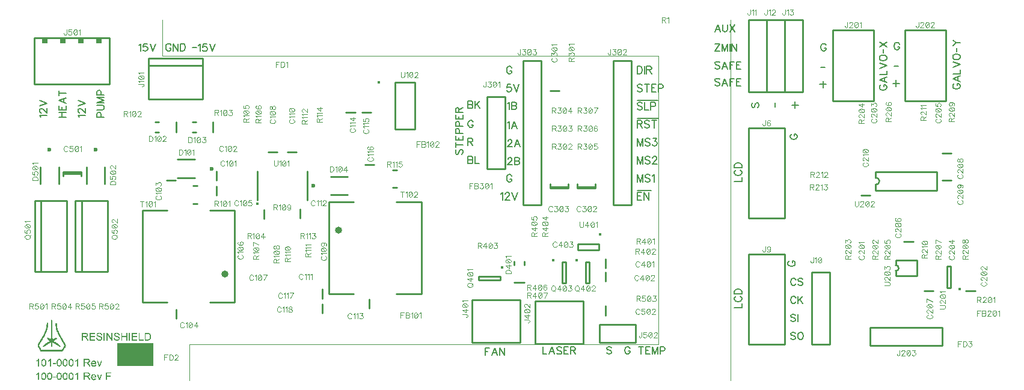
<source format=gbr>
G04 DipTrace 2.4.0.2*
%INTopSilk.gbr*%
%MOIN*%
%ADD10C,0.0098*%
%ADD12C,0.003*%
%ADD13C,0.0014*%
%ADD27C,0.0236*%
%ADD42C,0.0154*%
%ADD48O,0.0394X0.0378*%
%ADD51O,0.0154X0.0142*%
%ADD120C,0.0046*%
%ADD122C,0.0062*%
%FSLAX44Y44*%
G04*
G70*
G90*
G75*
G01*
%LNTopSilk*%
%LPD*%
X11004Y10768D2*
D10*
Y11279D1*
Y11595D2*
Y12106D1*
X8244Y11601D2*
X8756D1*
X8775Y3932D2*
Y4444D1*
X13642Y9980D2*
Y9469D1*
X14390Y13169D2*
X13879D1*
X15453D2*
X14941D1*
X15649Y9508D2*
Y10019D1*
X19478Y5006D2*
Y4495D1*
X18695Y15365D2*
X18184D1*
X19572Y15366D2*
X19060D1*
X19244Y12476D2*
X19756D1*
X16870Y5571D2*
Y5059D1*
Y4744D2*
Y4232D1*
X53068Y5461D2*
X52557D1*
X49631Y8211D2*
X49119D1*
X50756Y5461D2*
X50244D1*
X51244Y13101D2*
X51756D1*
X51244Y11601D2*
X51756D1*
X47256Y10774D2*
X46744D1*
X30006Y16587D2*
X29494D1*
X31992Y11258D2*
X31008D1*
X31992Y11184D2*
X31008D1*
X31992D2*
Y11419D1*
X31008Y11184D2*
Y11419D1*
X30492Y11258D2*
X29508D1*
X30492Y11184D2*
X29508D1*
X30492D2*
Y11419D1*
X29508Y11184D2*
Y11419D1*
X32590Y6745D2*
Y7256D1*
Y5995D2*
Y6506D1*
X2508Y11992D2*
X3492D1*
X2508Y12067D2*
X3492D1*
X2508D2*
Y11831D1*
X3492Y12067D2*
Y11831D1*
X32588Y4119D2*
Y4631D1*
D27*
X10758Y12250D3*
X9794Y11738D2*
D10*
X8849D1*
X9794Y12762D2*
X8849D1*
X8760Y14288D2*
Y14840D1*
X7815Y14269D2*
X7618D1*
X7815Y14859D2*
X7618D1*
X10822Y14288D2*
Y14840D1*
X9878Y14269D2*
X9680D1*
X9878Y14859D2*
X9680D1*
D27*
X16368Y11314D3*
X17333Y11825D2*
D10*
X18278D1*
X17333Y10802D2*
X18278D1*
X27512Y5957D2*
X28063D1*
X27492Y6902D2*
Y7099D1*
X28083Y6902D2*
Y7099D1*
D27*
X1750Y13321D3*
X2262Y12356D2*
D10*
Y11412D1*
X1238Y12356D2*
Y11412D1*
D27*
X4312Y13321D3*
X4824Y12356D2*
D10*
Y11412D1*
X3801Y12356D2*
Y11412D1*
X40500Y9500D2*
X42500D1*
Y14500D1*
X40500D1*
Y9500D1*
Y2500D2*
X42500D1*
Y7500D1*
X40500D1*
Y2500D1*
X44000D2*
X45000D1*
Y6500D1*
X44000D1*
Y2500D1*
X40500Y16500D2*
X41500D1*
Y20500D1*
X40500D1*
Y16500D1*
X41500D2*
X42500D1*
Y20500D1*
X41500D1*
Y16500D1*
X42500D2*
X43500D1*
Y20500D1*
X42500D1*
Y16500D1*
X7250Y18384D2*
X10250D1*
X7250Y16100D2*
X10250D1*
X7250D2*
Y18384D1*
X10250Y16100D2*
Y18384D1*
X7250Y17990D2*
X10250D1*
X47425Y16016D2*
Y19953D1*
X45161Y16016D2*
X46500D1*
X45161Y19953D2*
X46500D1*
Y16016D2*
X47425D1*
X45161D2*
Y19953D1*
X47425D2*
X46500D1*
X51425Y16016D2*
Y19953D1*
X49161Y16016D2*
X50500D1*
X49161Y19953D2*
X50500D1*
Y16016D2*
X51425D1*
X49161D2*
Y19953D1*
X51425D2*
X50500D1*
X47250Y3438D2*
X51250D1*
Y2437D1*
X47250D1*
Y3438D1*
X26000Y12250D2*
X27000D1*
Y16250D1*
X26000D1*
Y12250D1*
X33000Y10250D2*
X34000D1*
Y18250D1*
X33000D1*
Y10250D1*
X28000D2*
X29000D1*
Y18250D1*
X28000D1*
Y10250D1*
X27841Y4980D2*
X25164D1*
X27841Y2598D2*
Y4055D1*
X25164Y2598D2*
Y4055D1*
X27841D2*
Y4980D1*
Y2598D2*
X25164D1*
Y4980D2*
Y4055D1*
X31350Y4926D2*
X28672D1*
X31350Y2544D2*
Y4000D1*
X28672Y2544D2*
Y4000D1*
X31350D2*
Y4926D1*
Y2544D2*
X28672D1*
Y4926D2*
Y4000D1*
X5091Y19510D2*
X909D1*
Y16951D1*
X5091D1*
Y19510D1*
G36*
X4657Y19225D2*
X4343D1*
Y19540D1*
X4657D1*
Y19225D1*
G37*
G36*
X3658D2*
X3343D1*
Y19540D1*
X3658D1*
Y19225D1*
G37*
G36*
X2657D2*
X2342D1*
Y19540D1*
X2657D1*
Y19225D1*
G37*
G36*
X1657D2*
X1342D1*
Y19540D1*
X1657D1*
Y19225D1*
G37*
X32250Y3625D2*
D10*
X34250D1*
Y2625D1*
X32250D1*
Y3625D1*
D42*
X26825Y6789D3*
X26733Y6288D2*
D10*
X25552D1*
Y6091D1*
X26733D1*
Y6288D1*
D42*
X30981Y7184D3*
X31483Y7092D2*
D10*
Y5911D1*
X31679D1*
Y7092D1*
X31483D1*
D42*
X29669Y7184D3*
X30170Y7092D2*
D10*
Y5911D1*
X30367D1*
Y7092D1*
X30170D1*
X937Y6531D2*
X2709D1*
Y10469D1*
X937D1*
Y6531D1*
X1291D2*
Y10469D1*
X3187Y6531D2*
X4959D1*
Y10469D1*
X3187D1*
Y6531D1*
X3541D2*
Y10469D1*
X9942Y10320D2*
X9706D1*
X9942Y11305D2*
X9706D1*
X21004Y11195D2*
X20769D1*
X21004Y12180D2*
X20769D1*
X6892Y4831D2*
X8270D1*
D48*
X11486Y6422D3*
X6892Y4831D2*
D10*
Y9949D1*
X12010D2*
Y4831D1*
X10632D1*
X12010Y9949D2*
X10632D1*
X6892D2*
X8270D1*
X22361Y10420D2*
X20983D1*
D48*
X17767Y8830D3*
X22361Y10420D2*
D10*
Y5302D1*
X17243D2*
Y10420D1*
X18621D1*
X17243Y5302D2*
X18621D1*
X22361D2*
X20983D1*
D51*
X13267Y10319D3*
X13269Y12099D2*
D10*
Y10524D1*
X16025Y12099D2*
Y10524D1*
D42*
X20013Y17037D3*
X20906Y17047D2*
D10*
Y14449D1*
X22008Y17047D2*
Y14449D1*
X20906D2*
X22008D1*
X20906Y17047D2*
X22008D1*
D42*
X52210Y5567D3*
X51708Y5659D2*
D10*
Y6840D1*
X51511D1*
Y5659D1*
X51708D1*
X47557Y11051D2*
X50943D1*
X47557Y12075D2*
X50943D1*
Y11051D2*
Y12075D1*
X47557Y11051D2*
Y11366D1*
Y11760D2*
Y12075D1*
Y11366D2*
G03X47557Y11760I0J197D01*
G01*
X48668Y6308D2*
X49849D1*
X48668Y7174D2*
X49849D1*
Y6308D2*
Y7174D1*
X48668Y6308D2*
Y6584D1*
Y6899D2*
Y7174D1*
Y6584D2*
G03X48668Y6899I0J158D01*
G01*
D42*
X32272Y8605D3*
X32220Y8064D2*
D10*
X31039D1*
X32220Y7749D2*
X31039D1*
Y8064D2*
Y7749D1*
X32220Y8064D2*
Y7749D1*
X8000Y18500D2*
D13*
X35500D1*
Y2500D1*
X9500D2*
X35500D1*
X8000Y20500D2*
Y18500D1*
X9500Y2500D2*
Y500D1*
X39500Y20500D2*
Y500D1*
G36*
X5500Y2563D2*
X7500D1*
Y1313D1*
X5500D1*
Y2563D1*
G37*
X3653Y957D2*
D12*
X3873D1*
X4883D2*
X5143D1*
X1123Y947D2*
X1133D1*
X1393D2*
X1443D1*
X1723D2*
X1773D1*
X2253D2*
X2303D1*
X2583D2*
X2633D1*
X2913D2*
X2963D1*
X3303D2*
X3313D1*
X3653D2*
X3897D1*
X4883D2*
X5143D1*
X1113Y937D2*
X1133D1*
X1374D2*
X1459D1*
X1704D2*
X1789D1*
X2234D2*
X2319D1*
X2564D2*
X2649D1*
X2894D2*
X2979D1*
X3293D2*
X3313D1*
X3653D2*
X3915D1*
X4883D2*
X5143D1*
X1103Y927D2*
X1133D1*
X1358D2*
X1473D1*
X1688D2*
X1803D1*
X2218D2*
X2333D1*
X2548D2*
X2663D1*
X2878D2*
X2993D1*
X3283D2*
X3313D1*
X3653D2*
X3683D1*
X3879D2*
X3929D1*
X4883D2*
X4913D1*
X1093Y917D2*
X1133D1*
X1345D2*
X1375D1*
X1451D2*
X1484D1*
X1675D2*
X1705D1*
X1781D2*
X1814D1*
X2205D2*
X2235D1*
X2311D2*
X2344D1*
X2535D2*
X2565D1*
X2641D2*
X2674D1*
X2865D2*
X2895D1*
X2971D2*
X3004D1*
X3273D2*
X3313D1*
X3653D2*
X3683D1*
X3900D2*
X3940D1*
X4883D2*
X4913D1*
X1083Y907D2*
X1133D1*
X1334D2*
X1359D1*
X1466D2*
X1494D1*
X1664D2*
X1689D1*
X1796D2*
X1824D1*
X2194D2*
X2219D1*
X2326D2*
X2354D1*
X2524D2*
X2549D1*
X2656D2*
X2684D1*
X2854D2*
X2879D1*
X2986D2*
X3014D1*
X3263D2*
X3313D1*
X3653D2*
X3683D1*
X3917D2*
X3948D1*
X4883D2*
X4913D1*
X1072Y897D2*
X1133D1*
X1325D2*
X1347D1*
X1478D2*
X1502D1*
X1655D2*
X1677D1*
X1808D2*
X1832D1*
X2185D2*
X2207D1*
X2338D2*
X2362D1*
X2515D2*
X2537D1*
X2668D2*
X2692D1*
X2845D2*
X2867D1*
X2998D2*
X3022D1*
X3252D2*
X3313D1*
X3653D2*
X3683D1*
X3926D2*
X3954D1*
X4883D2*
X4913D1*
X1061Y887D2*
X1133D1*
X1317D2*
X1338D1*
X1487D2*
X1509D1*
X1647D2*
X1668D1*
X1817D2*
X1839D1*
X2177D2*
X2198D1*
X2347D2*
X2369D1*
X2507D2*
X2528D1*
X2677D2*
X2699D1*
X2837D2*
X2858D1*
X3007D2*
X3029D1*
X3241D2*
X3313D1*
X3653D2*
X3683D1*
X3930D2*
X3958D1*
X4883D2*
X4913D1*
X1047Y877D2*
X1133D1*
X1312D2*
X1332D1*
X1494D2*
X1514D1*
X1642D2*
X1662D1*
X1824D2*
X1844D1*
X2172D2*
X2192D1*
X2354D2*
X2374D1*
X2502D2*
X2522D1*
X2684D2*
X2704D1*
X2832D2*
X2852D1*
X3014D2*
X3034D1*
X3227D2*
X3313D1*
X3653D2*
X3683D1*
X3931D2*
X3961D1*
X4883D2*
X4913D1*
X1032Y867D2*
X1053D1*
X1103D2*
X1133D1*
X1307D2*
X1327D1*
X1498D2*
X1519D1*
X1637D2*
X1657D1*
X1828D2*
X1849D1*
X2167D2*
X2187D1*
X2358D2*
X2379D1*
X2497D2*
X2517D1*
X2688D2*
X2709D1*
X2827D2*
X2847D1*
X3018D2*
X3039D1*
X3213D2*
X3233D1*
X3283D2*
X3313D1*
X3653D2*
X3683D1*
X3932D2*
X3962D1*
X4883D2*
X4913D1*
X1017Y857D2*
X1038D1*
X1103D2*
X1133D1*
X1304D2*
X1325D1*
X1501D2*
X1522D1*
X1634D2*
X1655D1*
X1831D2*
X1852D1*
X2164D2*
X2185D1*
X2361D2*
X2382D1*
X2494D2*
X2515D1*
X2691D2*
X2712D1*
X2824D2*
X2845D1*
X3021D2*
X3042D1*
X3200D2*
X3217D1*
X3283D2*
X3313D1*
X3653D2*
X3683D1*
X3933D2*
X3962D1*
X4163D2*
X4213D1*
X4883D2*
X4913D1*
X1003Y847D2*
X1023D1*
X1103D2*
X1133D1*
X1302D2*
X1323D1*
X1504D2*
X1526D1*
X1632D2*
X1653D1*
X1834D2*
X1856D1*
X2162D2*
X2183D1*
X2364D2*
X2386D1*
X2492D2*
X2513D1*
X2694D2*
X2716D1*
X2822D2*
X2843D1*
X3024D2*
X3046D1*
X3190D2*
X3201D1*
X3283D2*
X3313D1*
X3653D2*
X3683D1*
X3932D2*
X3962D1*
X4140D2*
X4231D1*
X4393D2*
X4413D1*
X4603D2*
X4623D1*
X4883D2*
X4913D1*
X1103Y837D2*
X1133D1*
X1299D2*
X1321D1*
X1507D2*
X1529D1*
X1629D2*
X1651D1*
X1837D2*
X1859D1*
X2159D2*
X2181D1*
X2367D2*
X2389D1*
X2489D2*
X2511D1*
X2697D2*
X2719D1*
X2819D2*
X2841D1*
X3027D2*
X3049D1*
X3183D2*
D3*
X3283D2*
X3313D1*
X3653D2*
X3683D1*
X3931D2*
X3961D1*
X4121D2*
X4247D1*
X4394D2*
X4414D1*
X4601D2*
X4619D1*
X4883D2*
X4913D1*
X1103Y827D2*
X1133D1*
X1296D2*
X1319D1*
X1509D2*
X1531D1*
X1626D2*
X1649D1*
X1839D2*
X1861D1*
X2156D2*
X2179D1*
X2369D2*
X2391D1*
X2486D2*
X2509D1*
X2699D2*
X2721D1*
X2816D2*
X2839D1*
X3029D2*
X3051D1*
X3283D2*
X3313D1*
X3653D2*
X3683D1*
X3928D2*
X3957D1*
X4107D2*
X4143D1*
X4231D2*
X4260D1*
X4397D2*
X4417D1*
X4599D2*
X4616D1*
X4883D2*
X4913D1*
X1103Y817D2*
X1133D1*
X1294D2*
X1316D1*
X1511D2*
X1532D1*
X1624D2*
X1646D1*
X1841D2*
X1862D1*
X2154D2*
X2176D1*
X2371D2*
X2392D1*
X2484D2*
X2506D1*
X2701D2*
X2722D1*
X2814D2*
X2836D1*
X3031D2*
X3052D1*
X3283D2*
X3313D1*
X3653D2*
X3683D1*
X3923D2*
X3952D1*
X4096D2*
X4125D1*
X4246D2*
X4271D1*
X4401D2*
X4420D1*
X4596D2*
X4613D1*
X4883D2*
X4913D1*
X1103Y807D2*
X1133D1*
X1294D2*
X1314D1*
X1512D2*
X1533D1*
X1624D2*
X1644D1*
X1842D2*
X1863D1*
X2154D2*
X2174D1*
X2372D2*
X2393D1*
X2484D2*
X2504D1*
X2702D2*
X2723D1*
X2814D2*
X2834D1*
X3032D2*
X3053D1*
X3283D2*
X3313D1*
X3653D2*
X3683D1*
X3912D2*
X3946D1*
X4088D2*
X4111D1*
X4258D2*
X4281D1*
X4405D2*
X4423D1*
X4593D2*
X4609D1*
X4883D2*
X4913D1*
X1103Y797D2*
X1133D1*
X1293D2*
X1314D1*
X1513D2*
X1533D1*
X1623D2*
X1644D1*
X1843D2*
X1863D1*
X2153D2*
X2174D1*
X2373D2*
X2393D1*
X2483D2*
X2504D1*
X2703D2*
X2723D1*
X2813D2*
X2834D1*
X3033D2*
X3053D1*
X3283D2*
X3313D1*
X3653D2*
X3683D1*
X3898D2*
X3939D1*
X4081D2*
X4100D1*
X4267D2*
X4288D1*
X4409D2*
X4426D1*
X4589D2*
X4605D1*
X4883D2*
X4913D1*
X1103Y787D2*
X1133D1*
X1293D2*
X1313D1*
X1513D2*
X1533D1*
X1623D2*
X1643D1*
X1843D2*
X1863D1*
X2153D2*
X2173D1*
X2373D2*
X2393D1*
X2483D2*
X2503D1*
X2703D2*
X2723D1*
X2813D2*
X2833D1*
X3033D2*
X3053D1*
X3283D2*
X3313D1*
X3653D2*
X3683D1*
X3881D2*
X3929D1*
X4076D2*
X4093D1*
X4274D2*
X4294D1*
X4413D2*
X4430D1*
X4585D2*
X4600D1*
X4883D2*
X4913D1*
X1103Y777D2*
X1133D1*
X1293D2*
X1313D1*
X1513D2*
X1533D1*
X1623D2*
X1643D1*
X1843D2*
X1863D1*
X2153D2*
X2173D1*
X2373D2*
X2393D1*
X2483D2*
X2503D1*
X2703D2*
X2723D1*
X2813D2*
X2833D1*
X3033D2*
X3053D1*
X3283D2*
X3313D1*
X3653D2*
X3914D1*
X4071D2*
X4088D1*
X4278D2*
X4298D1*
X4416D2*
X4433D1*
X4580D2*
X4597D1*
X4883D2*
X5113D1*
X1103Y767D2*
X1133D1*
X1293D2*
X1313D1*
X1513D2*
X1533D1*
X1623D2*
X1643D1*
X1843D2*
X1863D1*
X2153D2*
X2173D1*
X2373D2*
X2393D1*
X2483D2*
X2503D1*
X2703D2*
X2723D1*
X2813D2*
X2833D1*
X3033D2*
X3053D1*
X3283D2*
X3313D1*
X3653D2*
X3897D1*
X4067D2*
X4085D1*
X4281D2*
X4301D1*
X4420D2*
X4436D1*
X4577D2*
X4593D1*
X4883D2*
X5113D1*
X1103Y757D2*
X1133D1*
X1293D2*
X1313D1*
X1513D2*
X1533D1*
X1623D2*
X1643D1*
X1843D2*
X1863D1*
X2153D2*
X2173D1*
X2373D2*
X2393D1*
X2483D2*
X2503D1*
X2703D2*
X2723D1*
X2813D2*
X2833D1*
X3033D2*
X3053D1*
X3283D2*
X3313D1*
X3653D2*
X3879D1*
X4064D2*
X4084D1*
X4282D2*
X4304D1*
X4423D2*
X4440D1*
X4573D2*
X4590D1*
X4883D2*
X5113D1*
X1103Y747D2*
X1133D1*
X1293D2*
X1313D1*
X1513D2*
X1533D1*
X1623D2*
X1643D1*
X1843D2*
X1863D1*
X2153D2*
X2173D1*
X2373D2*
X2393D1*
X2483D2*
X2503D1*
X2703D2*
X2723D1*
X2813D2*
X2833D1*
X3033D2*
X3053D1*
X3283D2*
X3313D1*
X3653D2*
X3683D1*
X3811D2*
X3865D1*
X4062D2*
X4083D1*
X4282D2*
X4307D1*
X4427D2*
X4443D1*
X4570D2*
X4586D1*
X4883D2*
X4913D1*
X1103Y737D2*
X1133D1*
X1293D2*
X1313D1*
X1513D2*
X1533D1*
X1623D2*
X1643D1*
X1843D2*
X1863D1*
X2153D2*
X2173D1*
X2373D2*
X2393D1*
X2483D2*
X2503D1*
X2703D2*
X2723D1*
X2813D2*
X2833D1*
X3033D2*
X3053D1*
X3283D2*
X3313D1*
X3653D2*
X3683D1*
X3827D2*
X3857D1*
X4059D2*
X4083D1*
X4283D2*
X4309D1*
X4431D2*
X4447D1*
X4566D2*
X4583D1*
X4883D2*
X4913D1*
X1103Y727D2*
X1133D1*
X1293D2*
X1313D1*
X1513D2*
X1533D1*
X1623D2*
X1643D1*
X1843D2*
X1863D1*
X2153D2*
X2173D1*
X2373D2*
X2393D1*
X2483D2*
X2503D1*
X2703D2*
X2723D1*
X2813D2*
X2833D1*
X3033D2*
X3053D1*
X3283D2*
X3313D1*
X3653D2*
X3683D1*
X3840D2*
X3864D1*
X4056D2*
X4311D1*
X4435D2*
X4451D1*
X4563D2*
X4579D1*
X4883D2*
X4913D1*
X1103Y717D2*
X1133D1*
X1293D2*
X1313D1*
X1513D2*
X1533D1*
X1623D2*
X1643D1*
X1843D2*
X1863D1*
X1943D2*
X2083D1*
X2153D2*
X2173D1*
X2373D2*
X2393D1*
X2483D2*
X2503D1*
X2703D2*
X2723D1*
X2813D2*
X2833D1*
X3033D2*
X3053D1*
X3283D2*
X3313D1*
X3653D2*
X3683D1*
X3850D2*
X3873D1*
X4055D2*
X4312D1*
X4439D2*
X4455D1*
X4559D2*
X4575D1*
X4883D2*
X4913D1*
X1103Y707D2*
X1133D1*
X1293D2*
X1313D1*
X1512D2*
X1533D1*
X1623D2*
X1643D1*
X1842D2*
X1863D1*
X1943D2*
X2083D1*
X2153D2*
X2173D1*
X2372D2*
X2393D1*
X2483D2*
X2503D1*
X2702D2*
X2723D1*
X2813D2*
X2833D1*
X3032D2*
X3053D1*
X3283D2*
X3313D1*
X3653D2*
X3683D1*
X3858D2*
X3883D1*
X4054D2*
X4313D1*
X4443D2*
X4459D1*
X4556D2*
X4570D1*
X4883D2*
X4913D1*
X1103Y697D2*
X1133D1*
X1294D2*
X1314D1*
X1511D2*
X1532D1*
X1624D2*
X1644D1*
X1841D2*
X1862D1*
X1943D2*
X2083D1*
X2154D2*
X2174D1*
X2371D2*
X2392D1*
X2484D2*
X2504D1*
X2701D2*
X2722D1*
X2814D2*
X2834D1*
X3031D2*
X3052D1*
X3283D2*
X3313D1*
X3653D2*
X3683D1*
X3866D2*
X3893D1*
X4055D2*
X4083D1*
X4446D2*
X4463D1*
X4553D2*
X4567D1*
X4883D2*
X4913D1*
X1103Y687D2*
X1133D1*
X1297D2*
X1317D1*
X1509D2*
X1531D1*
X1627D2*
X1647D1*
X1839D2*
X1861D1*
X2157D2*
X2177D1*
X2369D2*
X2391D1*
X2487D2*
X2507D1*
X2699D2*
X2721D1*
X2817D2*
X2837D1*
X3029D2*
X3051D1*
X3283D2*
X3313D1*
X3653D2*
X3683D1*
X3874D2*
X3902D1*
X4057D2*
X4083D1*
X4450D2*
X4466D1*
X4549D2*
X4563D1*
X4883D2*
X4913D1*
X1103Y677D2*
X1133D1*
X1299D2*
X1319D1*
X1506D2*
X1529D1*
X1629D2*
X1649D1*
X1836D2*
X1859D1*
X2159D2*
X2179D1*
X2366D2*
X2389D1*
X2489D2*
X2509D1*
X2696D2*
X2719D1*
X2819D2*
X2839D1*
X3026D2*
X3049D1*
X3283D2*
X3313D1*
X3653D2*
X3683D1*
X3882D2*
X3911D1*
X4060D2*
X4083D1*
X4453D2*
X4470D1*
X4545D2*
X4560D1*
X4883D2*
X4913D1*
X1103Y667D2*
X1133D1*
X1302D2*
X1322D1*
X1504D2*
X1526D1*
X1632D2*
X1652D1*
X1834D2*
X1856D1*
X2162D2*
X2182D1*
X2364D2*
X2386D1*
X2492D2*
X2512D1*
X2694D2*
X2716D1*
X2822D2*
X2842D1*
X3024D2*
X3046D1*
X3283D2*
X3313D1*
X3653D2*
X3683D1*
X3889D2*
X3918D1*
X4062D2*
X4083D1*
X4457D2*
X4473D1*
X4540D2*
X4556D1*
X4883D2*
X4913D1*
X1103Y657D2*
X1133D1*
X1304D2*
X1324D1*
X1502D2*
X1523D1*
X1634D2*
X1654D1*
X1832D2*
X1853D1*
X2164D2*
X2184D1*
X2362D2*
X2383D1*
X2494D2*
X2514D1*
X2692D2*
X2713D1*
X2824D2*
X2844D1*
X3022D2*
X3043D1*
X3283D2*
X3313D1*
X3653D2*
X3683D1*
X3896D2*
X3925D1*
X4064D2*
X4085D1*
X4461D2*
X4476D1*
X4536D2*
X4553D1*
X4883D2*
X4913D1*
X1103Y647D2*
X1133D1*
X1307D2*
X1327D1*
X1499D2*
X1519D1*
X1637D2*
X1657D1*
X1829D2*
X1849D1*
X2167D2*
X2187D1*
X2359D2*
X2379D1*
X2497D2*
X2517D1*
X2689D2*
X2709D1*
X2827D2*
X2847D1*
X3019D2*
X3039D1*
X3283D2*
X3313D1*
X3653D2*
X3683D1*
X3903D2*
X3930D1*
X4067D2*
X4087D1*
X4465D2*
X4480D1*
X4532D2*
X4549D1*
X4883D2*
X4913D1*
X1103Y637D2*
X1133D1*
X1311D2*
X1331D1*
X1494D2*
X1514D1*
X1641D2*
X1661D1*
X1824D2*
X1844D1*
X2171D2*
X2191D1*
X2354D2*
X2374D1*
X2501D2*
X2521D1*
X2684D2*
X2704D1*
X2831D2*
X2851D1*
X3014D2*
X3034D1*
X3283D2*
X3313D1*
X3653D2*
X3683D1*
X3909D2*
X3936D1*
X4071D2*
X4092D1*
X4469D2*
X4485D1*
X4524D2*
X4545D1*
X4883D2*
X4913D1*
X1103Y627D2*
X1133D1*
X1317D2*
X1338D1*
X1488D2*
X1509D1*
X1647D2*
X1668D1*
X1818D2*
X1839D1*
X2177D2*
X2198D1*
X2348D2*
X2369D1*
X2507D2*
X2528D1*
X2678D2*
X2699D1*
X2837D2*
X2858D1*
X3008D2*
X3029D1*
X3283D2*
X3313D1*
X3653D2*
X3683D1*
X3916D2*
X3943D1*
X4076D2*
X4097D1*
X4473D2*
X4498D1*
X4505D2*
X4540D1*
X4883D2*
X4913D1*
X1103Y617D2*
X1133D1*
X1324D2*
X1347D1*
X1479D2*
X1502D1*
X1654D2*
X1677D1*
X1809D2*
X1832D1*
X2184D2*
X2207D1*
X2339D2*
X2362D1*
X2514D2*
X2537D1*
X2669D2*
X2692D1*
X2844D2*
X2867D1*
X2999D2*
X3022D1*
X3283D2*
X3313D1*
X3653D2*
X3683D1*
X3923D2*
X3950D1*
X4081D2*
X4106D1*
X4273D2*
X4303D1*
X4476D2*
X4537D1*
X4883D2*
X4913D1*
X1103Y607D2*
X1133D1*
X1331D2*
X1373D1*
X1453D2*
X1494D1*
X1661D2*
X1703D1*
X1783D2*
X1824D1*
X2191D2*
X2233D1*
X2313D2*
X2354D1*
X2521D2*
X2563D1*
X2643D2*
X2684D1*
X2851D2*
X2893D1*
X2973D2*
X3014D1*
X3283D2*
X3313D1*
X3653D2*
X3683D1*
X3929D2*
X3956D1*
X4087D2*
X4116D1*
X4262D2*
X4293D1*
X4480D2*
X4533D1*
X4883D2*
X4913D1*
X1103Y597D2*
X1133D1*
X1341D2*
X1413D1*
X1412D2*
X1485D1*
X1671D2*
X1743D1*
X1742D2*
X1815D1*
X2201D2*
X2273D1*
X2272D2*
X2345D1*
X2531D2*
X2603D1*
X2602D2*
X2675D1*
X2861D2*
X2933D1*
X2932D2*
X3005D1*
X3283D2*
X3313D1*
X3653D2*
X3683D1*
X3935D2*
X3963D1*
X4095D2*
X4144D1*
X4233D2*
X4283D1*
X4483D2*
X4530D1*
X4883D2*
X4913D1*
X1103Y587D2*
X1133D1*
X1355D2*
X1472D1*
X1685D2*
X1802D1*
X2215D2*
X2332D1*
X2545D2*
X2662D1*
X2875D2*
X2992D1*
X3283D2*
X3313D1*
X3653D2*
X3683D1*
X3940D2*
X3969D1*
X4106D2*
X4188D1*
X4272D1*
X4486D2*
X4526D1*
X4883D2*
X4913D1*
X1103Y577D2*
X1133D1*
X1373D2*
X1458D1*
X1703D2*
X1788D1*
X2233D2*
X2318D1*
X2563D2*
X2648D1*
X2893D2*
X2978D1*
X3283D2*
X3313D1*
X3653D2*
X3683D1*
X3946D2*
X3976D1*
X4121D2*
X4259D1*
X4490D2*
X4524D1*
X4883D2*
X4913D1*
X1103Y567D2*
X1133D1*
X1393D2*
X1443D1*
X1723D2*
X1773D1*
X2253D2*
X2303D1*
X2583D2*
X2633D1*
X2913D2*
X2963D1*
X3283D2*
X3313D1*
X3653D2*
X3683D1*
X3953D2*
X3983D1*
X4141D2*
X4242D1*
X4493D2*
X4523D1*
X4883D2*
X4913D1*
X4163Y557D2*
X4223D1*
X3653Y1707D2*
X3873D1*
X1123Y1697D2*
X1133D1*
X1393D2*
X1443D1*
X1783D2*
X1793D1*
X2253D2*
X2303D1*
X2583D2*
X2633D1*
X2913D2*
X2963D1*
X3303D2*
X3313D1*
X3653D2*
X3897D1*
X1113Y1687D2*
X1133D1*
X1374D2*
X1459D1*
X1773D2*
X1793D1*
X2234D2*
X2319D1*
X2564D2*
X2649D1*
X2894D2*
X2979D1*
X3293D2*
X3313D1*
X3653D2*
X3915D1*
X1103Y1677D2*
X1133D1*
X1358D2*
X1473D1*
X1763D2*
X1793D1*
X2218D2*
X2333D1*
X2548D2*
X2663D1*
X2878D2*
X2993D1*
X3283D2*
X3313D1*
X3653D2*
X3683D1*
X3879D2*
X3929D1*
X1093Y1667D2*
X1133D1*
X1345D2*
X1375D1*
X1451D2*
X1484D1*
X1753D2*
X1793D1*
X2205D2*
X2235D1*
X2311D2*
X2344D1*
X2535D2*
X2565D1*
X2641D2*
X2674D1*
X2865D2*
X2895D1*
X2971D2*
X3004D1*
X3273D2*
X3313D1*
X3653D2*
X3683D1*
X3900D2*
X3940D1*
X1083Y1657D2*
X1133D1*
X1334D2*
X1359D1*
X1466D2*
X1494D1*
X1743D2*
X1793D1*
X2194D2*
X2219D1*
X2326D2*
X2354D1*
X2524D2*
X2549D1*
X2656D2*
X2684D1*
X2854D2*
X2879D1*
X2986D2*
X3014D1*
X3263D2*
X3313D1*
X3653D2*
X3683D1*
X3917D2*
X3948D1*
X1072Y1647D2*
X1133D1*
X1325D2*
X1347D1*
X1478D2*
X1502D1*
X1732D2*
X1793D1*
X2185D2*
X2207D1*
X2338D2*
X2362D1*
X2515D2*
X2537D1*
X2668D2*
X2692D1*
X2845D2*
X2867D1*
X2998D2*
X3022D1*
X3252D2*
X3313D1*
X3653D2*
X3683D1*
X3926D2*
X3954D1*
X1061Y1637D2*
X1133D1*
X1317D2*
X1338D1*
X1487D2*
X1509D1*
X1721D2*
X1793D1*
X2177D2*
X2198D1*
X2347D2*
X2369D1*
X2507D2*
X2528D1*
X2677D2*
X2699D1*
X2837D2*
X2858D1*
X3007D2*
X3029D1*
X3241D2*
X3313D1*
X3653D2*
X3683D1*
X3930D2*
X3958D1*
X1047Y1627D2*
X1133D1*
X1312D2*
X1332D1*
X1494D2*
X1514D1*
X1707D2*
X1793D1*
X2172D2*
X2192D1*
X2354D2*
X2374D1*
X2502D2*
X2522D1*
X2684D2*
X2704D1*
X2832D2*
X2852D1*
X3014D2*
X3034D1*
X3227D2*
X3313D1*
X3653D2*
X3683D1*
X3931D2*
X3961D1*
X1032Y1617D2*
X1053D1*
X1103D2*
X1133D1*
X1307D2*
X1327D1*
X1498D2*
X1519D1*
X1693D2*
X1713D1*
X1763D2*
X1793D1*
X2167D2*
X2187D1*
X2358D2*
X2379D1*
X2497D2*
X2517D1*
X2688D2*
X2709D1*
X2827D2*
X2847D1*
X3018D2*
X3039D1*
X3213D2*
X3233D1*
X3283D2*
X3313D1*
X3653D2*
X3683D1*
X3932D2*
X3962D1*
X1017Y1607D2*
X1038D1*
X1103D2*
X1133D1*
X1304D2*
X1325D1*
X1501D2*
X1522D1*
X1680D2*
X1697D1*
X1763D2*
X1793D1*
X2164D2*
X2185D1*
X2361D2*
X2382D1*
X2494D2*
X2515D1*
X2691D2*
X2712D1*
X2824D2*
X2845D1*
X3021D2*
X3042D1*
X3200D2*
X3217D1*
X3283D2*
X3313D1*
X3653D2*
X3683D1*
X3933D2*
X3962D1*
X4163D2*
X4213D1*
X1003Y1597D2*
X1023D1*
X1103D2*
X1133D1*
X1302D2*
X1323D1*
X1504D2*
X1526D1*
X1670D2*
X1681D1*
X1763D2*
X1793D1*
X2162D2*
X2183D1*
X2364D2*
X2386D1*
X2492D2*
X2513D1*
X2694D2*
X2716D1*
X2822D2*
X2843D1*
X3024D2*
X3046D1*
X3190D2*
X3201D1*
X3283D2*
X3313D1*
X3653D2*
X3683D1*
X3932D2*
X3962D1*
X4140D2*
X4231D1*
X4393D2*
X4413D1*
X4603D2*
X4623D1*
X1103Y1587D2*
X1133D1*
X1299D2*
X1321D1*
X1507D2*
X1529D1*
X1663D2*
D3*
X1763D2*
X1793D1*
X2159D2*
X2181D1*
X2367D2*
X2389D1*
X2489D2*
X2511D1*
X2697D2*
X2719D1*
X2819D2*
X2841D1*
X3027D2*
X3049D1*
X3183D2*
D3*
X3283D2*
X3313D1*
X3653D2*
X3683D1*
X3931D2*
X3961D1*
X4121D2*
X4247D1*
X4394D2*
X4414D1*
X4601D2*
X4619D1*
X1103Y1577D2*
X1133D1*
X1296D2*
X1319D1*
X1509D2*
X1531D1*
X1763D2*
X1793D1*
X2156D2*
X2179D1*
X2369D2*
X2391D1*
X2486D2*
X2509D1*
X2699D2*
X2721D1*
X2816D2*
X2839D1*
X3029D2*
X3051D1*
X3283D2*
X3313D1*
X3653D2*
X3683D1*
X3928D2*
X3957D1*
X4107D2*
X4143D1*
X4231D2*
X4260D1*
X4397D2*
X4417D1*
X4599D2*
X4616D1*
X1103Y1567D2*
X1133D1*
X1294D2*
X1316D1*
X1511D2*
X1532D1*
X1763D2*
X1793D1*
X2154D2*
X2176D1*
X2371D2*
X2392D1*
X2484D2*
X2506D1*
X2701D2*
X2722D1*
X2814D2*
X2836D1*
X3031D2*
X3052D1*
X3283D2*
X3313D1*
X3653D2*
X3683D1*
X3923D2*
X3952D1*
X4096D2*
X4125D1*
X4246D2*
X4271D1*
X4401D2*
X4420D1*
X4596D2*
X4613D1*
X1103Y1557D2*
X1133D1*
X1294D2*
X1314D1*
X1512D2*
X1533D1*
X1763D2*
X1793D1*
X2154D2*
X2174D1*
X2372D2*
X2393D1*
X2484D2*
X2504D1*
X2702D2*
X2723D1*
X2814D2*
X2834D1*
X3032D2*
X3053D1*
X3283D2*
X3313D1*
X3653D2*
X3683D1*
X3912D2*
X3946D1*
X4088D2*
X4111D1*
X4258D2*
X4281D1*
X4405D2*
X4423D1*
X4593D2*
X4609D1*
X1103Y1547D2*
X1133D1*
X1293D2*
X1314D1*
X1513D2*
X1533D1*
X1763D2*
X1793D1*
X2153D2*
X2174D1*
X2373D2*
X2393D1*
X2483D2*
X2504D1*
X2703D2*
X2723D1*
X2813D2*
X2834D1*
X3033D2*
X3053D1*
X3283D2*
X3313D1*
X3653D2*
X3683D1*
X3898D2*
X3939D1*
X4081D2*
X4100D1*
X4267D2*
X4288D1*
X4409D2*
X4426D1*
X4589D2*
X4605D1*
X1103Y1537D2*
X1133D1*
X1293D2*
X1313D1*
X1513D2*
X1533D1*
X1763D2*
X1793D1*
X2153D2*
X2173D1*
X2373D2*
X2393D1*
X2483D2*
X2503D1*
X2703D2*
X2723D1*
X2813D2*
X2833D1*
X3033D2*
X3053D1*
X3283D2*
X3313D1*
X3653D2*
X3683D1*
X3881D2*
X3929D1*
X4076D2*
X4093D1*
X4274D2*
X4294D1*
X4413D2*
X4430D1*
X4585D2*
X4600D1*
X1103Y1527D2*
X1133D1*
X1293D2*
X1313D1*
X1513D2*
X1533D1*
X1763D2*
X1793D1*
X2153D2*
X2173D1*
X2373D2*
X2393D1*
X2483D2*
X2503D1*
X2703D2*
X2723D1*
X2813D2*
X2833D1*
X3033D2*
X3053D1*
X3283D2*
X3313D1*
X3653D2*
X3914D1*
X4071D2*
X4088D1*
X4278D2*
X4298D1*
X4416D2*
X4433D1*
X4580D2*
X4597D1*
X1103Y1517D2*
X1133D1*
X1293D2*
X1313D1*
X1513D2*
X1533D1*
X1763D2*
X1793D1*
X2153D2*
X2173D1*
X2373D2*
X2393D1*
X2483D2*
X2503D1*
X2703D2*
X2723D1*
X2813D2*
X2833D1*
X3033D2*
X3053D1*
X3283D2*
X3313D1*
X3653D2*
X3897D1*
X4067D2*
X4085D1*
X4281D2*
X4301D1*
X4420D2*
X4436D1*
X4577D2*
X4593D1*
X1103Y1507D2*
X1133D1*
X1293D2*
X1313D1*
X1513D2*
X1533D1*
X1763D2*
X1793D1*
X2153D2*
X2173D1*
X2373D2*
X2393D1*
X2483D2*
X2503D1*
X2703D2*
X2723D1*
X2813D2*
X2833D1*
X3033D2*
X3053D1*
X3283D2*
X3313D1*
X3653D2*
X3879D1*
X4064D2*
X4084D1*
X4282D2*
X4304D1*
X4423D2*
X4440D1*
X4573D2*
X4590D1*
X1103Y1497D2*
X1133D1*
X1293D2*
X1313D1*
X1513D2*
X1533D1*
X1763D2*
X1793D1*
X2153D2*
X2173D1*
X2373D2*
X2393D1*
X2483D2*
X2503D1*
X2703D2*
X2723D1*
X2813D2*
X2833D1*
X3033D2*
X3053D1*
X3283D2*
X3313D1*
X3653D2*
X3683D1*
X3811D2*
X3865D1*
X4062D2*
X4083D1*
X4282D2*
X4307D1*
X4427D2*
X4443D1*
X4570D2*
X4586D1*
X1103Y1487D2*
X1133D1*
X1293D2*
X1313D1*
X1513D2*
X1533D1*
X1763D2*
X1793D1*
X2153D2*
X2173D1*
X2373D2*
X2393D1*
X2483D2*
X2503D1*
X2703D2*
X2723D1*
X2813D2*
X2833D1*
X3033D2*
X3053D1*
X3283D2*
X3313D1*
X3653D2*
X3683D1*
X3827D2*
X3857D1*
X4059D2*
X4083D1*
X4283D2*
X4309D1*
X4431D2*
X4447D1*
X4566D2*
X4583D1*
X1103Y1477D2*
X1133D1*
X1293D2*
X1313D1*
X1513D2*
X1533D1*
X1763D2*
X1793D1*
X2153D2*
X2173D1*
X2373D2*
X2393D1*
X2483D2*
X2503D1*
X2703D2*
X2723D1*
X2813D2*
X2833D1*
X3033D2*
X3053D1*
X3283D2*
X3313D1*
X3653D2*
X3683D1*
X3840D2*
X3864D1*
X4056D2*
X4311D1*
X4435D2*
X4451D1*
X4563D2*
X4579D1*
X1103Y1467D2*
X1133D1*
X1293D2*
X1313D1*
X1513D2*
X1533D1*
X1763D2*
X1793D1*
X1943D2*
X2083D1*
X2153D2*
X2173D1*
X2373D2*
X2393D1*
X2483D2*
X2503D1*
X2703D2*
X2723D1*
X2813D2*
X2833D1*
X3033D2*
X3053D1*
X3283D2*
X3313D1*
X3653D2*
X3683D1*
X3850D2*
X3873D1*
X4055D2*
X4312D1*
X4439D2*
X4455D1*
X4559D2*
X4575D1*
X1103Y1457D2*
X1133D1*
X1293D2*
X1313D1*
X1512D2*
X1533D1*
X1763D2*
X1793D1*
X1943D2*
X2083D1*
X2153D2*
X2173D1*
X2372D2*
X2393D1*
X2483D2*
X2503D1*
X2702D2*
X2723D1*
X2813D2*
X2833D1*
X3032D2*
X3053D1*
X3283D2*
X3313D1*
X3653D2*
X3683D1*
X3858D2*
X3883D1*
X4054D2*
X4313D1*
X4443D2*
X4459D1*
X4556D2*
X4570D1*
X1103Y1447D2*
X1133D1*
X1294D2*
X1314D1*
X1511D2*
X1532D1*
X1763D2*
X1793D1*
X1943D2*
X2083D1*
X2154D2*
X2174D1*
X2371D2*
X2392D1*
X2484D2*
X2504D1*
X2701D2*
X2722D1*
X2814D2*
X2834D1*
X3031D2*
X3052D1*
X3283D2*
X3313D1*
X3653D2*
X3683D1*
X3866D2*
X3893D1*
X4055D2*
X4083D1*
X4446D2*
X4463D1*
X4553D2*
X4567D1*
X1103Y1437D2*
X1133D1*
X1297D2*
X1317D1*
X1509D2*
X1531D1*
X1763D2*
X1793D1*
X2157D2*
X2177D1*
X2369D2*
X2391D1*
X2487D2*
X2507D1*
X2699D2*
X2721D1*
X2817D2*
X2837D1*
X3029D2*
X3051D1*
X3283D2*
X3313D1*
X3653D2*
X3683D1*
X3874D2*
X3902D1*
X4057D2*
X4083D1*
X4450D2*
X4466D1*
X4549D2*
X4563D1*
X1103Y1427D2*
X1133D1*
X1299D2*
X1319D1*
X1506D2*
X1529D1*
X1763D2*
X1793D1*
X2159D2*
X2179D1*
X2366D2*
X2389D1*
X2489D2*
X2509D1*
X2696D2*
X2719D1*
X2819D2*
X2839D1*
X3026D2*
X3049D1*
X3283D2*
X3313D1*
X3653D2*
X3683D1*
X3882D2*
X3911D1*
X4060D2*
X4083D1*
X4453D2*
X4470D1*
X4545D2*
X4560D1*
X1103Y1417D2*
X1133D1*
X1302D2*
X1322D1*
X1504D2*
X1526D1*
X1763D2*
X1793D1*
X2162D2*
X2182D1*
X2364D2*
X2386D1*
X2492D2*
X2512D1*
X2694D2*
X2716D1*
X2822D2*
X2842D1*
X3024D2*
X3046D1*
X3283D2*
X3313D1*
X3653D2*
X3683D1*
X3889D2*
X3918D1*
X4062D2*
X4083D1*
X4457D2*
X4473D1*
X4540D2*
X4556D1*
X1103Y1407D2*
X1133D1*
X1304D2*
X1324D1*
X1502D2*
X1523D1*
X1763D2*
X1793D1*
X2164D2*
X2184D1*
X2362D2*
X2383D1*
X2494D2*
X2514D1*
X2692D2*
X2713D1*
X2824D2*
X2844D1*
X3022D2*
X3043D1*
X3283D2*
X3313D1*
X3653D2*
X3683D1*
X3896D2*
X3925D1*
X4064D2*
X4085D1*
X4461D2*
X4476D1*
X4536D2*
X4553D1*
X1103Y1397D2*
X1133D1*
X1307D2*
X1327D1*
X1499D2*
X1519D1*
X1763D2*
X1793D1*
X2167D2*
X2187D1*
X2359D2*
X2379D1*
X2497D2*
X2517D1*
X2689D2*
X2709D1*
X2827D2*
X2847D1*
X3019D2*
X3039D1*
X3283D2*
X3313D1*
X3653D2*
X3683D1*
X3903D2*
X3930D1*
X4067D2*
X4087D1*
X4465D2*
X4480D1*
X4532D2*
X4549D1*
X1103Y1387D2*
X1133D1*
X1311D2*
X1331D1*
X1494D2*
X1514D1*
X1763D2*
X1793D1*
X2171D2*
X2191D1*
X2354D2*
X2374D1*
X2501D2*
X2521D1*
X2684D2*
X2704D1*
X2831D2*
X2851D1*
X3014D2*
X3034D1*
X3283D2*
X3313D1*
X3653D2*
X3683D1*
X3909D2*
X3936D1*
X4071D2*
X4092D1*
X4469D2*
X4485D1*
X4524D2*
X4545D1*
X1103Y1377D2*
X1133D1*
X1317D2*
X1338D1*
X1488D2*
X1509D1*
X1763D2*
X1793D1*
X2177D2*
X2198D1*
X2348D2*
X2369D1*
X2507D2*
X2528D1*
X2678D2*
X2699D1*
X2837D2*
X2858D1*
X3008D2*
X3029D1*
X3283D2*
X3313D1*
X3653D2*
X3683D1*
X3916D2*
X3943D1*
X4076D2*
X4097D1*
X4473D2*
X4498D1*
X4505D2*
X4540D1*
X1103Y1367D2*
X1133D1*
X1324D2*
X1347D1*
X1479D2*
X1502D1*
X1763D2*
X1793D1*
X2184D2*
X2207D1*
X2339D2*
X2362D1*
X2514D2*
X2537D1*
X2669D2*
X2692D1*
X2844D2*
X2867D1*
X2999D2*
X3022D1*
X3283D2*
X3313D1*
X3653D2*
X3683D1*
X3923D2*
X3950D1*
X4081D2*
X4106D1*
X4273D2*
X4303D1*
X4476D2*
X4537D1*
X1103Y1357D2*
X1133D1*
X1331D2*
X1373D1*
X1453D2*
X1494D1*
X1763D2*
X1793D1*
X2191D2*
X2233D1*
X2313D2*
X2354D1*
X2521D2*
X2563D1*
X2643D2*
X2684D1*
X2851D2*
X2893D1*
X2973D2*
X3014D1*
X3283D2*
X3313D1*
X3653D2*
X3683D1*
X3929D2*
X3956D1*
X4087D2*
X4116D1*
X4262D2*
X4293D1*
X4480D2*
X4533D1*
X1103Y1347D2*
X1133D1*
X1341D2*
X1413D1*
X1412D2*
X1485D1*
X1763D2*
X1793D1*
X2201D2*
X2273D1*
X2272D2*
X2345D1*
X2531D2*
X2603D1*
X2602D2*
X2675D1*
X2861D2*
X2933D1*
X2932D2*
X3005D1*
X3283D2*
X3313D1*
X3653D2*
X3683D1*
X3935D2*
X3963D1*
X4095D2*
X4144D1*
X4233D2*
X4283D1*
X4483D2*
X4530D1*
X1103Y1337D2*
X1133D1*
X1355D2*
X1472D1*
X1763D2*
X1793D1*
X2215D2*
X2332D1*
X2545D2*
X2662D1*
X2875D2*
X2992D1*
X3283D2*
X3313D1*
X3653D2*
X3683D1*
X3940D2*
X3969D1*
X4106D2*
X4188D1*
X4272D1*
X4486D2*
X4526D1*
X1103Y1327D2*
X1133D1*
X1373D2*
X1458D1*
X1763D2*
X1793D1*
X2233D2*
X2318D1*
X2563D2*
X2648D1*
X2893D2*
X2978D1*
X3283D2*
X3313D1*
X3653D2*
X3683D1*
X3946D2*
X3976D1*
X4121D2*
X4259D1*
X4490D2*
X4524D1*
X1103Y1317D2*
X1133D1*
X1393D2*
X1443D1*
X1763D2*
X1793D1*
X2253D2*
X2303D1*
X2583D2*
X2633D1*
X2913D2*
X2963D1*
X3283D2*
X3313D1*
X3653D2*
X3683D1*
X3953D2*
X3983D1*
X4141D2*
X4242D1*
X4493D2*
X4523D1*
X4163Y1307D2*
X4223D1*
X4465Y3155D2*
X4525D1*
X5435D2*
X5495D1*
X3545Y3145D2*
X3765D1*
X3975D2*
X4245D1*
X4440D2*
X4551D1*
X4755D2*
X4785D1*
X4905D2*
X4935D1*
X5185D2*
X5215D1*
X5410D2*
X5521D1*
X5725D2*
X5755D1*
X6005D2*
X6035D1*
X6155D2*
X6185D1*
X6305D2*
X6575D1*
X6695D2*
X6715D1*
X7025D2*
X7215D1*
X3545Y3135D2*
X3789D1*
X3975D2*
X4245D1*
X4419D2*
X4572D1*
X4755D2*
X4785D1*
X4905D2*
X4942D1*
X5185D2*
X5215D1*
X5389D2*
X5542D1*
X5725D2*
X5755D1*
X6005D2*
X6035D1*
X6155D2*
X6185D1*
X6305D2*
X6575D1*
X6695D2*
X6715D1*
X7025D2*
X7240D1*
X3545Y3125D2*
X3808D1*
X3975D2*
X4245D1*
X4402D2*
X4437D1*
X4553D2*
X4588D1*
X4755D2*
X4785D1*
X4905D2*
X4949D1*
X5185D2*
X5215D1*
X5372D2*
X5407D1*
X5523D2*
X5558D1*
X5725D2*
X5755D1*
X6005D2*
X6035D1*
X6155D2*
X6185D1*
X6305D2*
X6575D1*
X6695D2*
X6715D1*
X7025D2*
X7261D1*
X3545Y3115D2*
X3575D1*
X3771D2*
X3822D1*
X3975D2*
X4005D1*
X4390D2*
X4421D1*
X4569D2*
X4601D1*
X4755D2*
X4785D1*
X4905D2*
X4955D1*
X5185D2*
X5215D1*
X5360D2*
X5391D1*
X5539D2*
X5571D1*
X5725D2*
X5755D1*
X6005D2*
X6035D1*
X6155D2*
X6185D1*
X6305D2*
X6335D1*
X6695D2*
X6715D1*
X7025D2*
X7055D1*
X7235D2*
X7278D1*
X3545Y3105D2*
X3575D1*
X3793D2*
X3832D1*
X3975D2*
X4005D1*
X4381D2*
X4409D1*
X4582D2*
X4610D1*
X4755D2*
X4785D1*
X4905D2*
X4962D1*
X5185D2*
X5215D1*
X5351D2*
X5379D1*
X5552D2*
X5580D1*
X5725D2*
X5755D1*
X6005D2*
X6035D1*
X6155D2*
X6185D1*
X6305D2*
X6335D1*
X6695D2*
X6715D1*
X7025D2*
X7055D1*
X7253D2*
X7290D1*
X3545Y3095D2*
X3575D1*
X3810D2*
X3840D1*
X3975D2*
X4005D1*
X4375D2*
X4399D1*
X4592D2*
X4617D1*
X4755D2*
X4785D1*
X4905D2*
X4969D1*
X5185D2*
X5215D1*
X5345D2*
X5369D1*
X5562D2*
X5587D1*
X5725D2*
X5755D1*
X6005D2*
X6035D1*
X6155D2*
X6185D1*
X6305D2*
X6335D1*
X6695D2*
X6715D1*
X7025D2*
X7055D1*
X7269D2*
X7300D1*
X3545Y3085D2*
X3575D1*
X3819D2*
X3846D1*
X3975D2*
X4005D1*
X4370D2*
X4391D1*
X4600D2*
X4622D1*
X4755D2*
X4785D1*
X4905D2*
X4977D1*
X5185D2*
X5215D1*
X5340D2*
X5361D1*
X5570D2*
X5592D1*
X5725D2*
X5755D1*
X6005D2*
X6035D1*
X6155D2*
X6185D1*
X6305D2*
X6335D1*
X6695D2*
X6715D1*
X7025D2*
X7055D1*
X7281D2*
X7308D1*
X3545Y3075D2*
X3575D1*
X3822D2*
X3851D1*
X3975D2*
X4005D1*
X4367D2*
X4388D1*
X4603D2*
X4627D1*
X4755D2*
X4785D1*
X4905D2*
X4984D1*
X5185D2*
X5215D1*
X5337D2*
X5358D1*
X5573D2*
X5597D1*
X5725D2*
X5755D1*
X6005D2*
X6035D1*
X6155D2*
X6185D1*
X6305D2*
X6335D1*
X6695D2*
X6715D1*
X7025D2*
X7055D1*
X7290D2*
X7315D1*
X3545Y3065D2*
X3575D1*
X3824D2*
X3853D1*
X3975D2*
X4005D1*
X4366D2*
X4386D1*
X4604D2*
X4632D1*
X4755D2*
X4785D1*
X4905D2*
X4925D1*
X4965D2*
X4992D1*
X5185D2*
X5215D1*
X5336D2*
X5356D1*
X5574D2*
X5602D1*
X5725D2*
X5755D1*
X6005D2*
X6035D1*
X6155D2*
X6185D1*
X6305D2*
X6335D1*
X6695D2*
X6715D1*
X7025D2*
X7055D1*
X7297D2*
X7321D1*
X3545Y3055D2*
X3575D1*
X3825D2*
X3854D1*
X3975D2*
X4005D1*
X4366D2*
X4386D1*
X4605D2*
X4635D1*
X4755D2*
X4785D1*
X4905D2*
X4925D1*
X4974D2*
X4998D1*
X5185D2*
X5215D1*
X5336D2*
X5356D1*
X5575D2*
X5605D1*
X5725D2*
X5755D1*
X6005D2*
X6035D1*
X6155D2*
X6185D1*
X6305D2*
X6335D1*
X6695D2*
X6715D1*
X7025D2*
X7055D1*
X7302D2*
X7327D1*
X3545Y3045D2*
X3575D1*
X3825D2*
X3855D1*
X3975D2*
X4005D1*
X4366D2*
X4386D1*
X4755D2*
X4785D1*
X4905D2*
X4925D1*
X4981D2*
X5005D1*
X5185D2*
X5215D1*
X5336D2*
X5356D1*
X5725D2*
X5755D1*
X6005D2*
X6035D1*
X6155D2*
X6185D1*
X6305D2*
X6335D1*
X6695D2*
X6715D1*
X7025D2*
X7055D1*
X7307D2*
X7331D1*
X3545Y3035D2*
X3575D1*
X3825D2*
X3855D1*
X3975D2*
X4005D1*
X4367D2*
X4388D1*
X4755D2*
X4785D1*
X4905D2*
X4925D1*
X4988D2*
X5012D1*
X5185D2*
X5215D1*
X5337D2*
X5358D1*
X5725D2*
X5755D1*
X6005D2*
X6035D1*
X6155D2*
X6185D1*
X6305D2*
X6335D1*
X6695D2*
X6715D1*
X7025D2*
X7055D1*
X7311D2*
X7335D1*
X3545Y3025D2*
X3575D1*
X3824D2*
X3853D1*
X3975D2*
X4005D1*
X4370D2*
X4391D1*
X4755D2*
X4785D1*
X4905D2*
X4925D1*
X4995D2*
X5019D1*
X5185D2*
X5215D1*
X5340D2*
X5361D1*
X5725D2*
X5755D1*
X6005D2*
X6035D1*
X6155D2*
X6185D1*
X6305D2*
X6335D1*
X6695D2*
X6715D1*
X7025D2*
X7055D1*
X7313D2*
X7339D1*
X3545Y3015D2*
X3575D1*
X3820D2*
X3850D1*
X3975D2*
X4005D1*
X4374D2*
X4400D1*
X4755D2*
X4785D1*
X4905D2*
X4925D1*
X5002D2*
X5025D1*
X5185D2*
X5215D1*
X5344D2*
X5370D1*
X5725D2*
X5755D1*
X6005D2*
X6035D1*
X6155D2*
X6185D1*
X6305D2*
X6335D1*
X6695D2*
X6715D1*
X7025D2*
X7055D1*
X7315D2*
X7342D1*
X3545Y3005D2*
X3575D1*
X3816D2*
X3844D1*
X3975D2*
X4005D1*
X4380D2*
X4415D1*
X4755D2*
X4785D1*
X4905D2*
X4925D1*
X5009D2*
X5032D1*
X5185D2*
X5215D1*
X5350D2*
X5385D1*
X5725D2*
X5755D1*
X6005D2*
X6035D1*
X6155D2*
X6185D1*
X6305D2*
X6335D1*
X6695D2*
X6715D1*
X7025D2*
X7055D1*
X7315D2*
X7344D1*
X3545Y2995D2*
X3575D1*
X3805D2*
X3838D1*
X3975D2*
X4005D1*
X4389D2*
X4437D1*
X4755D2*
X4785D1*
X4905D2*
X4925D1*
X5015D2*
X5039D1*
X5185D2*
X5215D1*
X5359D2*
X5407D1*
X5725D2*
X5755D1*
X6005D2*
X6035D1*
X6155D2*
X6185D1*
X6305D2*
X6335D1*
X6695D2*
X6715D1*
X7025D2*
X7055D1*
X7315D2*
X7345D1*
X3545Y2985D2*
X3575D1*
X3791D2*
X3831D1*
X3975D2*
X4005D1*
X4401D2*
X4465D1*
X4755D2*
X4785D1*
X4905D2*
X4925D1*
X5022D2*
X5045D1*
X5185D2*
X5215D1*
X5371D2*
X5435D1*
X5725D2*
X5755D1*
X6005D2*
X6035D1*
X6155D2*
X6185D1*
X6305D2*
X6335D1*
X6695D2*
X6715D1*
X7025D2*
X7055D1*
X7315D2*
X7345D1*
X3545Y2975D2*
X3575D1*
X3774D2*
X3821D1*
X3975D2*
X4005D1*
X4417D2*
X4497D1*
X4755D2*
X4785D1*
X4905D2*
X4925D1*
X5029D2*
X5052D1*
X5185D2*
X5215D1*
X5387D2*
X5467D1*
X5725D2*
X6035D1*
X6155D2*
X6185D1*
X6305D2*
X6335D1*
X6695D2*
X6715D1*
X7025D2*
X7055D1*
X7315D2*
X7345D1*
X3545Y2965D2*
X3807D1*
X3975D2*
X4235D1*
X4438D2*
X4529D1*
X4755D2*
X4785D1*
X4905D2*
X4925D1*
X5035D2*
X5059D1*
X5185D2*
X5215D1*
X5408D2*
X5499D1*
X5725D2*
X6035D1*
X6155D2*
X6185D1*
X6305D2*
X6565D1*
X6695D2*
X6715D1*
X7025D2*
X7055D1*
X7315D2*
X7345D1*
X3545Y2955D2*
X3789D1*
X3975D2*
X4235D1*
X4466D2*
X4557D1*
X4755D2*
X4785D1*
X4905D2*
X4925D1*
X5042D2*
X5065D1*
X5185D2*
X5215D1*
X5436D2*
X5527D1*
X5725D2*
X6035D1*
X6155D2*
X6185D1*
X6305D2*
X6565D1*
X6695D2*
X6715D1*
X7025D2*
X7055D1*
X7315D2*
X7345D1*
X3545Y2945D2*
X3772D1*
X3975D2*
X4235D1*
X4498D2*
X4580D1*
X4755D2*
X4785D1*
X4905D2*
X4925D1*
X5049D2*
X5072D1*
X5185D2*
X5215D1*
X5468D2*
X5550D1*
X5725D2*
X5755D1*
X6005D2*
X6035D1*
X6155D2*
X6185D1*
X6305D2*
X6565D1*
X6695D2*
X6715D1*
X7025D2*
X7055D1*
X7315D2*
X7345D1*
X3545Y2935D2*
X3575D1*
X3703D2*
X3757D1*
X3975D2*
X4005D1*
X4530D2*
X4598D1*
X4755D2*
X4785D1*
X4905D2*
X4925D1*
X5055D2*
X5079D1*
X5185D2*
X5215D1*
X5500D2*
X5568D1*
X5725D2*
X5755D1*
X6005D2*
X6035D1*
X6155D2*
X6185D1*
X6305D2*
X6335D1*
X6695D2*
X6715D1*
X7025D2*
X7055D1*
X7315D2*
X7345D1*
X3545Y2925D2*
X3575D1*
X3719D2*
X3750D1*
X3975D2*
X4005D1*
X4559D2*
X4612D1*
X4755D2*
X4785D1*
X4905D2*
X4925D1*
X5062D2*
X5085D1*
X5185D2*
X5215D1*
X5529D2*
X5582D1*
X5725D2*
X5755D1*
X6005D2*
X6035D1*
X6155D2*
X6185D1*
X6305D2*
X6335D1*
X6695D2*
X6715D1*
X7025D2*
X7055D1*
X7315D2*
X7345D1*
X3545Y2915D2*
X3575D1*
X3732D2*
X3756D1*
X3975D2*
X4005D1*
X4582D2*
X4622D1*
X4755D2*
X4785D1*
X4905D2*
X4925D1*
X5069D2*
X5092D1*
X5185D2*
X5215D1*
X5552D2*
X5592D1*
X5725D2*
X5755D1*
X6005D2*
X6035D1*
X6155D2*
X6185D1*
X6305D2*
X6335D1*
X6695D2*
X6715D1*
X7025D2*
X7055D1*
X7315D2*
X7345D1*
X3545Y2905D2*
X3575D1*
X3743D2*
X3765D1*
X3975D2*
X4005D1*
X4598D2*
X4630D1*
X4755D2*
X4785D1*
X4905D2*
X4925D1*
X5075D2*
X5099D1*
X5185D2*
X5215D1*
X5568D2*
X5600D1*
X5725D2*
X5755D1*
X6005D2*
X6035D1*
X6155D2*
X6185D1*
X6305D2*
X6335D1*
X6695D2*
X6715D1*
X7025D2*
X7055D1*
X7315D2*
X7344D1*
X3545Y2895D2*
X3575D1*
X3751D2*
X3775D1*
X3975D2*
X4005D1*
X4608D2*
X4636D1*
X4755D2*
X4785D1*
X4905D2*
X4925D1*
X5082D2*
X5107D1*
X5185D2*
X5215D1*
X5578D2*
X5606D1*
X5725D2*
X5755D1*
X6005D2*
X6035D1*
X6155D2*
X6185D1*
X6305D2*
X6335D1*
X6695D2*
X6715D1*
X7025D2*
X7055D1*
X7315D2*
X7341D1*
X3545Y2885D2*
X3575D1*
X3759D2*
X3785D1*
X3975D2*
X4005D1*
X4616D2*
X4641D1*
X4755D2*
X4785D1*
X4905D2*
X4925D1*
X5089D2*
X5114D1*
X5185D2*
X5215D1*
X5586D2*
X5611D1*
X5725D2*
X5755D1*
X6005D2*
X6035D1*
X6155D2*
X6185D1*
X6305D2*
X6335D1*
X6695D2*
X6715D1*
X7025D2*
X7055D1*
X7314D2*
X7338D1*
X3545Y2875D2*
X3575D1*
X3767D2*
X3795D1*
X3975D2*
X4005D1*
X4620D2*
X4643D1*
X4755D2*
X4785D1*
X4905D2*
X4925D1*
X5097D2*
X5122D1*
X5185D2*
X5215D1*
X5590D2*
X5613D1*
X5725D2*
X5755D1*
X6005D2*
X6035D1*
X6155D2*
X6185D1*
X6305D2*
X6335D1*
X6695D2*
X6715D1*
X7025D2*
X7055D1*
X7311D2*
X7335D1*
X3545Y2865D2*
X3575D1*
X3774D2*
X3804D1*
X3975D2*
X4005D1*
X4355D2*
X4365D1*
X4623D2*
X4644D1*
X4755D2*
X4785D1*
X4905D2*
X4925D1*
X5104D2*
X5129D1*
X5185D2*
X5215D1*
X5325D2*
X5335D1*
X5593D2*
X5614D1*
X5725D2*
X5755D1*
X6005D2*
X6035D1*
X6155D2*
X6185D1*
X6305D2*
X6335D1*
X6695D2*
X6715D1*
X7025D2*
X7055D1*
X7308D2*
X7332D1*
X3545Y2855D2*
X3575D1*
X3782D2*
X3811D1*
X3975D2*
X4005D1*
X4345D2*
X4370D1*
X4624D2*
X4645D1*
X4755D2*
X4785D1*
X4905D2*
X4925D1*
X5112D2*
X5136D1*
X5184D2*
X5215D1*
X5315D2*
X5340D1*
X5594D2*
X5615D1*
X5725D2*
X5755D1*
X6005D2*
X6035D1*
X6155D2*
X6185D1*
X6305D2*
X6335D1*
X6695D2*
X6715D1*
X7025D2*
X7055D1*
X7305D2*
X7329D1*
X3545Y2845D2*
X3575D1*
X3788D2*
X3817D1*
X3975D2*
X4005D1*
X4350D2*
X4375D1*
X4625D2*
X4645D1*
X4755D2*
X4785D1*
X4905D2*
X4925D1*
X5118D2*
X5146D1*
X5181D2*
X5215D1*
X5320D2*
X5345D1*
X5595D2*
X5615D1*
X5725D2*
X5755D1*
X6005D2*
X6035D1*
X6155D2*
X6185D1*
X6305D2*
X6335D1*
X6695D2*
X6715D1*
X7025D2*
X7055D1*
X7302D2*
X7325D1*
X3545Y2835D2*
X3575D1*
X3795D2*
X3823D1*
X3975D2*
X4005D1*
X4355D2*
X4379D1*
X4624D2*
X4644D1*
X4755D2*
X4785D1*
X4905D2*
X4925D1*
X5125D2*
X5159D1*
X5170D2*
X5215D1*
X5325D2*
X5349D1*
X5594D2*
X5614D1*
X5725D2*
X5755D1*
X6005D2*
X6035D1*
X6155D2*
X6185D1*
X6305D2*
X6335D1*
X6695D2*
X6715D1*
X7025D2*
X7055D1*
X7297D2*
X7320D1*
X3545Y2825D2*
X3575D1*
X3802D2*
X3829D1*
X3975D2*
X4005D1*
X4359D2*
X4384D1*
X4621D2*
X4641D1*
X4755D2*
X4785D1*
X4905D2*
X4925D1*
X5132D2*
X5215D1*
X5329D2*
X5354D1*
X5591D2*
X5611D1*
X5725D2*
X5755D1*
X6005D2*
X6035D1*
X6155D2*
X6185D1*
X6305D2*
X6335D1*
X6695D2*
X6715D1*
X7025D2*
X7055D1*
X7290D2*
X7313D1*
X3545Y2815D2*
X3575D1*
X3809D2*
X3836D1*
X3975D2*
X4005D1*
X4364D2*
X4390D1*
X4616D2*
X4637D1*
X4755D2*
X4785D1*
X4905D2*
X4925D1*
X5139D2*
X5215D1*
X5334D2*
X5360D1*
X5586D2*
X5607D1*
X5725D2*
X5755D1*
X6005D2*
X6035D1*
X6155D2*
X6185D1*
X6305D2*
X6335D1*
X6695D2*
X6715D1*
X7025D2*
X7055D1*
X7281D2*
X7304D1*
X3545Y2805D2*
X3575D1*
X3815D2*
X3842D1*
X3975D2*
X4005D1*
X4370D2*
X4400D1*
X4610D2*
X4631D1*
X4755D2*
X4785D1*
X4905D2*
X4925D1*
X5145D2*
X5215D1*
X5340D2*
X5370D1*
X5580D2*
X5601D1*
X5725D2*
X5755D1*
X6005D2*
X6035D1*
X6155D2*
X6185D1*
X6305D2*
X6335D1*
X6695D2*
X6715D1*
X7025D2*
X7055D1*
X7266D2*
X7295D1*
X3545Y2795D2*
X3575D1*
X3822D2*
X3849D1*
X3975D2*
X4005D1*
X4378D2*
X4413D1*
X4593D2*
X4623D1*
X4755D2*
X4785D1*
X4905D2*
X4925D1*
X5152D2*
X5215D1*
X5348D2*
X5383D1*
X5563D2*
X5593D1*
X5725D2*
X5755D1*
X6005D2*
X6035D1*
X6155D2*
X6185D1*
X6305D2*
X6335D1*
X6695D2*
X6715D1*
X7025D2*
X7055D1*
X7246D2*
X7285D1*
X3545Y2785D2*
X3575D1*
X3827D2*
X3855D1*
X3975D2*
X4005D1*
X4388D2*
X4449D1*
X4560D2*
X4614D1*
X4755D2*
X4785D1*
X4905D2*
X4925D1*
X5159D2*
X5215D1*
X5358D2*
X5419D1*
X5530D2*
X5584D1*
X5725D2*
X5755D1*
X6005D2*
X6035D1*
X6155D2*
X6185D1*
X6305D2*
X6335D1*
X6695D2*
X6715D1*
X7025D2*
X7055D1*
X7222D2*
X7272D1*
X3545Y2775D2*
X3575D1*
X3833D2*
X3862D1*
X3975D2*
X4255D1*
X4402D2*
X4505D1*
X4602D1*
X4755D2*
X4785D1*
X4905D2*
X4925D1*
X5165D2*
X5215D1*
X5372D2*
X5475D1*
X5572D1*
X5725D2*
X5755D1*
X6005D2*
X6035D1*
X6155D2*
X6185D1*
X6305D2*
X6585D1*
X6695D2*
X6925D1*
X7025D2*
X7255D1*
X3545Y2765D2*
X3575D1*
X3839D2*
X3868D1*
X3975D2*
X4255D1*
X4420D2*
X4587D1*
X4755D2*
X4785D1*
X4905D2*
X4925D1*
X5171D2*
X5215D1*
X5390D2*
X5557D1*
X5725D2*
X5755D1*
X6005D2*
X6035D1*
X6155D2*
X6185D1*
X6305D2*
X6585D1*
X6695D2*
X6925D1*
X7025D2*
X7232D1*
X3545Y2755D2*
X3575D1*
X3845D2*
X3875D1*
X3975D2*
X4255D1*
X4442D2*
X4567D1*
X4755D2*
X4785D1*
X4905D2*
X4925D1*
X5175D2*
X5215D1*
X5412D2*
X5537D1*
X5725D2*
X5755D1*
X6005D2*
X6035D1*
X6155D2*
X6185D1*
X6305D2*
X6585D1*
X6695D2*
X6925D1*
X7025D2*
X7205D1*
X4465Y2745D2*
X4545D1*
X5435D2*
X5515D1*
X1857Y3888D2*
D3*
X1844Y3858D2*
X1887D1*
X1835Y3828D2*
X1887D1*
X1831Y3798D2*
X1887D1*
X1829Y3768D2*
X1887D1*
X1828Y3738D2*
X1887D1*
X1617Y3708D2*
X1647D1*
X1828D2*
X1887D1*
X2097D2*
D3*
X1604Y3678D2*
X1647D1*
X1828D2*
X1887D1*
X2084D2*
X2127D1*
X1595Y3648D2*
X1647D1*
X1828D2*
X1887D1*
X2076D2*
X2127D1*
X1591Y3618D2*
X1647D1*
X1827D2*
X1887D1*
X2076D2*
X2127D1*
X1589Y3588D2*
X1647D1*
X1827D2*
X1887D1*
X2081D2*
X2128D1*
X1588Y3558D2*
X1646D1*
X1827D2*
X1887D1*
X2088D2*
X2129D1*
X1586Y3528D2*
X1642D1*
X1827D2*
X1887D1*
X2093D2*
X2132D1*
X1583Y3498D2*
X1635D1*
X1827D2*
X1887D1*
X2096D2*
X2140D1*
X1575Y3468D2*
X1628D1*
X1827D2*
X1887D1*
X2098D2*
X2147D1*
X1568Y3438D2*
X1621D1*
X1827D2*
X1887D1*
X2102D2*
X2154D1*
X1561Y3408D2*
X1615D1*
X1827D2*
X1887D1*
X2110D2*
X2160D1*
X1554Y3378D2*
X1606D1*
X1827D2*
X1887D1*
X2117D2*
X2169D1*
X1545Y3348D2*
X1597D1*
X1827D2*
X1887D1*
X2124D2*
X2178D1*
X1533Y3318D2*
X1588D1*
X1827D2*
X1887D1*
X2130D2*
X2188D1*
X1520Y3288D2*
X1577D1*
X1827D2*
X1887D1*
X2140D2*
X2199D1*
X1509Y3258D2*
X1567D1*
X1827D2*
X1887D1*
X2152D2*
X2212D1*
X1498Y3228D2*
X1558D1*
X1827D2*
X1887D1*
X2166D2*
X2226D1*
X1487Y3198D2*
X1546D1*
X1827D2*
X1887D1*
X2180D2*
X2240D1*
X1473Y3168D2*
X1533D1*
X1827D2*
X1887D1*
X2194D2*
X2255D1*
X1459Y3138D2*
X1519D1*
X1827D2*
X1887D1*
X2206D2*
X2270D1*
X1445Y3108D2*
X1505D1*
X1827D2*
X1887D1*
X2217D2*
X2285D1*
X1430Y3078D2*
X1490D1*
X1827D2*
X1887D1*
X2228D2*
X2300D1*
X1414Y3048D2*
X1475D1*
X1827D2*
X1887D1*
X2243D2*
X2315D1*
X1396Y3018D2*
X1460D1*
X1827D2*
X1887D1*
X2260D2*
X2330D1*
X1377Y2988D2*
X1445D1*
X1827D2*
X1887D1*
X2278D2*
X2345D1*
X1358Y2958D2*
X1430D1*
X1827D2*
X1887D1*
X2297D2*
X2360D1*
X1342Y2928D2*
X1414D1*
X1827D2*
X1887D1*
X2314D2*
X2375D1*
X1326Y2898D2*
X1396D1*
X1827D2*
X1888D1*
X2329D2*
X2391D1*
X1310Y2868D2*
X1377D1*
X1617D2*
X1647D1*
X1825D2*
X1890D1*
X2097D2*
D3*
X2345D2*
X2409D1*
X1294Y2838D2*
X1358D1*
X1625D2*
X1705D1*
X1820D2*
X1895D1*
X2026D2*
X2127D1*
X2361D2*
X2428D1*
X1276Y2808D2*
X1341D1*
X1652D2*
X1776D1*
X1796D2*
X1919D1*
X1945D2*
X2083D1*
X2379D2*
X2447D1*
X1257Y2778D2*
X1325D1*
X1686D2*
X2037D1*
X2398D2*
X2464D1*
X1238Y2748D2*
X1306D1*
X1720D2*
X1999D1*
X2417D2*
X2480D1*
X1221Y2718D2*
X1287D1*
X1746D2*
X1970D1*
X2433D2*
X2499D1*
X1205Y2688D2*
X1268D1*
X1767D2*
X1947D1*
X2449D2*
X2518D1*
X1186Y2658D2*
X1252D1*
X1718D2*
X1997D1*
X2465D2*
X2537D1*
X1167Y2628D2*
X1236D1*
X1667D2*
X2048D1*
X2481D2*
X2553D1*
X1148Y2598D2*
X1220D1*
X1614D2*
X1739D1*
X1827D2*
X1887D1*
X1976D2*
X2101D1*
X2499D2*
X2569D1*
X1132Y2568D2*
X1204D1*
X1560D2*
X1682D1*
X1827D2*
X1887D1*
X2033D2*
X2155D1*
X2518D2*
X2585D1*
X1116Y2538D2*
X1186D1*
X1510D2*
X1630D1*
X1828D2*
X1887D1*
X2085D2*
X2205D1*
X2536D2*
X2600D1*
X1103Y2508D2*
X1169D1*
X1465D2*
X1579D1*
X1829D2*
X1887D1*
X2138D2*
X2250D1*
X2551D2*
X2614D1*
X1092Y2478D2*
X1155D1*
X1427D2*
X1529D1*
X1833D2*
X1887D1*
X2192D2*
X2288D1*
X2562D2*
X2624D1*
X1096Y2448D2*
X1157D1*
X1399D2*
X1482D1*
X1844D2*
X1887D1*
X2249D2*
X2316D1*
X2559D2*
X2629D1*
X1105Y2418D2*
X1165D1*
X1377D2*
X1437D1*
X1857D2*
X1887D1*
X2307D2*
X2337D1*
X2550D2*
X2622D1*
X1117Y2388D2*
X1177D1*
X2538D2*
X2611D1*
X1131Y2358D2*
X1192D1*
X2524D2*
X2595D1*
X1145Y2328D2*
X1209D1*
X2510D2*
X2576D1*
X1161Y2298D2*
X1227D1*
X2494D2*
X2558D1*
X1179Y2268D2*
X1242D1*
X2475D2*
X2541D1*
X1198Y2238D2*
X1251D1*
X2452D2*
X2524D1*
X1218Y2208D2*
X2505D1*
X1237Y2178D2*
X2482D1*
X1257Y2148D2*
X2457D1*
X3653Y957D2*
Y947D1*
Y937D1*
Y927D1*
Y917D1*
Y907D1*
Y897D1*
Y887D1*
Y877D1*
Y867D1*
Y857D1*
Y847D1*
Y837D1*
Y827D1*
Y817D1*
Y807D1*
Y797D1*
Y787D1*
Y777D1*
Y767D1*
Y757D1*
Y747D1*
Y737D1*
Y727D1*
Y717D1*
Y707D1*
Y697D1*
Y687D1*
Y677D1*
Y667D1*
Y657D1*
Y647D1*
Y637D1*
Y627D1*
Y617D1*
Y607D1*
Y597D1*
Y587D1*
Y577D1*
Y567D1*
X3873Y957D2*
X3897Y947D1*
X3915Y937D1*
X3929Y927D1*
X3940Y917D1*
X3948Y907D1*
X3954Y897D1*
X3958Y887D1*
X3961Y877D1*
X3962Y867D1*
Y857D1*
Y847D1*
X3961Y837D1*
X3957Y827D1*
X3952Y817D1*
X3946Y807D1*
X3939Y797D1*
X3929Y787D1*
X3914Y777D1*
X3897Y767D1*
X3879Y757D1*
X3865Y747D1*
X3857Y737D1*
X3864Y727D1*
X3873Y717D1*
X3883Y707D1*
X3893Y697D1*
X3902Y687D1*
X3911Y677D1*
X3918Y667D1*
X3925Y657D1*
X3930Y647D1*
X3936Y637D1*
X3943Y627D1*
X3950Y617D1*
X3956Y607D1*
X3963Y597D1*
X3969Y587D1*
X3976Y577D1*
X3983Y567D1*
X4883Y957D2*
Y947D1*
Y937D1*
Y927D1*
Y917D1*
Y907D1*
Y897D1*
Y887D1*
Y877D1*
Y867D1*
Y857D1*
Y847D1*
Y837D1*
Y827D1*
Y817D1*
Y807D1*
Y797D1*
Y787D1*
Y777D1*
Y767D1*
Y757D1*
Y747D1*
Y737D1*
Y727D1*
Y717D1*
Y707D1*
Y697D1*
Y687D1*
Y677D1*
Y667D1*
Y657D1*
Y647D1*
Y637D1*
Y627D1*
Y617D1*
Y607D1*
Y597D1*
Y587D1*
Y577D1*
Y567D1*
X5143Y957D2*
Y947D1*
Y937D1*
X1123Y947D2*
X1113Y937D1*
X1103Y927D1*
X1093Y917D1*
X1083Y907D1*
X1072Y897D1*
X1061Y887D1*
X1047Y877D1*
X1032Y867D1*
X1017Y857D1*
X1003Y847D1*
X1133Y947D2*
Y937D1*
Y927D1*
Y917D1*
Y907D1*
Y897D1*
Y887D1*
Y877D1*
Y867D1*
Y857D1*
Y847D1*
Y837D1*
Y827D1*
Y817D1*
Y807D1*
Y797D1*
Y787D1*
Y777D1*
Y767D1*
Y757D1*
Y747D1*
Y737D1*
Y727D1*
Y717D1*
Y707D1*
Y697D1*
Y687D1*
Y677D1*
Y667D1*
Y657D1*
Y647D1*
Y637D1*
Y627D1*
Y617D1*
Y607D1*
Y597D1*
Y587D1*
Y577D1*
Y567D1*
X1393Y947D2*
X1374Y937D1*
X1358Y927D1*
X1345Y917D1*
X1334Y907D1*
X1325Y897D1*
X1317Y887D1*
X1312Y877D1*
X1307Y867D1*
X1304Y857D1*
X1302Y847D1*
X1299Y837D1*
X1296Y827D1*
X1294Y817D1*
Y807D1*
X1293Y797D1*
Y787D1*
Y777D1*
Y767D1*
Y757D1*
Y747D1*
Y737D1*
Y727D1*
Y717D1*
Y707D1*
X1294Y697D1*
X1297Y687D1*
X1299Y677D1*
X1302Y667D1*
X1304Y657D1*
X1307Y647D1*
X1311Y637D1*
X1317Y627D1*
X1324Y617D1*
X1331Y607D1*
X1341Y597D1*
X1355Y587D1*
X1373Y577D1*
X1393Y567D1*
X1443Y947D2*
X1459Y937D1*
X1473Y927D1*
X1484Y917D1*
X1494Y907D1*
X1502Y897D1*
X1509Y887D1*
X1514Y877D1*
X1519Y867D1*
X1522Y857D1*
X1526Y847D1*
X1529Y837D1*
X1531Y827D1*
X1532Y817D1*
X1533Y807D1*
Y797D1*
Y787D1*
Y777D1*
Y767D1*
Y757D1*
Y747D1*
Y737D1*
Y727D1*
Y717D1*
Y707D1*
X1532Y697D1*
X1531Y687D1*
X1529Y677D1*
X1526Y667D1*
X1523Y657D1*
X1519Y647D1*
X1514Y637D1*
X1509Y627D1*
X1502Y617D1*
X1494Y607D1*
X1485Y597D1*
X1472Y587D1*
X1458Y577D1*
X1443Y567D1*
X1723Y947D2*
X1704Y937D1*
X1688Y927D1*
X1675Y917D1*
X1664Y907D1*
X1655Y897D1*
X1647Y887D1*
X1642Y877D1*
X1637Y867D1*
X1634Y857D1*
X1632Y847D1*
X1629Y837D1*
X1626Y827D1*
X1624Y817D1*
Y807D1*
X1623Y797D1*
Y787D1*
Y777D1*
Y767D1*
Y757D1*
Y747D1*
Y737D1*
Y727D1*
Y717D1*
Y707D1*
X1624Y697D1*
X1627Y687D1*
X1629Y677D1*
X1632Y667D1*
X1634Y657D1*
X1637Y647D1*
X1641Y637D1*
X1647Y627D1*
X1654Y617D1*
X1661Y607D1*
X1671Y597D1*
X1685Y587D1*
X1703Y577D1*
X1723Y567D1*
X1773Y947D2*
X1789Y937D1*
X1803Y927D1*
X1814Y917D1*
X1824Y907D1*
X1832Y897D1*
X1839Y887D1*
X1844Y877D1*
X1849Y867D1*
X1852Y857D1*
X1856Y847D1*
X1859Y837D1*
X1861Y827D1*
X1862Y817D1*
X1863Y807D1*
Y797D1*
Y787D1*
Y777D1*
Y767D1*
Y757D1*
Y747D1*
Y737D1*
Y727D1*
Y717D1*
Y707D1*
X1862Y697D1*
X1861Y687D1*
X1859Y677D1*
X1856Y667D1*
X1853Y657D1*
X1849Y647D1*
X1844Y637D1*
X1839Y627D1*
X1832Y617D1*
X1824Y607D1*
X1815Y597D1*
X1802Y587D1*
X1788Y577D1*
X1773Y567D1*
X2253Y947D2*
X2234Y937D1*
X2218Y927D1*
X2205Y917D1*
X2194Y907D1*
X2185Y897D1*
X2177Y887D1*
X2172Y877D1*
X2167Y867D1*
X2164Y857D1*
X2162Y847D1*
X2159Y837D1*
X2156Y827D1*
X2154Y817D1*
Y807D1*
X2153Y797D1*
Y787D1*
Y777D1*
Y767D1*
Y757D1*
Y747D1*
Y737D1*
Y727D1*
Y717D1*
Y707D1*
X2154Y697D1*
X2157Y687D1*
X2159Y677D1*
X2162Y667D1*
X2164Y657D1*
X2167Y647D1*
X2171Y637D1*
X2177Y627D1*
X2184Y617D1*
X2191Y607D1*
X2201Y597D1*
X2215Y587D1*
X2233Y577D1*
X2253Y567D1*
X2303Y947D2*
X2319Y937D1*
X2333Y927D1*
X2344Y917D1*
X2354Y907D1*
X2362Y897D1*
X2369Y887D1*
X2374Y877D1*
X2379Y867D1*
X2382Y857D1*
X2386Y847D1*
X2389Y837D1*
X2391Y827D1*
X2392Y817D1*
X2393Y807D1*
Y797D1*
Y787D1*
Y777D1*
Y767D1*
Y757D1*
Y747D1*
Y737D1*
Y727D1*
Y717D1*
Y707D1*
X2392Y697D1*
X2391Y687D1*
X2389Y677D1*
X2386Y667D1*
X2383Y657D1*
X2379Y647D1*
X2374Y637D1*
X2369Y627D1*
X2362Y617D1*
X2354Y607D1*
X2345Y597D1*
X2332Y587D1*
X2318Y577D1*
X2303Y567D1*
X2583Y947D2*
X2564Y937D1*
X2548Y927D1*
X2535Y917D1*
X2524Y907D1*
X2515Y897D1*
X2507Y887D1*
X2502Y877D1*
X2497Y867D1*
X2494Y857D1*
X2492Y847D1*
X2489Y837D1*
X2486Y827D1*
X2484Y817D1*
Y807D1*
X2483Y797D1*
Y787D1*
Y777D1*
Y767D1*
Y757D1*
Y747D1*
Y737D1*
Y727D1*
Y717D1*
Y707D1*
X2484Y697D1*
X2487Y687D1*
X2489Y677D1*
X2492Y667D1*
X2494Y657D1*
X2497Y647D1*
X2501Y637D1*
X2507Y627D1*
X2514Y617D1*
X2521Y607D1*
X2531Y597D1*
X2545Y587D1*
X2563Y577D1*
X2583Y567D1*
X2633Y947D2*
X2649Y937D1*
X2663Y927D1*
X2674Y917D1*
X2684Y907D1*
X2692Y897D1*
X2699Y887D1*
X2704Y877D1*
X2709Y867D1*
X2712Y857D1*
X2716Y847D1*
X2719Y837D1*
X2721Y827D1*
X2722Y817D1*
X2723Y807D1*
Y797D1*
Y787D1*
Y777D1*
Y767D1*
Y757D1*
Y747D1*
Y737D1*
Y727D1*
Y717D1*
Y707D1*
X2722Y697D1*
X2721Y687D1*
X2719Y677D1*
X2716Y667D1*
X2713Y657D1*
X2709Y647D1*
X2704Y637D1*
X2699Y627D1*
X2692Y617D1*
X2684Y607D1*
X2675Y597D1*
X2662Y587D1*
X2648Y577D1*
X2633Y567D1*
X2913Y947D2*
X2894Y937D1*
X2878Y927D1*
X2865Y917D1*
X2854Y907D1*
X2845Y897D1*
X2837Y887D1*
X2832Y877D1*
X2827Y867D1*
X2824Y857D1*
X2822Y847D1*
X2819Y837D1*
X2816Y827D1*
X2814Y817D1*
Y807D1*
X2813Y797D1*
Y787D1*
Y777D1*
Y767D1*
Y757D1*
Y747D1*
Y737D1*
Y727D1*
Y717D1*
Y707D1*
X2814Y697D1*
X2817Y687D1*
X2819Y677D1*
X2822Y667D1*
X2824Y657D1*
X2827Y647D1*
X2831Y637D1*
X2837Y627D1*
X2844Y617D1*
X2851Y607D1*
X2861Y597D1*
X2875Y587D1*
X2893Y577D1*
X2913Y567D1*
X2963Y947D2*
X2979Y937D1*
X2993Y927D1*
X3004Y917D1*
X3014Y907D1*
X3022Y897D1*
X3029Y887D1*
X3034Y877D1*
X3039Y867D1*
X3042Y857D1*
X3046Y847D1*
X3049Y837D1*
X3051Y827D1*
X3052Y817D1*
X3053Y807D1*
Y797D1*
Y787D1*
Y777D1*
Y767D1*
Y757D1*
Y747D1*
Y737D1*
Y727D1*
Y717D1*
Y707D1*
X3052Y697D1*
X3051Y687D1*
X3049Y677D1*
X3046Y667D1*
X3043Y657D1*
X3039Y647D1*
X3034Y637D1*
X3029Y627D1*
X3022Y617D1*
X3014Y607D1*
X3005Y597D1*
X2992Y587D1*
X2978Y577D1*
X2963Y567D1*
X3303Y947D2*
X3293Y937D1*
X3283Y927D1*
X3273Y917D1*
X3263Y907D1*
X3252Y897D1*
X3241Y887D1*
X3227Y877D1*
X3213Y867D1*
X3200Y857D1*
X3190Y847D1*
X3183Y837D1*
X3313Y947D2*
Y937D1*
Y927D1*
Y917D1*
Y907D1*
Y897D1*
Y887D1*
Y877D1*
Y867D1*
Y857D1*
Y847D1*
Y837D1*
Y827D1*
Y817D1*
Y807D1*
Y797D1*
Y787D1*
Y777D1*
Y767D1*
Y757D1*
Y747D1*
Y737D1*
Y727D1*
Y717D1*
Y707D1*
Y697D1*
Y687D1*
Y677D1*
Y667D1*
Y657D1*
Y647D1*
Y637D1*
Y627D1*
Y617D1*
Y607D1*
Y597D1*
Y587D1*
Y577D1*
Y567D1*
X3683Y937D2*
Y927D1*
Y917D1*
Y907D1*
Y897D1*
Y887D1*
Y877D1*
Y867D1*
Y857D1*
Y847D1*
Y837D1*
Y827D1*
Y817D1*
Y807D1*
Y797D1*
Y787D1*
Y777D1*
X3853Y937D2*
X3879Y927D1*
X3900Y917D1*
X3917Y907D1*
X3926Y897D1*
X3930Y887D1*
X3931Y877D1*
X3932Y867D1*
X3933Y857D1*
X3932Y847D1*
X3931Y837D1*
X3928Y827D1*
X3923Y817D1*
X3912Y807D1*
X3898Y797D1*
X3881Y787D1*
X3863Y777D1*
X4913Y937D2*
Y927D1*
Y917D1*
Y907D1*
Y897D1*
Y887D1*
Y877D1*
Y867D1*
Y857D1*
Y847D1*
Y837D1*
Y827D1*
Y817D1*
Y807D1*
Y797D1*
Y787D1*
Y777D1*
X1393Y927D2*
X1375Y917D1*
X1359Y907D1*
X1347Y897D1*
X1338Y887D1*
X1332Y877D1*
X1327Y867D1*
X1325Y857D1*
X1323Y847D1*
X1321Y837D1*
X1319Y827D1*
X1316Y817D1*
X1314Y807D1*
Y797D1*
X1313Y787D1*
Y777D1*
Y767D1*
Y757D1*
Y747D1*
Y737D1*
Y727D1*
Y717D1*
Y707D1*
X1314Y697D1*
X1317Y687D1*
X1319Y677D1*
X1322Y667D1*
X1324Y657D1*
X1327Y647D1*
X1331Y637D1*
X1338Y627D1*
X1347Y617D1*
X1373Y607D1*
X1413Y597D1*
X1463Y587D1*
X1433Y927D2*
X1451Y917D1*
X1466Y907D1*
X1478Y897D1*
X1487Y887D1*
X1494Y877D1*
X1498Y867D1*
X1501Y857D1*
X1504Y847D1*
X1507Y837D1*
X1509Y827D1*
X1511Y817D1*
X1512Y807D1*
X1513Y797D1*
Y787D1*
Y777D1*
Y767D1*
Y757D1*
Y747D1*
Y737D1*
Y727D1*
Y717D1*
X1512Y707D1*
X1511Y697D1*
X1509Y687D1*
X1506Y677D1*
X1504Y667D1*
X1502Y657D1*
X1499Y647D1*
X1494Y637D1*
X1488Y627D1*
X1479Y617D1*
X1453Y607D1*
X1412Y597D1*
X1363Y587D1*
X1723Y927D2*
X1705Y917D1*
X1689Y907D1*
X1677Y897D1*
X1668Y887D1*
X1662Y877D1*
X1657Y867D1*
X1655Y857D1*
X1653Y847D1*
X1651Y837D1*
X1649Y827D1*
X1646Y817D1*
X1644Y807D1*
Y797D1*
X1643Y787D1*
Y777D1*
Y767D1*
Y757D1*
Y747D1*
Y737D1*
Y727D1*
Y717D1*
Y707D1*
X1644Y697D1*
X1647Y687D1*
X1649Y677D1*
X1652Y667D1*
X1654Y657D1*
X1657Y647D1*
X1661Y637D1*
X1668Y627D1*
X1677Y617D1*
X1703Y607D1*
X1743Y597D1*
X1793Y587D1*
X1763Y927D2*
X1781Y917D1*
X1796Y907D1*
X1808Y897D1*
X1817Y887D1*
X1824Y877D1*
X1828Y867D1*
X1831Y857D1*
X1834Y847D1*
X1837Y837D1*
X1839Y827D1*
X1841Y817D1*
X1842Y807D1*
X1843Y797D1*
Y787D1*
Y777D1*
Y767D1*
Y757D1*
Y747D1*
Y737D1*
Y727D1*
Y717D1*
X1842Y707D1*
X1841Y697D1*
X1839Y687D1*
X1836Y677D1*
X1834Y667D1*
X1832Y657D1*
X1829Y647D1*
X1824Y637D1*
X1818Y627D1*
X1809Y617D1*
X1783Y607D1*
X1742Y597D1*
X1693Y587D1*
X2253Y927D2*
X2235Y917D1*
X2219Y907D1*
X2207Y897D1*
X2198Y887D1*
X2192Y877D1*
X2187Y867D1*
X2185Y857D1*
X2183Y847D1*
X2181Y837D1*
X2179Y827D1*
X2176Y817D1*
X2174Y807D1*
Y797D1*
X2173Y787D1*
Y777D1*
Y767D1*
Y757D1*
Y747D1*
Y737D1*
Y727D1*
Y717D1*
Y707D1*
X2174Y697D1*
X2177Y687D1*
X2179Y677D1*
X2182Y667D1*
X2184Y657D1*
X2187Y647D1*
X2191Y637D1*
X2198Y627D1*
X2207Y617D1*
X2233Y607D1*
X2273Y597D1*
X2323Y587D1*
X2293Y927D2*
X2311Y917D1*
X2326Y907D1*
X2338Y897D1*
X2347Y887D1*
X2354Y877D1*
X2358Y867D1*
X2361Y857D1*
X2364Y847D1*
X2367Y837D1*
X2369Y827D1*
X2371Y817D1*
X2372Y807D1*
X2373Y797D1*
Y787D1*
Y777D1*
Y767D1*
Y757D1*
Y747D1*
Y737D1*
Y727D1*
Y717D1*
X2372Y707D1*
X2371Y697D1*
X2369Y687D1*
X2366Y677D1*
X2364Y667D1*
X2362Y657D1*
X2359Y647D1*
X2354Y637D1*
X2348Y627D1*
X2339Y617D1*
X2313Y607D1*
X2272Y597D1*
X2223Y587D1*
X2583Y927D2*
X2565Y917D1*
X2549Y907D1*
X2537Y897D1*
X2528Y887D1*
X2522Y877D1*
X2517Y867D1*
X2515Y857D1*
X2513Y847D1*
X2511Y837D1*
X2509Y827D1*
X2506Y817D1*
X2504Y807D1*
Y797D1*
X2503Y787D1*
Y777D1*
Y767D1*
Y757D1*
Y747D1*
Y737D1*
Y727D1*
Y717D1*
Y707D1*
X2504Y697D1*
X2507Y687D1*
X2509Y677D1*
X2512Y667D1*
X2514Y657D1*
X2517Y647D1*
X2521Y637D1*
X2528Y627D1*
X2537Y617D1*
X2563Y607D1*
X2603Y597D1*
X2653Y587D1*
X2623Y927D2*
X2641Y917D1*
X2656Y907D1*
X2668Y897D1*
X2677Y887D1*
X2684Y877D1*
X2688Y867D1*
X2691Y857D1*
X2694Y847D1*
X2697Y837D1*
X2699Y827D1*
X2701Y817D1*
X2702Y807D1*
X2703Y797D1*
Y787D1*
Y777D1*
Y767D1*
Y757D1*
Y747D1*
Y737D1*
Y727D1*
Y717D1*
X2702Y707D1*
X2701Y697D1*
X2699Y687D1*
X2696Y677D1*
X2694Y667D1*
X2692Y657D1*
X2689Y647D1*
X2684Y637D1*
X2678Y627D1*
X2669Y617D1*
X2643Y607D1*
X2602Y597D1*
X2553Y587D1*
X2913Y927D2*
X2895Y917D1*
X2879Y907D1*
X2867Y897D1*
X2858Y887D1*
X2852Y877D1*
X2847Y867D1*
X2845Y857D1*
X2843Y847D1*
X2841Y837D1*
X2839Y827D1*
X2836Y817D1*
X2834Y807D1*
Y797D1*
X2833Y787D1*
Y777D1*
Y767D1*
Y757D1*
Y747D1*
Y737D1*
Y727D1*
Y717D1*
Y707D1*
X2834Y697D1*
X2837Y687D1*
X2839Y677D1*
X2842Y667D1*
X2844Y657D1*
X2847Y647D1*
X2851Y637D1*
X2858Y627D1*
X2867Y617D1*
X2893Y607D1*
X2933Y597D1*
X2983Y587D1*
X2953Y927D2*
X2971Y917D1*
X2986Y907D1*
X2998Y897D1*
X3007Y887D1*
X3014Y877D1*
X3018Y867D1*
X3021Y857D1*
X3024Y847D1*
X3027Y837D1*
X3029Y827D1*
X3031Y817D1*
X3032Y807D1*
X3033Y797D1*
Y787D1*
Y777D1*
Y767D1*
Y757D1*
Y747D1*
Y737D1*
Y727D1*
Y717D1*
X3032Y707D1*
X3031Y697D1*
X3029Y687D1*
X3026Y677D1*
X3024Y667D1*
X3022Y657D1*
X3019Y647D1*
X3014Y637D1*
X3008Y627D1*
X2999Y617D1*
X2973Y607D1*
X2932Y597D1*
X2883Y587D1*
X1053Y867D2*
X1038Y857D1*
X1023Y847D1*
X1103Y877D2*
Y867D1*
Y857D1*
Y847D1*
Y837D1*
Y827D1*
Y817D1*
Y807D1*
Y797D1*
Y787D1*
Y777D1*
Y767D1*
Y757D1*
Y747D1*
Y737D1*
Y727D1*
Y717D1*
Y707D1*
Y697D1*
Y687D1*
Y677D1*
Y667D1*
Y657D1*
Y647D1*
Y637D1*
Y627D1*
Y617D1*
Y607D1*
Y597D1*
Y587D1*
Y577D1*
Y567D1*
X3233Y867D2*
X3217Y857D1*
X3201Y847D1*
X3183Y837D1*
X3283Y877D2*
Y867D1*
Y857D1*
Y847D1*
Y837D1*
Y827D1*
Y817D1*
Y807D1*
Y797D1*
Y787D1*
Y777D1*
Y767D1*
Y757D1*
Y747D1*
Y737D1*
Y727D1*
Y717D1*
Y707D1*
Y697D1*
Y687D1*
Y677D1*
Y667D1*
Y657D1*
Y647D1*
Y637D1*
Y627D1*
Y617D1*
Y607D1*
Y597D1*
Y587D1*
Y577D1*
Y567D1*
X4163Y857D2*
X4140Y847D1*
X4121Y837D1*
X4107Y827D1*
X4096Y817D1*
X4088Y807D1*
X4081Y797D1*
X4076Y787D1*
X4071Y777D1*
X4067Y767D1*
X4064Y757D1*
X4062Y747D1*
X4059Y737D1*
X4056Y727D1*
X4055Y717D1*
X4054Y707D1*
X4055Y697D1*
X4057Y687D1*
X4060Y677D1*
X4062Y667D1*
X4064Y657D1*
X4067Y647D1*
X4071Y637D1*
X4076Y627D1*
X4081Y617D1*
X4087Y607D1*
X4095Y597D1*
X4106Y587D1*
X4121Y577D1*
X4141Y567D1*
X4163Y557D1*
X4213Y857D2*
X4231Y847D1*
X4247Y837D1*
X4260Y827D1*
X4271Y817D1*
X4281Y807D1*
X4288Y797D1*
X4294Y787D1*
X4298Y777D1*
X4301Y767D1*
X4304Y757D1*
X4307Y747D1*
X4309Y737D1*
X4311Y727D1*
X4312Y717D1*
X4313Y707D1*
X4393Y847D2*
X4394Y837D1*
X4397Y827D1*
X4401Y817D1*
X4405Y807D1*
X4409Y797D1*
X4413Y787D1*
X4416Y777D1*
X4420Y767D1*
X4423Y757D1*
X4427Y747D1*
X4431Y737D1*
X4435Y727D1*
X4439Y717D1*
X4443Y707D1*
X4446Y697D1*
X4450Y687D1*
X4453Y677D1*
X4457Y667D1*
X4461Y657D1*
X4465Y647D1*
X4469Y637D1*
X4473Y627D1*
X4476Y617D1*
X4480Y607D1*
X4483Y597D1*
X4486Y587D1*
X4490Y577D1*
X4493Y567D1*
X4413Y847D2*
X4414Y837D1*
X4417Y827D1*
X4420Y817D1*
X4423Y807D1*
X4426Y797D1*
X4430Y787D1*
X4433Y777D1*
X4436Y767D1*
X4440Y757D1*
X4443Y747D1*
X4447Y737D1*
X4451Y727D1*
X4455Y717D1*
X4459Y707D1*
X4463Y697D1*
X4466Y687D1*
X4470Y677D1*
X4473Y667D1*
X4476Y657D1*
X4480Y647D1*
X4485Y637D1*
X4498Y627D1*
X4513Y617D1*
X4603Y847D2*
X4601Y837D1*
X4599Y827D1*
X4596Y817D1*
X4593Y807D1*
X4589Y797D1*
X4585Y787D1*
X4580Y777D1*
X4577Y767D1*
X4573Y757D1*
X4570Y747D1*
X4566Y737D1*
X4563Y727D1*
X4559Y717D1*
X4556Y707D1*
X4553Y697D1*
X4549Y687D1*
X4545Y677D1*
X4540Y667D1*
X4536Y657D1*
X4532Y647D1*
X4524Y637D1*
X4505Y627D1*
X4483Y617D1*
X4623Y847D2*
X4619Y837D1*
X4616Y827D1*
X4613Y817D1*
X4609Y807D1*
X4605Y797D1*
X4600Y787D1*
X4597Y777D1*
X4593Y767D1*
X4590Y757D1*
X4586Y747D1*
X4583Y737D1*
X4579Y727D1*
X4575Y717D1*
X4570Y707D1*
X4567Y697D1*
X4563Y687D1*
X4560Y677D1*
X4556Y667D1*
X4553Y657D1*
X4549Y647D1*
X4545Y637D1*
X4540Y627D1*
X4537Y617D1*
X4533Y607D1*
X4530Y597D1*
X4526Y587D1*
X4524Y577D1*
X4523Y567D1*
X4163Y837D2*
X4143Y827D1*
X4125Y817D1*
X4111Y807D1*
X4100Y797D1*
X4093Y787D1*
X4088Y777D1*
X4085Y767D1*
X4084Y757D1*
X4083Y747D1*
Y737D1*
Y727D1*
X4213Y837D2*
X4231Y827D1*
X4246Y817D1*
X4258Y807D1*
X4267Y797D1*
X4274Y787D1*
X4278Y777D1*
X4281Y767D1*
X4282Y757D1*
Y747D1*
X4283Y737D1*
Y727D1*
X5113Y777D2*
Y767D1*
Y757D1*
X3683D2*
Y747D1*
Y737D1*
Y727D1*
Y717D1*
Y707D1*
Y697D1*
Y687D1*
Y677D1*
Y667D1*
Y657D1*
Y647D1*
Y637D1*
Y627D1*
Y617D1*
Y607D1*
Y597D1*
Y587D1*
Y577D1*
Y567D1*
X3793Y757D2*
X3811Y747D1*
X3827Y737D1*
X3840Y727D1*
X3850Y717D1*
X3858Y707D1*
X3866Y697D1*
X3874Y687D1*
X3882Y677D1*
X3889Y667D1*
X3896Y657D1*
X3903Y647D1*
X3909Y637D1*
X3916Y627D1*
X3923Y617D1*
X3929Y607D1*
X3935Y597D1*
X3940Y587D1*
X3946Y577D1*
X3953Y567D1*
X4913Y757D2*
Y747D1*
Y737D1*
Y727D1*
Y717D1*
Y707D1*
Y697D1*
Y687D1*
Y677D1*
Y667D1*
Y657D1*
Y647D1*
Y637D1*
Y627D1*
Y617D1*
Y607D1*
Y597D1*
Y587D1*
Y577D1*
Y567D1*
X1943Y717D2*
Y707D1*
Y697D1*
X2083Y717D2*
Y707D1*
Y697D1*
X4083Y707D2*
Y697D1*
Y687D1*
Y677D1*
Y667D1*
X4085Y657D1*
X4087Y647D1*
X4092Y637D1*
X4097Y627D1*
X4106Y617D1*
X4116Y607D1*
X4144Y597D1*
X4188Y587D1*
X4243Y577D1*
X4273Y617D2*
X4262Y607D1*
X4233Y597D1*
X4188Y587D1*
X4133Y577D1*
X4303Y617D2*
X4293Y607D1*
X4283Y597D1*
X4272Y587D1*
X4259Y577D1*
X4242Y567D1*
X4223Y557D1*
X3653Y1707D2*
Y1697D1*
Y1687D1*
Y1677D1*
Y1667D1*
Y1657D1*
Y1647D1*
Y1637D1*
Y1627D1*
Y1617D1*
Y1607D1*
Y1597D1*
Y1587D1*
Y1577D1*
Y1567D1*
Y1557D1*
Y1547D1*
Y1537D1*
Y1527D1*
Y1517D1*
Y1507D1*
Y1497D1*
Y1487D1*
Y1477D1*
Y1467D1*
Y1457D1*
Y1447D1*
Y1437D1*
Y1427D1*
Y1417D1*
Y1407D1*
Y1397D1*
Y1387D1*
Y1377D1*
Y1367D1*
Y1357D1*
Y1347D1*
Y1337D1*
Y1327D1*
Y1317D1*
X3873Y1707D2*
X3897Y1697D1*
X3915Y1687D1*
X3929Y1677D1*
X3940Y1667D1*
X3948Y1657D1*
X3954Y1647D1*
X3958Y1637D1*
X3961Y1627D1*
X3962Y1617D1*
Y1607D1*
Y1597D1*
X3961Y1587D1*
X3957Y1577D1*
X3952Y1567D1*
X3946Y1557D1*
X3939Y1547D1*
X3929Y1537D1*
X3914Y1527D1*
X3897Y1517D1*
X3879Y1507D1*
X3865Y1497D1*
X3857Y1487D1*
X3864Y1477D1*
X3873Y1467D1*
X3883Y1457D1*
X3893Y1447D1*
X3902Y1437D1*
X3911Y1427D1*
X3918Y1417D1*
X3925Y1407D1*
X3930Y1397D1*
X3936Y1387D1*
X3943Y1377D1*
X3950Y1367D1*
X3956Y1357D1*
X3963Y1347D1*
X3969Y1337D1*
X3976Y1327D1*
X3983Y1317D1*
X1123Y1697D2*
X1113Y1687D1*
X1103Y1677D1*
X1093Y1667D1*
X1083Y1657D1*
X1072Y1647D1*
X1061Y1637D1*
X1047Y1627D1*
X1032Y1617D1*
X1017Y1607D1*
X1003Y1597D1*
X1133Y1697D2*
Y1687D1*
Y1677D1*
Y1667D1*
Y1657D1*
Y1647D1*
Y1637D1*
Y1627D1*
Y1617D1*
Y1607D1*
Y1597D1*
Y1587D1*
Y1577D1*
Y1567D1*
Y1557D1*
Y1547D1*
Y1537D1*
Y1527D1*
Y1517D1*
Y1507D1*
Y1497D1*
Y1487D1*
Y1477D1*
Y1467D1*
Y1457D1*
Y1447D1*
Y1437D1*
Y1427D1*
Y1417D1*
Y1407D1*
Y1397D1*
Y1387D1*
Y1377D1*
Y1367D1*
Y1357D1*
Y1347D1*
Y1337D1*
Y1327D1*
Y1317D1*
X1393Y1697D2*
X1374Y1687D1*
X1358Y1677D1*
X1345Y1667D1*
X1334Y1657D1*
X1325Y1647D1*
X1317Y1637D1*
X1312Y1627D1*
X1307Y1617D1*
X1304Y1607D1*
X1302Y1597D1*
X1299Y1587D1*
X1296Y1577D1*
X1294Y1567D1*
Y1557D1*
X1293Y1547D1*
Y1537D1*
Y1527D1*
Y1517D1*
Y1507D1*
Y1497D1*
Y1487D1*
Y1477D1*
Y1467D1*
Y1457D1*
X1294Y1447D1*
X1297Y1437D1*
X1299Y1427D1*
X1302Y1417D1*
X1304Y1407D1*
X1307Y1397D1*
X1311Y1387D1*
X1317Y1377D1*
X1324Y1367D1*
X1331Y1357D1*
X1341Y1347D1*
X1355Y1337D1*
X1373Y1327D1*
X1393Y1317D1*
X1443Y1697D2*
X1459Y1687D1*
X1473Y1677D1*
X1484Y1667D1*
X1494Y1657D1*
X1502Y1647D1*
X1509Y1637D1*
X1514Y1627D1*
X1519Y1617D1*
X1522Y1607D1*
X1526Y1597D1*
X1529Y1587D1*
X1531Y1577D1*
X1532Y1567D1*
X1533Y1557D1*
Y1547D1*
Y1537D1*
Y1527D1*
Y1517D1*
Y1507D1*
Y1497D1*
Y1487D1*
Y1477D1*
Y1467D1*
Y1457D1*
X1532Y1447D1*
X1531Y1437D1*
X1529Y1427D1*
X1526Y1417D1*
X1523Y1407D1*
X1519Y1397D1*
X1514Y1387D1*
X1509Y1377D1*
X1502Y1367D1*
X1494Y1357D1*
X1485Y1347D1*
X1472Y1337D1*
X1458Y1327D1*
X1443Y1317D1*
X1783Y1697D2*
X1773Y1687D1*
X1763Y1677D1*
X1753Y1667D1*
X1743Y1657D1*
X1732Y1647D1*
X1721Y1637D1*
X1707Y1627D1*
X1693Y1617D1*
X1680Y1607D1*
X1670Y1597D1*
X1663Y1587D1*
X1793Y1697D2*
Y1687D1*
Y1677D1*
Y1667D1*
Y1657D1*
Y1647D1*
Y1637D1*
Y1627D1*
Y1617D1*
Y1607D1*
Y1597D1*
Y1587D1*
Y1577D1*
Y1567D1*
Y1557D1*
Y1547D1*
Y1537D1*
Y1527D1*
Y1517D1*
Y1507D1*
Y1497D1*
Y1487D1*
Y1477D1*
Y1467D1*
Y1457D1*
Y1447D1*
Y1437D1*
Y1427D1*
Y1417D1*
Y1407D1*
Y1397D1*
Y1387D1*
Y1377D1*
Y1367D1*
Y1357D1*
Y1347D1*
Y1337D1*
Y1327D1*
Y1317D1*
X2253Y1697D2*
X2234Y1687D1*
X2218Y1677D1*
X2205Y1667D1*
X2194Y1657D1*
X2185Y1647D1*
X2177Y1637D1*
X2172Y1627D1*
X2167Y1617D1*
X2164Y1607D1*
X2162Y1597D1*
X2159Y1587D1*
X2156Y1577D1*
X2154Y1567D1*
Y1557D1*
X2153Y1547D1*
Y1537D1*
Y1527D1*
Y1517D1*
Y1507D1*
Y1497D1*
Y1487D1*
Y1477D1*
Y1467D1*
Y1457D1*
X2154Y1447D1*
X2157Y1437D1*
X2159Y1427D1*
X2162Y1417D1*
X2164Y1407D1*
X2167Y1397D1*
X2171Y1387D1*
X2177Y1377D1*
X2184Y1367D1*
X2191Y1357D1*
X2201Y1347D1*
X2215Y1337D1*
X2233Y1327D1*
X2253Y1317D1*
X2303Y1697D2*
X2319Y1687D1*
X2333Y1677D1*
X2344Y1667D1*
X2354Y1657D1*
X2362Y1647D1*
X2369Y1637D1*
X2374Y1627D1*
X2379Y1617D1*
X2382Y1607D1*
X2386Y1597D1*
X2389Y1587D1*
X2391Y1577D1*
X2392Y1567D1*
X2393Y1557D1*
Y1547D1*
Y1537D1*
Y1527D1*
Y1517D1*
Y1507D1*
Y1497D1*
Y1487D1*
Y1477D1*
Y1467D1*
Y1457D1*
X2392Y1447D1*
X2391Y1437D1*
X2389Y1427D1*
X2386Y1417D1*
X2383Y1407D1*
X2379Y1397D1*
X2374Y1387D1*
X2369Y1377D1*
X2362Y1367D1*
X2354Y1357D1*
X2345Y1347D1*
X2332Y1337D1*
X2318Y1327D1*
X2303Y1317D1*
X2583Y1697D2*
X2564Y1687D1*
X2548Y1677D1*
X2535Y1667D1*
X2524Y1657D1*
X2515Y1647D1*
X2507Y1637D1*
X2502Y1627D1*
X2497Y1617D1*
X2494Y1607D1*
X2492Y1597D1*
X2489Y1587D1*
X2486Y1577D1*
X2484Y1567D1*
Y1557D1*
X2483Y1547D1*
Y1537D1*
Y1527D1*
Y1517D1*
Y1507D1*
Y1497D1*
Y1487D1*
Y1477D1*
Y1467D1*
Y1457D1*
X2484Y1447D1*
X2487Y1437D1*
X2489Y1427D1*
X2492Y1417D1*
X2494Y1407D1*
X2497Y1397D1*
X2501Y1387D1*
X2507Y1377D1*
X2514Y1367D1*
X2521Y1357D1*
X2531Y1347D1*
X2545Y1337D1*
X2563Y1327D1*
X2583Y1317D1*
X2633Y1697D2*
X2649Y1687D1*
X2663Y1677D1*
X2674Y1667D1*
X2684Y1657D1*
X2692Y1647D1*
X2699Y1637D1*
X2704Y1627D1*
X2709Y1617D1*
X2712Y1607D1*
X2716Y1597D1*
X2719Y1587D1*
X2721Y1577D1*
X2722Y1567D1*
X2723Y1557D1*
Y1547D1*
Y1537D1*
Y1527D1*
Y1517D1*
Y1507D1*
Y1497D1*
Y1487D1*
Y1477D1*
Y1467D1*
Y1457D1*
X2722Y1447D1*
X2721Y1437D1*
X2719Y1427D1*
X2716Y1417D1*
X2713Y1407D1*
X2709Y1397D1*
X2704Y1387D1*
X2699Y1377D1*
X2692Y1367D1*
X2684Y1357D1*
X2675Y1347D1*
X2662Y1337D1*
X2648Y1327D1*
X2633Y1317D1*
X2913Y1697D2*
X2894Y1687D1*
X2878Y1677D1*
X2865Y1667D1*
X2854Y1657D1*
X2845Y1647D1*
X2837Y1637D1*
X2832Y1627D1*
X2827Y1617D1*
X2824Y1607D1*
X2822Y1597D1*
X2819Y1587D1*
X2816Y1577D1*
X2814Y1567D1*
Y1557D1*
X2813Y1547D1*
Y1537D1*
Y1527D1*
Y1517D1*
Y1507D1*
Y1497D1*
Y1487D1*
Y1477D1*
Y1467D1*
Y1457D1*
X2814Y1447D1*
X2817Y1437D1*
X2819Y1427D1*
X2822Y1417D1*
X2824Y1407D1*
X2827Y1397D1*
X2831Y1387D1*
X2837Y1377D1*
X2844Y1367D1*
X2851Y1357D1*
X2861Y1347D1*
X2875Y1337D1*
X2893Y1327D1*
X2913Y1317D1*
X2963Y1697D2*
X2979Y1687D1*
X2993Y1677D1*
X3004Y1667D1*
X3014Y1657D1*
X3022Y1647D1*
X3029Y1637D1*
X3034Y1627D1*
X3039Y1617D1*
X3042Y1607D1*
X3046Y1597D1*
X3049Y1587D1*
X3051Y1577D1*
X3052Y1567D1*
X3053Y1557D1*
Y1547D1*
Y1537D1*
Y1527D1*
Y1517D1*
Y1507D1*
Y1497D1*
Y1487D1*
Y1477D1*
Y1467D1*
Y1457D1*
X3052Y1447D1*
X3051Y1437D1*
X3049Y1427D1*
X3046Y1417D1*
X3043Y1407D1*
X3039Y1397D1*
X3034Y1387D1*
X3029Y1377D1*
X3022Y1367D1*
X3014Y1357D1*
X3005Y1347D1*
X2992Y1337D1*
X2978Y1327D1*
X2963Y1317D1*
X3303Y1697D2*
X3293Y1687D1*
X3283Y1677D1*
X3273Y1667D1*
X3263Y1657D1*
X3252Y1647D1*
X3241Y1637D1*
X3227Y1627D1*
X3213Y1617D1*
X3200Y1607D1*
X3190Y1597D1*
X3183Y1587D1*
X3313Y1697D2*
Y1687D1*
Y1677D1*
Y1667D1*
Y1657D1*
Y1647D1*
Y1637D1*
Y1627D1*
Y1617D1*
Y1607D1*
Y1597D1*
Y1587D1*
Y1577D1*
Y1567D1*
Y1557D1*
Y1547D1*
Y1537D1*
Y1527D1*
Y1517D1*
Y1507D1*
Y1497D1*
Y1487D1*
Y1477D1*
Y1467D1*
Y1457D1*
Y1447D1*
Y1437D1*
Y1427D1*
Y1417D1*
Y1407D1*
Y1397D1*
Y1387D1*
Y1377D1*
Y1367D1*
Y1357D1*
Y1347D1*
Y1337D1*
Y1327D1*
Y1317D1*
X3683Y1687D2*
Y1677D1*
Y1667D1*
Y1657D1*
Y1647D1*
Y1637D1*
Y1627D1*
Y1617D1*
Y1607D1*
Y1597D1*
Y1587D1*
Y1577D1*
Y1567D1*
Y1557D1*
Y1547D1*
Y1537D1*
Y1527D1*
X3853Y1687D2*
X3879Y1677D1*
X3900Y1667D1*
X3917Y1657D1*
X3926Y1647D1*
X3930Y1637D1*
X3931Y1627D1*
X3932Y1617D1*
X3933Y1607D1*
X3932Y1597D1*
X3931Y1587D1*
X3928Y1577D1*
X3923Y1567D1*
X3912Y1557D1*
X3898Y1547D1*
X3881Y1537D1*
X3863Y1527D1*
X1393Y1677D2*
X1375Y1667D1*
X1359Y1657D1*
X1347Y1647D1*
X1338Y1637D1*
X1332Y1627D1*
X1327Y1617D1*
X1325Y1607D1*
X1323Y1597D1*
X1321Y1587D1*
X1319Y1577D1*
X1316Y1567D1*
X1314Y1557D1*
Y1547D1*
X1313Y1537D1*
Y1527D1*
Y1517D1*
Y1507D1*
Y1497D1*
Y1487D1*
Y1477D1*
Y1467D1*
Y1457D1*
X1314Y1447D1*
X1317Y1437D1*
X1319Y1427D1*
X1322Y1417D1*
X1324Y1407D1*
X1327Y1397D1*
X1331Y1387D1*
X1338Y1377D1*
X1347Y1367D1*
X1373Y1357D1*
X1413Y1347D1*
X1463Y1337D1*
X1433Y1677D2*
X1451Y1667D1*
X1466Y1657D1*
X1478Y1647D1*
X1487Y1637D1*
X1494Y1627D1*
X1498Y1617D1*
X1501Y1607D1*
X1504Y1597D1*
X1507Y1587D1*
X1509Y1577D1*
X1511Y1567D1*
X1512Y1557D1*
X1513Y1547D1*
Y1537D1*
Y1527D1*
Y1517D1*
Y1507D1*
Y1497D1*
Y1487D1*
Y1477D1*
Y1467D1*
X1512Y1457D1*
X1511Y1447D1*
X1509Y1437D1*
X1506Y1427D1*
X1504Y1417D1*
X1502Y1407D1*
X1499Y1397D1*
X1494Y1387D1*
X1488Y1377D1*
X1479Y1367D1*
X1453Y1357D1*
X1412Y1347D1*
X1363Y1337D1*
X2253Y1677D2*
X2235Y1667D1*
X2219Y1657D1*
X2207Y1647D1*
X2198Y1637D1*
X2192Y1627D1*
X2187Y1617D1*
X2185Y1607D1*
X2183Y1597D1*
X2181Y1587D1*
X2179Y1577D1*
X2176Y1567D1*
X2174Y1557D1*
Y1547D1*
X2173Y1537D1*
Y1527D1*
Y1517D1*
Y1507D1*
Y1497D1*
Y1487D1*
Y1477D1*
Y1467D1*
Y1457D1*
X2174Y1447D1*
X2177Y1437D1*
X2179Y1427D1*
X2182Y1417D1*
X2184Y1407D1*
X2187Y1397D1*
X2191Y1387D1*
X2198Y1377D1*
X2207Y1367D1*
X2233Y1357D1*
X2273Y1347D1*
X2323Y1337D1*
X2293Y1677D2*
X2311Y1667D1*
X2326Y1657D1*
X2338Y1647D1*
X2347Y1637D1*
X2354Y1627D1*
X2358Y1617D1*
X2361Y1607D1*
X2364Y1597D1*
X2367Y1587D1*
X2369Y1577D1*
X2371Y1567D1*
X2372Y1557D1*
X2373Y1547D1*
Y1537D1*
Y1527D1*
Y1517D1*
Y1507D1*
Y1497D1*
Y1487D1*
Y1477D1*
Y1467D1*
X2372Y1457D1*
X2371Y1447D1*
X2369Y1437D1*
X2366Y1427D1*
X2364Y1417D1*
X2362Y1407D1*
X2359Y1397D1*
X2354Y1387D1*
X2348Y1377D1*
X2339Y1367D1*
X2313Y1357D1*
X2272Y1347D1*
X2223Y1337D1*
X2583Y1677D2*
X2565Y1667D1*
X2549Y1657D1*
X2537Y1647D1*
X2528Y1637D1*
X2522Y1627D1*
X2517Y1617D1*
X2515Y1607D1*
X2513Y1597D1*
X2511Y1587D1*
X2509Y1577D1*
X2506Y1567D1*
X2504Y1557D1*
Y1547D1*
X2503Y1537D1*
Y1527D1*
Y1517D1*
Y1507D1*
Y1497D1*
Y1487D1*
Y1477D1*
Y1467D1*
Y1457D1*
X2504Y1447D1*
X2507Y1437D1*
X2509Y1427D1*
X2512Y1417D1*
X2514Y1407D1*
X2517Y1397D1*
X2521Y1387D1*
X2528Y1377D1*
X2537Y1367D1*
X2563Y1357D1*
X2603Y1347D1*
X2653Y1337D1*
X2623Y1677D2*
X2641Y1667D1*
X2656Y1657D1*
X2668Y1647D1*
X2677Y1637D1*
X2684Y1627D1*
X2688Y1617D1*
X2691Y1607D1*
X2694Y1597D1*
X2697Y1587D1*
X2699Y1577D1*
X2701Y1567D1*
X2702Y1557D1*
X2703Y1547D1*
Y1537D1*
Y1527D1*
Y1517D1*
Y1507D1*
Y1497D1*
Y1487D1*
Y1477D1*
Y1467D1*
X2702Y1457D1*
X2701Y1447D1*
X2699Y1437D1*
X2696Y1427D1*
X2694Y1417D1*
X2692Y1407D1*
X2689Y1397D1*
X2684Y1387D1*
X2678Y1377D1*
X2669Y1367D1*
X2643Y1357D1*
X2602Y1347D1*
X2553Y1337D1*
X2913Y1677D2*
X2895Y1667D1*
X2879Y1657D1*
X2867Y1647D1*
X2858Y1637D1*
X2852Y1627D1*
X2847Y1617D1*
X2845Y1607D1*
X2843Y1597D1*
X2841Y1587D1*
X2839Y1577D1*
X2836Y1567D1*
X2834Y1557D1*
Y1547D1*
X2833Y1537D1*
Y1527D1*
Y1517D1*
Y1507D1*
Y1497D1*
Y1487D1*
Y1477D1*
Y1467D1*
Y1457D1*
X2834Y1447D1*
X2837Y1437D1*
X2839Y1427D1*
X2842Y1417D1*
X2844Y1407D1*
X2847Y1397D1*
X2851Y1387D1*
X2858Y1377D1*
X2867Y1367D1*
X2893Y1357D1*
X2933Y1347D1*
X2983Y1337D1*
X2953Y1677D2*
X2971Y1667D1*
X2986Y1657D1*
X2998Y1647D1*
X3007Y1637D1*
X3014Y1627D1*
X3018Y1617D1*
X3021Y1607D1*
X3024Y1597D1*
X3027Y1587D1*
X3029Y1577D1*
X3031Y1567D1*
X3032Y1557D1*
X3033Y1547D1*
Y1537D1*
Y1527D1*
Y1517D1*
Y1507D1*
Y1497D1*
Y1487D1*
Y1477D1*
Y1467D1*
X3032Y1457D1*
X3031Y1447D1*
X3029Y1437D1*
X3026Y1427D1*
X3024Y1417D1*
X3022Y1407D1*
X3019Y1397D1*
X3014Y1387D1*
X3008Y1377D1*
X2999Y1367D1*
X2973Y1357D1*
X2932Y1347D1*
X2883Y1337D1*
X1053Y1617D2*
X1038Y1607D1*
X1023Y1597D1*
X1103Y1627D2*
Y1617D1*
Y1607D1*
Y1597D1*
Y1587D1*
Y1577D1*
Y1567D1*
Y1557D1*
Y1547D1*
Y1537D1*
Y1527D1*
Y1517D1*
Y1507D1*
Y1497D1*
Y1487D1*
Y1477D1*
Y1467D1*
Y1457D1*
Y1447D1*
Y1437D1*
Y1427D1*
Y1417D1*
Y1407D1*
Y1397D1*
Y1387D1*
Y1377D1*
Y1367D1*
Y1357D1*
Y1347D1*
Y1337D1*
Y1327D1*
Y1317D1*
X1713Y1617D2*
X1697Y1607D1*
X1681Y1597D1*
X1663Y1587D1*
X1763Y1627D2*
Y1617D1*
Y1607D1*
Y1597D1*
Y1587D1*
Y1577D1*
Y1567D1*
Y1557D1*
Y1547D1*
Y1537D1*
Y1527D1*
Y1517D1*
Y1507D1*
Y1497D1*
Y1487D1*
Y1477D1*
Y1467D1*
Y1457D1*
Y1447D1*
Y1437D1*
Y1427D1*
Y1417D1*
Y1407D1*
Y1397D1*
Y1387D1*
Y1377D1*
Y1367D1*
Y1357D1*
Y1347D1*
Y1337D1*
Y1327D1*
Y1317D1*
X3233Y1617D2*
X3217Y1607D1*
X3201Y1597D1*
X3183Y1587D1*
X3283Y1627D2*
Y1617D1*
Y1607D1*
Y1597D1*
Y1587D1*
Y1577D1*
Y1567D1*
Y1557D1*
Y1547D1*
Y1537D1*
Y1527D1*
Y1517D1*
Y1507D1*
Y1497D1*
Y1487D1*
Y1477D1*
Y1467D1*
Y1457D1*
Y1447D1*
Y1437D1*
Y1427D1*
Y1417D1*
Y1407D1*
Y1397D1*
Y1387D1*
Y1377D1*
Y1367D1*
Y1357D1*
Y1347D1*
Y1337D1*
Y1327D1*
Y1317D1*
X4163Y1607D2*
X4140Y1597D1*
X4121Y1587D1*
X4107Y1577D1*
X4096Y1567D1*
X4088Y1557D1*
X4081Y1547D1*
X4076Y1537D1*
X4071Y1527D1*
X4067Y1517D1*
X4064Y1507D1*
X4062Y1497D1*
X4059Y1487D1*
X4056Y1477D1*
X4055Y1467D1*
X4054Y1457D1*
X4055Y1447D1*
X4057Y1437D1*
X4060Y1427D1*
X4062Y1417D1*
X4064Y1407D1*
X4067Y1397D1*
X4071Y1387D1*
X4076Y1377D1*
X4081Y1367D1*
X4087Y1357D1*
X4095Y1347D1*
X4106Y1337D1*
X4121Y1327D1*
X4141Y1317D1*
X4163Y1307D1*
X4213Y1607D2*
X4231Y1597D1*
X4247Y1587D1*
X4260Y1577D1*
X4271Y1567D1*
X4281Y1557D1*
X4288Y1547D1*
X4294Y1537D1*
X4298Y1527D1*
X4301Y1517D1*
X4304Y1507D1*
X4307Y1497D1*
X4309Y1487D1*
X4311Y1477D1*
X4312Y1467D1*
X4313Y1457D1*
X4393Y1597D2*
X4394Y1587D1*
X4397Y1577D1*
X4401Y1567D1*
X4405Y1557D1*
X4409Y1547D1*
X4413Y1537D1*
X4416Y1527D1*
X4420Y1517D1*
X4423Y1507D1*
X4427Y1497D1*
X4431Y1487D1*
X4435Y1477D1*
X4439Y1467D1*
X4443Y1457D1*
X4446Y1447D1*
X4450Y1437D1*
X4453Y1427D1*
X4457Y1417D1*
X4461Y1407D1*
X4465Y1397D1*
X4469Y1387D1*
X4473Y1377D1*
X4476Y1367D1*
X4480Y1357D1*
X4483Y1347D1*
X4486Y1337D1*
X4490Y1327D1*
X4493Y1317D1*
X4413Y1597D2*
X4414Y1587D1*
X4417Y1577D1*
X4420Y1567D1*
X4423Y1557D1*
X4426Y1547D1*
X4430Y1537D1*
X4433Y1527D1*
X4436Y1517D1*
X4440Y1507D1*
X4443Y1497D1*
X4447Y1487D1*
X4451Y1477D1*
X4455Y1467D1*
X4459Y1457D1*
X4463Y1447D1*
X4466Y1437D1*
X4470Y1427D1*
X4473Y1417D1*
X4476Y1407D1*
X4480Y1397D1*
X4485Y1387D1*
X4498Y1377D1*
X4513Y1367D1*
X4603Y1597D2*
X4601Y1587D1*
X4599Y1577D1*
X4596Y1567D1*
X4593Y1557D1*
X4589Y1547D1*
X4585Y1537D1*
X4580Y1527D1*
X4577Y1517D1*
X4573Y1507D1*
X4570Y1497D1*
X4566Y1487D1*
X4563Y1477D1*
X4559Y1467D1*
X4556Y1457D1*
X4553Y1447D1*
X4549Y1437D1*
X4545Y1427D1*
X4540Y1417D1*
X4536Y1407D1*
X4532Y1397D1*
X4524Y1387D1*
X4505Y1377D1*
X4483Y1367D1*
X4623Y1597D2*
X4619Y1587D1*
X4616Y1577D1*
X4613Y1567D1*
X4609Y1557D1*
X4605Y1547D1*
X4600Y1537D1*
X4597Y1527D1*
X4593Y1517D1*
X4590Y1507D1*
X4586Y1497D1*
X4583Y1487D1*
X4579Y1477D1*
X4575Y1467D1*
X4570Y1457D1*
X4567Y1447D1*
X4563Y1437D1*
X4560Y1427D1*
X4556Y1417D1*
X4553Y1407D1*
X4549Y1397D1*
X4545Y1387D1*
X4540Y1377D1*
X4537Y1367D1*
X4533Y1357D1*
X4530Y1347D1*
X4526Y1337D1*
X4524Y1327D1*
X4523Y1317D1*
X4163Y1587D2*
X4143Y1577D1*
X4125Y1567D1*
X4111Y1557D1*
X4100Y1547D1*
X4093Y1537D1*
X4088Y1527D1*
X4085Y1517D1*
X4084Y1507D1*
X4083Y1497D1*
Y1487D1*
Y1477D1*
X4213Y1587D2*
X4231Y1577D1*
X4246Y1567D1*
X4258Y1557D1*
X4267Y1547D1*
X4274Y1537D1*
X4278Y1527D1*
X4281Y1517D1*
X4282Y1507D1*
Y1497D1*
X4283Y1487D1*
Y1477D1*
X3683Y1507D2*
Y1497D1*
Y1487D1*
Y1477D1*
Y1467D1*
Y1457D1*
Y1447D1*
Y1437D1*
Y1427D1*
Y1417D1*
Y1407D1*
Y1397D1*
Y1387D1*
Y1377D1*
Y1367D1*
Y1357D1*
Y1347D1*
Y1337D1*
Y1327D1*
Y1317D1*
X3793Y1507D2*
X3811Y1497D1*
X3827Y1487D1*
X3840Y1477D1*
X3850Y1467D1*
X3858Y1457D1*
X3866Y1447D1*
X3874Y1437D1*
X3882Y1427D1*
X3889Y1417D1*
X3896Y1407D1*
X3903Y1397D1*
X3909Y1387D1*
X3916Y1377D1*
X3923Y1367D1*
X3929Y1357D1*
X3935Y1347D1*
X3940Y1337D1*
X3946Y1327D1*
X3953Y1317D1*
X1943Y1467D2*
Y1457D1*
Y1447D1*
X2083Y1467D2*
Y1457D1*
Y1447D1*
X4083Y1457D2*
Y1447D1*
Y1437D1*
Y1427D1*
Y1417D1*
X4085Y1407D1*
X4087Y1397D1*
X4092Y1387D1*
X4097Y1377D1*
X4106Y1367D1*
X4116Y1357D1*
X4144Y1347D1*
X4188Y1337D1*
X4243Y1327D1*
X4273Y1367D2*
X4262Y1357D1*
X4233Y1347D1*
X4188Y1337D1*
X4133Y1327D1*
X4303Y1367D2*
X4293Y1357D1*
X4283Y1347D1*
X4272Y1337D1*
X4259Y1327D1*
X4242Y1317D1*
X4223Y1307D1*
X4465Y3155D2*
X4440Y3145D1*
X4419Y3135D1*
X4402Y3125D1*
X4390Y3115D1*
X4381Y3105D1*
X4375Y3095D1*
X4370Y3085D1*
X4367Y3075D1*
X4366Y3065D1*
Y3055D1*
Y3045D1*
X4367Y3035D1*
X4370Y3025D1*
X4374Y3015D1*
X4380Y3005D1*
X4389Y2995D1*
X4401Y2985D1*
X4417Y2975D1*
X4438Y2965D1*
X4466Y2955D1*
X4498Y2945D1*
X4530Y2935D1*
X4559Y2925D1*
X4582Y2915D1*
X4598Y2905D1*
X4608Y2895D1*
X4616Y2885D1*
X4620Y2875D1*
X4623Y2865D1*
X4624Y2855D1*
X4625Y2845D1*
X4624Y2835D1*
X4621Y2825D1*
X4616Y2815D1*
X4610Y2805D1*
X4593Y2795D1*
X4560Y2785D1*
X4505Y2775D1*
X4435Y2765D1*
X4525Y3155D2*
X4551Y3145D1*
X4572Y3135D1*
X4588Y3125D1*
X4601Y3115D1*
X4610Y3105D1*
X4617Y3095D1*
X4622Y3085D1*
X4627Y3075D1*
X4632Y3065D1*
X4635Y3055D1*
X5435Y3155D2*
X5410Y3145D1*
X5389Y3135D1*
X5372Y3125D1*
X5360Y3115D1*
X5351Y3105D1*
X5345Y3095D1*
X5340Y3085D1*
X5337Y3075D1*
X5336Y3065D1*
Y3055D1*
Y3045D1*
X5337Y3035D1*
X5340Y3025D1*
X5344Y3015D1*
X5350Y3005D1*
X5359Y2995D1*
X5371Y2985D1*
X5387Y2975D1*
X5408Y2965D1*
X5436Y2955D1*
X5468Y2945D1*
X5500Y2935D1*
X5529Y2925D1*
X5552Y2915D1*
X5568Y2905D1*
X5578Y2895D1*
X5586Y2885D1*
X5590Y2875D1*
X5593Y2865D1*
X5594Y2855D1*
X5595Y2845D1*
X5594Y2835D1*
X5591Y2825D1*
X5586Y2815D1*
X5580Y2805D1*
X5563Y2795D1*
X5530Y2785D1*
X5475Y2775D1*
X5405Y2765D1*
X5495Y3155D2*
X5521Y3145D1*
X5542Y3135D1*
X5558Y3125D1*
X5571Y3115D1*
X5580Y3105D1*
X5587Y3095D1*
X5592Y3085D1*
X5597Y3075D1*
X5602Y3065D1*
X5605Y3055D1*
X3545Y3145D2*
Y3135D1*
Y3125D1*
Y3115D1*
Y3105D1*
Y3095D1*
Y3085D1*
Y3075D1*
Y3065D1*
Y3055D1*
Y3045D1*
Y3035D1*
Y3025D1*
Y3015D1*
Y3005D1*
Y2995D1*
Y2985D1*
Y2975D1*
Y2965D1*
Y2955D1*
Y2945D1*
Y2935D1*
Y2925D1*
Y2915D1*
Y2905D1*
Y2895D1*
Y2885D1*
Y2875D1*
Y2865D1*
Y2855D1*
Y2845D1*
Y2835D1*
Y2825D1*
Y2815D1*
Y2805D1*
Y2795D1*
Y2785D1*
Y2775D1*
Y2765D1*
Y2755D1*
X3765Y3145D2*
X3789Y3135D1*
X3808Y3125D1*
X3822Y3115D1*
X3832Y3105D1*
X3840Y3095D1*
X3846Y3085D1*
X3851Y3075D1*
X3853Y3065D1*
X3854Y3055D1*
X3855Y3045D1*
Y3035D1*
X3853Y3025D1*
X3850Y3015D1*
X3844Y3005D1*
X3838Y2995D1*
X3831Y2985D1*
X3821Y2975D1*
X3807Y2965D1*
X3789Y2955D1*
X3772Y2945D1*
X3757Y2935D1*
X3750Y2925D1*
X3756Y2915D1*
X3765Y2905D1*
X3775Y2895D1*
X3785Y2885D1*
X3795Y2875D1*
X3804Y2865D1*
X3811Y2855D1*
X3817Y2845D1*
X3823Y2835D1*
X3829Y2825D1*
X3836Y2815D1*
X3842Y2805D1*
X3849Y2795D1*
X3855Y2785D1*
X3862Y2775D1*
X3868Y2765D1*
X3875Y2755D1*
X3975Y3145D2*
Y3135D1*
Y3125D1*
Y3115D1*
Y3105D1*
Y3095D1*
Y3085D1*
Y3075D1*
Y3065D1*
Y3055D1*
Y3045D1*
Y3035D1*
Y3025D1*
Y3015D1*
Y3005D1*
Y2995D1*
Y2985D1*
Y2975D1*
Y2965D1*
Y2955D1*
Y2945D1*
Y2935D1*
Y2925D1*
Y2915D1*
Y2905D1*
Y2895D1*
Y2885D1*
Y2875D1*
Y2865D1*
Y2855D1*
Y2845D1*
Y2835D1*
Y2825D1*
Y2815D1*
Y2805D1*
Y2795D1*
Y2785D1*
Y2775D1*
Y2765D1*
Y2755D1*
X4245Y3145D2*
Y3135D1*
Y3125D1*
X4755Y3145D2*
Y3135D1*
Y3125D1*
Y3115D1*
Y3105D1*
Y3095D1*
Y3085D1*
Y3075D1*
Y3065D1*
Y3055D1*
Y3045D1*
Y3035D1*
Y3025D1*
Y3015D1*
Y3005D1*
Y2995D1*
Y2985D1*
Y2975D1*
Y2965D1*
Y2955D1*
Y2945D1*
Y2935D1*
Y2925D1*
Y2915D1*
Y2905D1*
Y2895D1*
Y2885D1*
Y2875D1*
Y2865D1*
Y2855D1*
Y2845D1*
Y2835D1*
Y2825D1*
Y2815D1*
Y2805D1*
Y2795D1*
Y2785D1*
Y2775D1*
Y2765D1*
Y2755D1*
X4785Y3145D2*
Y3135D1*
Y3125D1*
Y3115D1*
Y3105D1*
Y3095D1*
Y3085D1*
Y3075D1*
Y3065D1*
Y3055D1*
Y3045D1*
Y3035D1*
Y3025D1*
Y3015D1*
Y3005D1*
Y2995D1*
Y2985D1*
Y2975D1*
Y2965D1*
Y2955D1*
Y2945D1*
Y2935D1*
Y2925D1*
Y2915D1*
Y2905D1*
Y2895D1*
Y2885D1*
Y2875D1*
Y2865D1*
Y2855D1*
Y2845D1*
Y2835D1*
Y2825D1*
Y2815D1*
Y2805D1*
Y2795D1*
Y2785D1*
Y2775D1*
Y2765D1*
Y2755D1*
X4905Y3145D2*
Y3135D1*
Y3125D1*
Y3115D1*
Y3105D1*
Y3095D1*
Y3085D1*
Y3075D1*
Y3065D1*
Y3055D1*
Y3045D1*
Y3035D1*
Y3025D1*
Y3015D1*
Y3005D1*
Y2995D1*
Y2985D1*
Y2975D1*
Y2965D1*
Y2955D1*
Y2945D1*
Y2935D1*
Y2925D1*
Y2915D1*
Y2905D1*
Y2895D1*
Y2885D1*
Y2875D1*
Y2865D1*
Y2855D1*
Y2845D1*
Y2835D1*
Y2825D1*
Y2815D1*
Y2805D1*
Y2795D1*
Y2785D1*
Y2775D1*
Y2765D1*
Y2755D1*
X4935Y3145D2*
X4942Y3135D1*
X4949Y3125D1*
X4955Y3115D1*
X4962Y3105D1*
X4969Y3095D1*
X4977Y3085D1*
X4984Y3075D1*
X4992Y3065D1*
X4998Y3055D1*
X5005Y3045D1*
X5012Y3035D1*
X5019Y3025D1*
X5025Y3015D1*
X5032Y3005D1*
X5039Y2995D1*
X5045Y2985D1*
X5052Y2975D1*
X5059Y2965D1*
X5065Y2955D1*
X5072Y2945D1*
X5079Y2935D1*
X5085Y2925D1*
X5092Y2915D1*
X5099Y2905D1*
X5107Y2895D1*
X5114Y2885D1*
X5122Y2875D1*
X5129Y2865D1*
X5136Y2855D1*
X5146Y2845D1*
X5159Y2835D1*
X5175Y2825D1*
X5185Y3145D2*
Y3135D1*
Y3125D1*
Y3115D1*
Y3105D1*
Y3095D1*
Y3085D1*
Y3075D1*
Y3065D1*
Y3055D1*
Y3045D1*
Y3035D1*
Y3025D1*
Y3015D1*
Y3005D1*
Y2995D1*
Y2985D1*
Y2975D1*
Y2965D1*
Y2955D1*
Y2945D1*
Y2935D1*
Y2925D1*
Y2915D1*
Y2905D1*
Y2895D1*
Y2885D1*
Y2875D1*
Y2865D1*
X5184Y2855D1*
X5181Y2845D1*
X5170Y2835D1*
X5155Y2825D1*
X5215Y3145D2*
Y3135D1*
Y3125D1*
Y3115D1*
Y3105D1*
Y3095D1*
Y3085D1*
Y3075D1*
Y3065D1*
Y3055D1*
Y3045D1*
Y3035D1*
Y3025D1*
Y3015D1*
Y3005D1*
Y2995D1*
Y2985D1*
Y2975D1*
Y2965D1*
Y2955D1*
Y2945D1*
Y2935D1*
Y2925D1*
Y2915D1*
Y2905D1*
Y2895D1*
Y2885D1*
Y2875D1*
Y2865D1*
Y2855D1*
Y2845D1*
Y2835D1*
Y2825D1*
Y2815D1*
Y2805D1*
Y2795D1*
Y2785D1*
Y2775D1*
Y2765D1*
Y2755D1*
X5725Y3145D2*
Y3135D1*
Y3125D1*
Y3115D1*
Y3105D1*
Y3095D1*
Y3085D1*
Y3075D1*
Y3065D1*
Y3055D1*
Y3045D1*
Y3035D1*
Y3025D1*
Y3015D1*
Y3005D1*
Y2995D1*
Y2985D1*
Y2975D1*
Y2965D1*
Y2955D1*
Y2945D1*
Y2935D1*
Y2925D1*
Y2915D1*
Y2905D1*
Y2895D1*
Y2885D1*
Y2875D1*
Y2865D1*
Y2855D1*
Y2845D1*
Y2835D1*
Y2825D1*
Y2815D1*
Y2805D1*
Y2795D1*
Y2785D1*
Y2775D1*
Y2765D1*
Y2755D1*
X5755Y3145D2*
Y3135D1*
Y3125D1*
Y3115D1*
Y3105D1*
Y3095D1*
Y3085D1*
Y3075D1*
Y3065D1*
Y3055D1*
Y3045D1*
Y3035D1*
Y3025D1*
Y3015D1*
Y3005D1*
Y2995D1*
Y2985D1*
Y2975D1*
X6005Y3145D2*
Y3135D1*
Y3125D1*
Y3115D1*
Y3105D1*
Y3095D1*
Y3085D1*
Y3075D1*
Y3065D1*
Y3055D1*
Y3045D1*
Y3035D1*
Y3025D1*
Y3015D1*
Y3005D1*
Y2995D1*
Y2985D1*
Y2975D1*
X6035Y3145D2*
Y3135D1*
Y3125D1*
Y3115D1*
Y3105D1*
Y3095D1*
Y3085D1*
Y3075D1*
Y3065D1*
Y3055D1*
Y3045D1*
Y3035D1*
Y3025D1*
Y3015D1*
Y3005D1*
Y2995D1*
Y2985D1*
Y2975D1*
Y2965D1*
Y2955D1*
Y2945D1*
Y2935D1*
Y2925D1*
Y2915D1*
Y2905D1*
Y2895D1*
Y2885D1*
Y2875D1*
Y2865D1*
Y2855D1*
Y2845D1*
Y2835D1*
Y2825D1*
Y2815D1*
Y2805D1*
Y2795D1*
Y2785D1*
Y2775D1*
Y2765D1*
Y2755D1*
X6155Y3145D2*
Y3135D1*
Y3125D1*
Y3115D1*
Y3105D1*
Y3095D1*
Y3085D1*
Y3075D1*
Y3065D1*
Y3055D1*
Y3045D1*
Y3035D1*
Y3025D1*
Y3015D1*
Y3005D1*
Y2995D1*
Y2985D1*
Y2975D1*
Y2965D1*
Y2955D1*
Y2945D1*
Y2935D1*
Y2925D1*
Y2915D1*
Y2905D1*
Y2895D1*
Y2885D1*
Y2875D1*
Y2865D1*
Y2855D1*
Y2845D1*
Y2835D1*
Y2825D1*
Y2815D1*
Y2805D1*
Y2795D1*
Y2785D1*
Y2775D1*
Y2765D1*
Y2755D1*
X6185Y3145D2*
Y3135D1*
Y3125D1*
Y3115D1*
Y3105D1*
Y3095D1*
Y3085D1*
Y3075D1*
Y3065D1*
Y3055D1*
Y3045D1*
Y3035D1*
Y3025D1*
Y3015D1*
Y3005D1*
Y2995D1*
Y2985D1*
Y2975D1*
Y2965D1*
Y2955D1*
Y2945D1*
Y2935D1*
Y2925D1*
Y2915D1*
Y2905D1*
Y2895D1*
Y2885D1*
Y2875D1*
Y2865D1*
Y2855D1*
Y2845D1*
Y2835D1*
Y2825D1*
Y2815D1*
Y2805D1*
Y2795D1*
Y2785D1*
Y2775D1*
Y2765D1*
Y2755D1*
X6305Y3145D2*
Y3135D1*
Y3125D1*
Y3115D1*
Y3105D1*
Y3095D1*
Y3085D1*
Y3075D1*
Y3065D1*
Y3055D1*
Y3045D1*
Y3035D1*
Y3025D1*
Y3015D1*
Y3005D1*
Y2995D1*
Y2985D1*
Y2975D1*
Y2965D1*
Y2955D1*
Y2945D1*
Y2935D1*
Y2925D1*
Y2915D1*
Y2905D1*
Y2895D1*
Y2885D1*
Y2875D1*
Y2865D1*
Y2855D1*
Y2845D1*
Y2835D1*
Y2825D1*
Y2815D1*
Y2805D1*
Y2795D1*
Y2785D1*
Y2775D1*
Y2765D1*
Y2755D1*
X6575Y3145D2*
Y3135D1*
Y3125D1*
X6695Y3145D2*
Y3135D1*
Y3125D1*
Y3115D1*
Y3105D1*
Y3095D1*
Y3085D1*
Y3075D1*
Y3065D1*
Y3055D1*
Y3045D1*
Y3035D1*
Y3025D1*
Y3015D1*
Y3005D1*
Y2995D1*
Y2985D1*
Y2975D1*
Y2965D1*
Y2955D1*
Y2945D1*
Y2935D1*
Y2925D1*
Y2915D1*
Y2905D1*
Y2895D1*
Y2885D1*
Y2875D1*
Y2865D1*
Y2855D1*
Y2845D1*
Y2835D1*
Y2825D1*
Y2815D1*
Y2805D1*
Y2795D1*
Y2785D1*
Y2775D1*
Y2765D1*
Y2755D1*
X6715Y3145D2*
Y3135D1*
Y3125D1*
Y3115D1*
Y3105D1*
Y3095D1*
Y3085D1*
Y3075D1*
Y3065D1*
Y3055D1*
Y3045D1*
Y3035D1*
Y3025D1*
Y3015D1*
Y3005D1*
Y2995D1*
Y2985D1*
Y2975D1*
Y2965D1*
Y2955D1*
Y2945D1*
Y2935D1*
Y2925D1*
Y2915D1*
Y2905D1*
Y2895D1*
Y2885D1*
Y2875D1*
Y2865D1*
Y2855D1*
Y2845D1*
Y2835D1*
Y2825D1*
Y2815D1*
Y2805D1*
Y2795D1*
Y2785D1*
Y2775D1*
X7025Y3145D2*
Y3135D1*
Y3125D1*
Y3115D1*
Y3105D1*
Y3095D1*
Y3085D1*
Y3075D1*
Y3065D1*
Y3055D1*
Y3045D1*
Y3035D1*
Y3025D1*
Y3015D1*
Y3005D1*
Y2995D1*
Y2985D1*
Y2975D1*
Y2965D1*
Y2955D1*
Y2945D1*
Y2935D1*
Y2925D1*
Y2915D1*
Y2905D1*
Y2895D1*
Y2885D1*
Y2875D1*
Y2865D1*
Y2855D1*
Y2845D1*
Y2835D1*
Y2825D1*
Y2815D1*
Y2805D1*
Y2795D1*
Y2785D1*
Y2775D1*
Y2765D1*
Y2755D1*
X7215Y3145D2*
X7240Y3135D1*
X7261Y3125D1*
X7278Y3115D1*
X7290Y3105D1*
X7300Y3095D1*
X7308Y3085D1*
X7315Y3075D1*
X7321Y3065D1*
X7327Y3055D1*
X7331Y3045D1*
X7335Y3035D1*
X7339Y3025D1*
X7342Y3015D1*
X7344Y3005D1*
X7345Y2995D1*
Y2985D1*
Y2975D1*
Y2965D1*
Y2955D1*
Y2945D1*
Y2935D1*
Y2925D1*
Y2915D1*
X7344Y2905D1*
X7341Y2895D1*
X7338Y2885D1*
X7335Y2875D1*
X7332Y2865D1*
X7329Y2855D1*
X7325Y2845D1*
X7320Y2835D1*
X7313Y2825D1*
X7304Y2815D1*
X7295Y2805D1*
X7285Y2795D1*
X7272Y2785D1*
X7255Y2775D1*
X7232Y2765D1*
X7205Y2755D1*
X4455Y3135D2*
X4437Y3125D1*
X4421Y3115D1*
X4409Y3105D1*
X4399Y3095D1*
X4391Y3085D1*
X4388Y3075D1*
X4386Y3065D1*
Y3055D1*
Y3045D1*
X4388Y3035D1*
X4391Y3025D1*
X4400Y3015D1*
X4415Y3005D1*
X4437Y2995D1*
X4465Y2985D1*
X4497Y2975D1*
X4529Y2965D1*
X4557Y2955D1*
X4580Y2945D1*
X4598Y2935D1*
X4612Y2925D1*
X4622Y2915D1*
X4630Y2905D1*
X4636Y2895D1*
X4641Y2885D1*
X4643Y2875D1*
X4644Y2865D1*
X4645Y2855D1*
Y2845D1*
X4644Y2835D1*
X4641Y2825D1*
X4637Y2815D1*
X4631Y2805D1*
X4623Y2795D1*
X4614Y2785D1*
X4602Y2775D1*
X4587Y2765D1*
X4567Y2755D1*
X4545Y2745D1*
X4535Y3135D2*
X4553Y3125D1*
X4569Y3115D1*
X4582Y3105D1*
X4592Y3095D1*
X4600Y3085D1*
X4603Y3075D1*
X4604Y3065D1*
X4605Y3055D1*
X5425Y3135D2*
X5407Y3125D1*
X5391Y3115D1*
X5379Y3105D1*
X5369Y3095D1*
X5361Y3085D1*
X5358Y3075D1*
X5356Y3065D1*
Y3055D1*
Y3045D1*
X5358Y3035D1*
X5361Y3025D1*
X5370Y3015D1*
X5385Y3005D1*
X5407Y2995D1*
X5435Y2985D1*
X5467Y2975D1*
X5499Y2965D1*
X5527Y2955D1*
X5550Y2945D1*
X5568Y2935D1*
X5582Y2925D1*
X5592Y2915D1*
X5600Y2905D1*
X5606Y2895D1*
X5611Y2885D1*
X5613Y2875D1*
X5614Y2865D1*
X5615Y2855D1*
Y2845D1*
X5614Y2835D1*
X5611Y2825D1*
X5607Y2815D1*
X5601Y2805D1*
X5593Y2795D1*
X5584Y2785D1*
X5572Y2775D1*
X5557Y2765D1*
X5537Y2755D1*
X5515Y2745D1*
X5505Y3135D2*
X5523Y3125D1*
X5539Y3115D1*
X5552Y3105D1*
X5562Y3095D1*
X5570Y3085D1*
X5573Y3075D1*
X5574Y3065D1*
X5575Y3055D1*
X3575Y3125D2*
Y3115D1*
Y3105D1*
Y3095D1*
Y3085D1*
Y3075D1*
Y3065D1*
Y3055D1*
Y3045D1*
Y3035D1*
Y3025D1*
Y3015D1*
Y3005D1*
Y2995D1*
Y2985D1*
Y2975D1*
Y2965D1*
X3745Y3125D2*
X3771Y3115D1*
X3793Y3105D1*
X3810Y3095D1*
X3819Y3085D1*
X3822Y3075D1*
X3824Y3065D1*
X3825Y3055D1*
Y3045D1*
Y3035D1*
X3824Y3025D1*
X3820Y3015D1*
X3816Y3005D1*
X3805Y2995D1*
X3791Y2985D1*
X3774Y2975D1*
X3755Y2965D1*
X4005Y3125D2*
Y3115D1*
Y3105D1*
Y3095D1*
Y3085D1*
Y3075D1*
Y3065D1*
Y3055D1*
Y3045D1*
Y3035D1*
Y3025D1*
Y3015D1*
Y3005D1*
Y2995D1*
Y2985D1*
Y2975D1*
Y2965D1*
X6335Y3125D2*
Y3115D1*
Y3105D1*
Y3095D1*
Y3085D1*
Y3075D1*
Y3065D1*
Y3055D1*
Y3045D1*
Y3035D1*
Y3025D1*
Y3015D1*
Y3005D1*
Y2995D1*
Y2985D1*
Y2975D1*
Y2965D1*
X7055Y3125D2*
Y3115D1*
Y3105D1*
Y3095D1*
Y3085D1*
Y3075D1*
Y3065D1*
Y3055D1*
Y3045D1*
Y3035D1*
Y3025D1*
Y3015D1*
Y3005D1*
Y2995D1*
Y2985D1*
Y2975D1*
Y2965D1*
Y2955D1*
Y2945D1*
Y2935D1*
Y2925D1*
Y2915D1*
Y2905D1*
Y2895D1*
Y2885D1*
Y2875D1*
Y2865D1*
Y2855D1*
Y2845D1*
Y2835D1*
Y2825D1*
Y2815D1*
Y2805D1*
Y2795D1*
Y2785D1*
Y2775D1*
X7215Y3125D2*
X7235Y3115D1*
X7253Y3105D1*
X7269Y3095D1*
X7281Y3085D1*
X7290Y3075D1*
X7297Y3065D1*
X7302Y3055D1*
X7307Y3045D1*
X7311Y3035D1*
X7313Y3025D1*
X7315Y3015D1*
Y3005D1*
Y2995D1*
Y2985D1*
Y2975D1*
Y2965D1*
Y2955D1*
Y2945D1*
Y2935D1*
Y2925D1*
Y2915D1*
Y2905D1*
Y2895D1*
X7314Y2885D1*
X7311Y2875D1*
X7308Y2865D1*
X7305Y2855D1*
X7302Y2845D1*
X7297Y2835D1*
X7290Y2825D1*
X7281Y2815D1*
X7266Y2805D1*
X7246Y2795D1*
X7222Y2785D1*
X7195Y2775D1*
X4925Y3075D2*
Y3065D1*
Y3055D1*
Y3045D1*
Y3035D1*
Y3025D1*
Y3015D1*
Y3005D1*
Y2995D1*
Y2985D1*
Y2975D1*
Y2965D1*
Y2955D1*
Y2945D1*
Y2935D1*
Y2925D1*
Y2915D1*
Y2905D1*
Y2895D1*
Y2885D1*
Y2875D1*
Y2865D1*
Y2855D1*
Y2845D1*
Y2835D1*
Y2825D1*
Y2815D1*
Y2805D1*
Y2795D1*
Y2785D1*
Y2775D1*
Y2765D1*
Y2755D1*
X4955Y3075D2*
X4965Y3065D1*
X4974Y3055D1*
X4981Y3045D1*
X4988Y3035D1*
X4995Y3025D1*
X5002Y3015D1*
X5009Y3005D1*
X5015Y2995D1*
X5022Y2985D1*
X5029Y2975D1*
X5035Y2965D1*
X5042Y2955D1*
X5049Y2945D1*
X5055Y2935D1*
X5062Y2925D1*
X5069Y2915D1*
X5075Y2905D1*
X5082Y2895D1*
X5089Y2885D1*
X5097Y2875D1*
X5104Y2865D1*
X5112Y2855D1*
X5118Y2845D1*
X5125Y2835D1*
X5132Y2825D1*
X5139Y2815D1*
X5145Y2805D1*
X5152Y2795D1*
X5159Y2785D1*
X5165Y2775D1*
X5171Y2765D1*
X5175Y2755D1*
X4235Y2965D2*
Y2955D1*
Y2945D1*
X6565Y2965D2*
Y2955D1*
Y2945D1*
X5755Y2955D2*
Y2945D1*
Y2935D1*
Y2925D1*
Y2915D1*
Y2905D1*
Y2895D1*
Y2885D1*
Y2875D1*
Y2865D1*
Y2855D1*
Y2845D1*
Y2835D1*
Y2825D1*
Y2815D1*
Y2805D1*
Y2795D1*
Y2785D1*
Y2775D1*
Y2765D1*
Y2755D1*
X6005Y2955D2*
Y2945D1*
Y2935D1*
Y2925D1*
Y2915D1*
Y2905D1*
Y2895D1*
Y2885D1*
Y2875D1*
Y2865D1*
Y2855D1*
Y2845D1*
Y2835D1*
Y2825D1*
Y2815D1*
Y2805D1*
Y2795D1*
Y2785D1*
Y2775D1*
Y2765D1*
Y2755D1*
X3575Y2945D2*
Y2935D1*
Y2925D1*
Y2915D1*
Y2905D1*
Y2895D1*
Y2885D1*
Y2875D1*
Y2865D1*
Y2855D1*
Y2845D1*
Y2835D1*
Y2825D1*
Y2815D1*
Y2805D1*
Y2795D1*
Y2785D1*
Y2775D1*
Y2765D1*
Y2755D1*
X3685Y2945D2*
X3703Y2935D1*
X3719Y2925D1*
X3732Y2915D1*
X3743Y2905D1*
X3751Y2895D1*
X3759Y2885D1*
X3767Y2875D1*
X3774Y2865D1*
X3782Y2855D1*
X3788Y2845D1*
X3795Y2835D1*
X3802Y2825D1*
X3809Y2815D1*
X3815Y2805D1*
X3822Y2795D1*
X3827Y2785D1*
X3833Y2775D1*
X3839Y2765D1*
X3845Y2755D1*
X4005Y2945D2*
Y2935D1*
Y2925D1*
Y2915D1*
Y2905D1*
Y2895D1*
Y2885D1*
Y2875D1*
Y2865D1*
Y2855D1*
Y2845D1*
Y2835D1*
Y2825D1*
Y2815D1*
Y2805D1*
Y2795D1*
Y2785D1*
Y2775D1*
X6335Y2945D2*
Y2935D1*
Y2925D1*
Y2915D1*
Y2905D1*
Y2895D1*
Y2885D1*
Y2875D1*
Y2865D1*
Y2855D1*
Y2845D1*
Y2835D1*
Y2825D1*
Y2815D1*
Y2805D1*
Y2795D1*
Y2785D1*
Y2775D1*
X4355Y2865D2*
X4345Y2855D1*
X4350Y2845D1*
X4355Y2835D1*
X4359Y2825D1*
X4364Y2815D1*
X4370Y2805D1*
X4378Y2795D1*
X4388Y2785D1*
X4402Y2775D1*
X4420Y2765D1*
X4442Y2755D1*
X4465Y2745D1*
X4365Y2865D2*
X4370Y2855D1*
X4375Y2845D1*
X4379Y2835D1*
X4384Y2825D1*
X4390Y2815D1*
X4400Y2805D1*
X4413Y2795D1*
X4449Y2785D1*
X4505Y2775D1*
X4575Y2765D1*
X5325Y2865D2*
X5315Y2855D1*
X5320Y2845D1*
X5325Y2835D1*
X5329Y2825D1*
X5334Y2815D1*
X5340Y2805D1*
X5348Y2795D1*
X5358Y2785D1*
X5372Y2775D1*
X5390Y2765D1*
X5412Y2755D1*
X5435Y2745D1*
X5335Y2865D2*
X5340Y2855D1*
X5345Y2845D1*
X5349Y2835D1*
X5354Y2825D1*
X5360Y2815D1*
X5370Y2805D1*
X5383Y2795D1*
X5419Y2785D1*
X5475Y2775D1*
X5545Y2765D1*
X4255Y2775D2*
Y2765D1*
Y2755D1*
X6585Y2775D2*
Y2765D1*
Y2755D1*
X6925Y2775D2*
Y2765D1*
Y2755D1*
X1857Y3888D2*
X1844Y3858D1*
X1835Y3828D1*
X1831Y3798D1*
X1829Y3768D1*
X1828Y3738D1*
Y3708D1*
Y3678D1*
Y3648D1*
X1827Y3618D1*
Y3588D1*
Y3558D1*
Y3528D1*
Y3498D1*
Y3468D1*
Y3438D1*
Y3408D1*
Y3378D1*
Y3348D1*
Y3318D1*
Y3288D1*
Y3258D1*
Y3228D1*
Y3198D1*
Y3168D1*
Y3138D1*
Y3108D1*
Y3078D1*
Y3048D1*
Y3018D1*
Y2988D1*
Y2958D1*
Y2928D1*
Y2898D1*
X1825Y2868D1*
X1820Y2838D1*
X1796Y2808D1*
X1767Y2778D1*
X1887Y3858D2*
Y3828D1*
Y3798D1*
Y3768D1*
Y3738D1*
Y3708D1*
Y3678D1*
Y3648D1*
Y3618D1*
Y3588D1*
Y3558D1*
Y3528D1*
Y3498D1*
Y3468D1*
Y3438D1*
Y3408D1*
Y3378D1*
Y3348D1*
Y3318D1*
Y3288D1*
Y3258D1*
Y3228D1*
Y3198D1*
Y3168D1*
Y3138D1*
Y3108D1*
Y3078D1*
Y3048D1*
Y3018D1*
Y2988D1*
Y2958D1*
Y2928D1*
X1888Y2898D1*
X1890Y2868D1*
X1895Y2838D1*
X1919Y2808D1*
X1947Y2778D1*
X1617Y3708D2*
X1604Y3678D1*
X1595Y3648D1*
X1591Y3618D1*
X1589Y3588D1*
X1588Y3558D1*
X1586Y3528D1*
X1583Y3498D1*
X1575Y3468D1*
X1568Y3438D1*
X1561Y3408D1*
X1554Y3378D1*
X1545Y3348D1*
X1533Y3318D1*
X1520Y3288D1*
X1509Y3258D1*
X1498Y3228D1*
X1487Y3198D1*
X1473Y3168D1*
X1459Y3138D1*
X1445Y3108D1*
X1430Y3078D1*
X1414Y3048D1*
X1396Y3018D1*
X1377Y2988D1*
X1358Y2958D1*
X1342Y2928D1*
X1326Y2898D1*
X1310Y2868D1*
X1294Y2838D1*
X1276Y2808D1*
X1257Y2778D1*
X1238Y2748D1*
X1221Y2718D1*
X1205Y2688D1*
X1186Y2658D1*
X1167Y2628D1*
X1148Y2598D1*
X1132Y2568D1*
X1116Y2538D1*
X1103Y2508D1*
X1092Y2478D1*
X1096Y2448D1*
X1105Y2418D1*
X1117Y2388D1*
X1131Y2358D1*
X1145Y2328D1*
X1161Y2298D1*
X1179Y2268D1*
X1198Y2238D1*
X1218Y2208D1*
X1237Y2178D1*
X1257Y2148D1*
X1647Y3708D2*
Y3678D1*
Y3648D1*
Y3618D1*
Y3588D1*
X1646Y3558D1*
X1642Y3528D1*
X1635Y3498D1*
X1628Y3468D1*
X1621Y3438D1*
X1615Y3408D1*
X1606Y3378D1*
X1597Y3348D1*
X1588Y3318D1*
X1577Y3288D1*
X1567Y3258D1*
X1558Y3228D1*
X1546Y3198D1*
X1533Y3168D1*
X1519Y3138D1*
X1505Y3108D1*
X1490Y3078D1*
X1475Y3048D1*
X1460Y3018D1*
X1445Y2988D1*
X1430Y2958D1*
X1414Y2928D1*
X1396Y2898D1*
X1377Y2868D1*
X1358Y2838D1*
X1341Y2808D1*
X1325Y2778D1*
X1306Y2748D1*
X1287Y2718D1*
X1268Y2688D1*
X1252Y2658D1*
X1236Y2628D1*
X1220Y2598D1*
X1204Y2568D1*
X1186Y2538D1*
X1169Y2508D1*
X1155Y2478D1*
X1157Y2448D1*
X1165Y2418D1*
X1177Y2388D1*
X1192Y2358D1*
X1209Y2328D1*
X1227Y2298D1*
X1242Y2268D1*
X1251Y2238D1*
X1257Y2208D1*
X2097Y3708D2*
X2084Y3678D1*
X2076Y3648D1*
Y3618D1*
X2081Y3588D1*
X2088Y3558D1*
X2093Y3528D1*
X2096Y3498D1*
X2098Y3468D1*
X2102Y3438D1*
X2110Y3408D1*
X2117Y3378D1*
X2124Y3348D1*
X2130Y3318D1*
X2140Y3288D1*
X2152Y3258D1*
X2166Y3228D1*
X2180Y3198D1*
X2194Y3168D1*
X2206Y3138D1*
X2217Y3108D1*
X2228Y3078D1*
X2243Y3048D1*
X2260Y3018D1*
X2278Y2988D1*
X2297Y2958D1*
X2314Y2928D1*
X2329Y2898D1*
X2345Y2868D1*
X2361Y2838D1*
X2379Y2808D1*
X2398Y2778D1*
X2417Y2748D1*
X2433Y2718D1*
X2449Y2688D1*
X2465Y2658D1*
X2481Y2628D1*
X2499Y2598D1*
X2518Y2568D1*
X2536Y2538D1*
X2551Y2508D1*
X2562Y2478D1*
X2559Y2448D1*
X2550Y2418D1*
X2538Y2388D1*
X2524Y2358D1*
X2510Y2328D1*
X2494Y2298D1*
X2475Y2268D1*
X2452Y2238D1*
X2427Y2208D1*
X2127Y3678D2*
Y3648D1*
Y3618D1*
X2128Y3588D1*
X2129Y3558D1*
X2132Y3528D1*
X2140Y3498D1*
X2147Y3468D1*
X2154Y3438D1*
X2160Y3408D1*
X2169Y3378D1*
X2178Y3348D1*
X2188Y3318D1*
X2199Y3288D1*
X2212Y3258D1*
X2226Y3228D1*
X2240Y3198D1*
X2255Y3168D1*
X2270Y3138D1*
X2285Y3108D1*
X2300Y3078D1*
X2315Y3048D1*
X2330Y3018D1*
X2345Y2988D1*
X2360Y2958D1*
X2375Y2928D1*
X2391Y2898D1*
X2409Y2868D1*
X2428Y2838D1*
X2447Y2808D1*
X2464Y2778D1*
X2480Y2748D1*
X2499Y2718D1*
X2518Y2688D1*
X2537Y2658D1*
X2553Y2628D1*
X2569Y2598D1*
X2585Y2568D1*
X2600Y2538D1*
X2614Y2508D1*
X2624Y2478D1*
X2629Y2448D1*
X2622Y2418D1*
X2611Y2388D1*
X2595Y2358D1*
X2576Y2328D1*
X2558Y2298D1*
X2541Y2268D1*
X2524Y2238D1*
X2505Y2208D1*
X2482Y2178D1*
X2457Y2148D1*
X1617Y2868D2*
X1625Y2838D1*
X1652Y2808D1*
X1686Y2778D1*
X1720Y2748D1*
X1746Y2718D1*
X1767Y2688D1*
X1718Y2658D1*
X1667Y2628D1*
X1614Y2598D1*
X1560Y2568D1*
X1510Y2538D1*
X1465Y2508D1*
X1427Y2478D1*
X1399Y2448D1*
X1377Y2418D1*
X1647Y2868D2*
X1705Y2838D1*
X1776Y2808D1*
X1857Y2778D1*
X2097Y2868D2*
X2026Y2838D1*
X1945Y2808D1*
X1857Y2778D1*
X2127Y2838D2*
X2083Y2808D1*
X2037Y2778D1*
X1999Y2748D1*
X1970Y2718D1*
X1947Y2688D1*
X1997Y2658D1*
X2048Y2628D1*
X2101Y2598D1*
X2155Y2568D1*
X2205Y2538D1*
X2250Y2508D1*
X2288Y2478D1*
X2316Y2448D1*
X2337Y2418D1*
X1797Y2628D2*
X1739Y2598D1*
X1682Y2568D1*
X1630Y2538D1*
X1579Y2508D1*
X1529Y2478D1*
X1482Y2448D1*
X1437Y2418D1*
X1827Y2628D2*
Y2598D1*
Y2568D1*
X1828Y2538D1*
X1829Y2508D1*
X1833Y2478D1*
X1844Y2448D1*
X1857Y2418D1*
X1887Y2628D2*
Y2598D1*
Y2568D1*
Y2538D1*
Y2508D1*
Y2478D1*
Y2448D1*
Y2418D1*
X1917Y2628D2*
X1976Y2598D1*
X2033Y2568D1*
X2085Y2538D1*
X2138Y2508D1*
X2192Y2478D1*
X2249Y2448D1*
X2307Y2418D1*
X11456Y12631D2*
D120*
X11441Y12659D1*
X11412Y12688D1*
X11384Y12703D1*
X11327D1*
X11298Y12688D1*
X11269Y12659D1*
X11255Y12631D1*
X11240Y12588D1*
Y12516D1*
X11255Y12473D1*
X11269Y12444D1*
X11298Y12416D1*
X11327Y12401D1*
X11384D1*
X11412Y12416D1*
X11441Y12444D1*
X11456Y12473D1*
X11548Y12645D2*
X11577Y12659D1*
X11620Y12702D1*
Y12401D1*
X11799Y12702D2*
X11756Y12688D1*
X11727Y12645D1*
X11713Y12573D1*
Y12530D1*
X11727Y12458D1*
X11756Y12415D1*
X11799Y12401D1*
X11827D1*
X11871Y12415D1*
X11899Y12458D1*
X11914Y12530D1*
Y12573D1*
X11899Y12645D1*
X11871Y12688D1*
X11827Y12702D1*
X11799D1*
X11899Y12645D2*
X11727Y12458D1*
X12006Y12645D2*
X12035Y12659D1*
X12078Y12702D1*
Y12401D1*
X11382Y13451D2*
X11367Y13479D1*
X11339Y13508D1*
X11310Y13523D1*
X11253D1*
X11224Y13508D1*
X11195Y13479D1*
X11181Y13451D1*
X11166Y13408D1*
Y13336D1*
X11181Y13293D1*
X11195Y13264D1*
X11224Y13236D1*
X11253Y13221D1*
X11310D1*
X11339Y13236D1*
X11367Y13264D1*
X11382Y13293D1*
X11474Y13465D2*
X11503Y13479D1*
X11546Y13522D1*
Y13221D1*
X11725Y13522D2*
X11682Y13508D1*
X11653Y13465D1*
X11639Y13393D1*
Y13350D1*
X11653Y13278D1*
X11682Y13235D1*
X11725Y13221D1*
X11754D1*
X11797Y13235D1*
X11825Y13278D1*
X11840Y13350D1*
Y13393D1*
X11825Y13465D1*
X11797Y13508D1*
X11754Y13522D1*
X11725D1*
X11825Y13465D2*
X11653Y13278D1*
X11947Y13451D2*
Y13465D1*
X11961Y13494D1*
X11976Y13508D1*
X12005Y13522D1*
X12062D1*
X12090Y13508D1*
X12105Y13494D1*
X12119Y13465D1*
Y13436D1*
X12105Y13407D1*
X12076Y13365D1*
X11933Y13221D1*
X12134D1*
X7712Y10749D2*
X7684Y10735D1*
X7655Y10706D1*
X7640Y10677D1*
Y10620D1*
X7655Y10591D1*
X7684Y10563D1*
X7712Y10548D1*
X7755Y10534D1*
X7827D1*
X7870Y10548D1*
X7899Y10563D1*
X7927Y10591D1*
X7942Y10620D1*
Y10677D1*
X7927Y10706D1*
X7899Y10735D1*
X7870Y10749D1*
X7698Y10842D2*
X7684Y10870D1*
X7641Y10913D1*
X7942D1*
X7641Y11092D2*
X7655Y11049D1*
X7698Y11020D1*
X7770Y11006D1*
X7813D1*
X7885Y11020D1*
X7928Y11049D1*
X7942Y11092D1*
Y11121D1*
X7928Y11164D1*
X7885Y11192D1*
X7813Y11207D1*
X7770D1*
X7698Y11192D1*
X7655Y11164D1*
X7641Y11121D1*
Y11092D1*
X7698Y11192D2*
X7885Y11020D1*
X7641Y11329D2*
Y11486D1*
X7756Y11400D1*
Y11443D1*
X7770Y11472D1*
X7784Y11486D1*
X7827Y11501D1*
X7856D1*
X7899Y11486D1*
X7928Y11458D1*
X7942Y11414D1*
Y11371D1*
X7928Y11329D1*
X7913Y11314D1*
X7885Y11300D1*
X9208Y3663D2*
X9194Y3692D1*
X9165Y3721D1*
X9137Y3735D1*
X9079D1*
X9050Y3721D1*
X9022Y3692D1*
X9007Y3663D1*
X8993Y3620D1*
Y3548D1*
X9007Y3505D1*
X9022Y3477D1*
X9050Y3448D1*
X9079Y3433D1*
X9137D1*
X9165Y3448D1*
X9194Y3477D1*
X9208Y3505D1*
X9301Y3677D2*
X9330Y3692D1*
X9373Y3735D1*
Y3433D1*
X9552Y3735D2*
X9509Y3720D1*
X9480Y3677D1*
X9465Y3606D1*
Y3562D1*
X9480Y3491D1*
X9509Y3448D1*
X9552Y3433D1*
X9580D1*
X9623Y3448D1*
X9652Y3491D1*
X9666Y3562D1*
Y3606D1*
X9652Y3677D1*
X9623Y3720D1*
X9580Y3735D1*
X9552D1*
X9652Y3677D2*
X9480Y3491D1*
X9903Y3433D2*
Y3735D1*
X9759Y3534D1*
X9974D1*
X12220Y10427D2*
X12206Y10455D1*
X12177Y10484D1*
X12149Y10498D1*
X12091D1*
X12063Y10484D1*
X12034Y10455D1*
X12019Y10427D1*
X12005Y10384D1*
Y10312D1*
X12019Y10269D1*
X12034Y10240D1*
X12063Y10212D1*
X12091Y10197D1*
X12149D1*
X12177Y10212D1*
X12206Y10240D1*
X12220Y10269D1*
X12313Y10441D2*
X12342Y10455D1*
X12385Y10498D1*
Y10197D1*
X12564Y10498D2*
X12521Y10484D1*
X12492Y10441D1*
X12478Y10369D1*
Y10326D1*
X12492Y10254D1*
X12521Y10211D1*
X12564Y10197D1*
X12592D1*
X12636Y10211D1*
X12664Y10254D1*
X12679Y10326D1*
Y10369D1*
X12664Y10441D1*
X12636Y10484D1*
X12592Y10498D1*
X12564D1*
X12664Y10441D2*
X12492Y10254D1*
X12943Y10498D2*
X12800D1*
X12786Y10369D1*
X12800Y10383D1*
X12843Y10398D1*
X12886D1*
X12929Y10383D1*
X12958Y10355D1*
X12972Y10312D1*
Y10283D1*
X12958Y10240D1*
X12929Y10211D1*
X12886Y10197D1*
X12843D1*
X12800Y10211D1*
X12786Y10226D1*
X12771Y10254D1*
X12249Y7468D2*
X12221Y7453D1*
X12192Y7425D1*
X12178Y7396D1*
Y7339D1*
X12192Y7310D1*
X12221Y7281D1*
X12249Y7267D1*
X12292Y7252D1*
X12364D1*
X12407Y7267D1*
X12436Y7281D1*
X12465Y7310D1*
X12479Y7339D1*
Y7396D1*
X12465Y7425D1*
X12436Y7453D1*
X12407Y7468D1*
X12235Y7560D2*
X12221Y7589D1*
X12178Y7632D1*
X12479D1*
X12178Y7811D2*
X12192Y7768D1*
X12235Y7739D1*
X12307Y7725D1*
X12350D1*
X12422Y7739D1*
X12465Y7768D1*
X12479Y7811D1*
Y7840D1*
X12465Y7883D1*
X12422Y7911D1*
X12350Y7926D1*
X12307D1*
X12235Y7911D1*
X12192Y7883D1*
X12178Y7840D1*
Y7811D1*
X12235Y7911D2*
X12422Y7739D1*
X12221Y8191D2*
X12192Y8176D1*
X12178Y8133D1*
Y8105D1*
X12192Y8062D1*
X12235Y8033D1*
X12307Y8019D1*
X12379D1*
X12436Y8033D1*
X12465Y8062D1*
X12479Y8105D1*
Y8119D1*
X12465Y8162D1*
X12436Y8191D1*
X12393Y8205D1*
X12379D1*
X12336Y8191D1*
X12307Y8162D1*
X12293Y8119D1*
Y8105D1*
X12307Y8062D1*
X12336Y8033D1*
X12379Y8019D1*
X13046Y6293D2*
X13031Y6322D1*
X13003Y6350D1*
X12974Y6365D1*
X12917D1*
X12888Y6350D1*
X12859Y6322D1*
X12845Y6293D1*
X12830Y6250D1*
Y6178D1*
X12845Y6135D1*
X12859Y6106D1*
X12888Y6078D1*
X12917Y6063D1*
X12974D1*
X13003Y6078D1*
X13031Y6106D1*
X13046Y6135D1*
X13138Y6307D2*
X13167Y6322D1*
X13210Y6364D1*
Y6063D1*
X13389Y6364D2*
X13346Y6350D1*
X13317Y6307D1*
X13303Y6235D1*
Y6192D1*
X13317Y6121D1*
X13346Y6077D1*
X13389Y6063D1*
X13418D1*
X13461Y6077D1*
X13489Y6121D1*
X13504Y6192D1*
Y6235D1*
X13489Y6307D1*
X13461Y6350D1*
X13418Y6364D1*
X13389D1*
X13489Y6307D2*
X13317Y6121D1*
X13654Y6063D2*
X13797Y6364D1*
X13596D1*
X14034Y14985D2*
X14005Y14971D1*
X13976Y14942D1*
X13962Y14913D1*
Y14856D1*
X13976Y14827D1*
X14005Y14799D1*
X14034Y14784D1*
X14077Y14770D1*
X14149D1*
X14192Y14784D1*
X14221Y14799D1*
X14249Y14827D1*
X14264Y14856D1*
Y14913D1*
X14249Y14942D1*
X14221Y14971D1*
X14192Y14985D1*
X14020Y15078D2*
X14005Y15106D1*
X13963Y15149D1*
X14264D1*
X13963Y15328D2*
X13977Y15285D1*
X14020Y15256D1*
X14092Y15242D1*
X14135D1*
X14206Y15256D1*
X14249Y15285D1*
X14264Y15328D1*
Y15357D1*
X14249Y15400D1*
X14206Y15428D1*
X14135Y15443D1*
X14092D1*
X14020Y15428D1*
X13977Y15400D1*
X13963Y15357D1*
Y15328D1*
X14020Y15428D2*
X14206Y15256D1*
X13963Y15607D2*
X13977Y15565D1*
X14005Y15550D1*
X14034D1*
X14063Y15565D1*
X14077Y15593D1*
X14092Y15650D1*
X14106Y15694D1*
X14135Y15722D1*
X14163Y15736D1*
X14206D1*
X14235Y15722D1*
X14249Y15708D1*
X14264Y15665D1*
Y15607D1*
X14249Y15565D1*
X14235Y15550D1*
X14206Y15536D1*
X14163D1*
X14135Y15550D1*
X14106Y15579D1*
X14092Y15622D1*
X14077Y15679D1*
X14063Y15708D1*
X14034Y15722D1*
X14005D1*
X13977Y15708D1*
X13963Y15665D1*
Y15607D1*
X16875Y7405D2*
X16846Y7391D1*
X16817Y7362D1*
X16803Y7333D1*
Y7276D1*
X16817Y7247D1*
X16846Y7219D1*
X16875Y7204D1*
X16918Y7190D1*
X16990D1*
X17033Y7204D1*
X17061Y7219D1*
X17090Y7247D1*
X17105Y7276D1*
Y7333D1*
X17090Y7362D1*
X17061Y7391D1*
X17033Y7405D1*
X16861Y7498D2*
X16846Y7527D1*
X16803Y7570D1*
X17105D1*
X16803Y7748D2*
X16818Y7705D1*
X16861Y7677D1*
X16932Y7662D1*
X16976D1*
X17047Y7677D1*
X17090Y7705D1*
X17105Y7748D1*
Y7777D1*
X17090Y7820D1*
X17047Y7849D1*
X16976Y7863D1*
X16932D1*
X16861Y7849D1*
X16818Y7820D1*
X16803Y7777D1*
Y7748D1*
X16861Y7849D2*
X17047Y7677D1*
X16904Y8143D2*
X16947Y8128D1*
X16976Y8099D1*
X16990Y8056D1*
Y8042D1*
X16976Y7999D1*
X16947Y7970D1*
X16904Y7956D1*
X16889D1*
X16846Y7970D1*
X16818Y7999D1*
X16803Y8042D1*
Y8056D1*
X16818Y8099D1*
X16846Y8128D1*
X16904Y8143D1*
X16976D1*
X17047Y8128D1*
X17090Y8099D1*
X17105Y8056D1*
Y8028D1*
X17090Y7985D1*
X17061Y7970D1*
X15096Y14987D2*
X15068Y14972D1*
X15039Y14944D1*
X15025Y14915D1*
Y14858D1*
X15039Y14829D1*
X15068Y14800D1*
X15096Y14786D1*
X15140Y14771D1*
X15211D1*
X15254Y14786D1*
X15283Y14800D1*
X15312Y14829D1*
X15326Y14858D1*
Y14915D1*
X15312Y14944D1*
X15283Y14972D1*
X15254Y14987D1*
X15082Y15079D2*
X15068Y15108D1*
X15025Y15151D1*
X15326D1*
X15082Y15244D2*
X15068Y15273D1*
X15025Y15316D1*
X15326D1*
X15025Y15495D2*
X15039Y15452D1*
X15082Y15423D1*
X15154Y15409D1*
X15197D1*
X15269Y15423D1*
X15312Y15452D1*
X15326Y15495D1*
Y15523D1*
X15312Y15566D1*
X15269Y15595D1*
X15197Y15609D1*
X15154D1*
X15082Y15595D1*
X15039Y15566D1*
X15025Y15523D1*
Y15495D1*
X15082Y15595D2*
X15269Y15423D1*
X15800Y6356D2*
X15786Y6384D1*
X15757Y6413D1*
X15728Y6427D1*
X15671D1*
X15642Y6413D1*
X15614Y6384D1*
X15599Y6356D1*
X15585Y6312D1*
Y6240D1*
X15599Y6198D1*
X15614Y6169D1*
X15642Y6140D1*
X15671Y6126D1*
X15728D1*
X15757Y6140D1*
X15786Y6169D1*
X15800Y6198D1*
X15893Y6369D2*
X15921Y6384D1*
X15964Y6427D1*
Y6126D1*
X16057Y6369D2*
X16086Y6384D1*
X16129Y6427D1*
Y6126D1*
X16222Y6369D2*
X16251Y6384D1*
X16294Y6427D1*
Y6126D1*
X16467Y10427D2*
X16453Y10455D1*
X16424Y10484D1*
X16395Y10498D1*
X16338D1*
X16309Y10484D1*
X16281Y10455D1*
X16266Y10427D1*
X16252Y10384D1*
Y10312D1*
X16266Y10269D1*
X16281Y10240D1*
X16309Y10212D1*
X16338Y10197D1*
X16395D1*
X16424Y10212D1*
X16453Y10240D1*
X16467Y10269D1*
X16560Y10441D2*
X16588Y10455D1*
X16632Y10498D1*
Y10197D1*
X16724Y10441D2*
X16753Y10455D1*
X16796Y10498D1*
Y10197D1*
X16903Y10426D2*
Y10441D1*
X16918Y10470D1*
X16932Y10484D1*
X16961Y10498D1*
X17018D1*
X17047Y10484D1*
X17061Y10470D1*
X17075Y10441D1*
Y10412D1*
X17061Y10383D1*
X17032Y10341D1*
X16889Y10197D1*
X17090D1*
X18503Y4163D2*
X18489Y4192D1*
X18460Y4221D1*
X18431Y4235D1*
X18374D1*
X18345Y4221D1*
X18317Y4192D1*
X18302Y4163D1*
X18288Y4120D1*
Y4048D1*
X18302Y4006D1*
X18317Y3977D1*
X18345Y3948D1*
X18374Y3934D1*
X18431D1*
X18460Y3948D1*
X18489Y3977D1*
X18503Y4006D1*
X18596Y4177D2*
X18625Y4192D1*
X18668Y4235D1*
Y3934D1*
X18760Y4177D2*
X18789Y4192D1*
X18832Y4235D1*
Y3934D1*
X18954Y4235D2*
X19111D1*
X19025Y4120D1*
X19068D1*
X19097Y4106D1*
X19111Y4091D1*
X19126Y4048D1*
Y4020D1*
X19111Y3977D1*
X19083Y3948D1*
X19040Y3934D1*
X18996D1*
X18954Y3948D1*
X18939Y3962D1*
X18925Y3991D1*
X18464Y14488D2*
X18436Y14473D1*
X18407Y14444D1*
X18393Y14416D1*
Y14359D1*
X18407Y14330D1*
X18436Y14301D1*
X18464Y14287D1*
X18507Y14272D1*
X18579D1*
X18622Y14287D1*
X18651Y14301D1*
X18680Y14330D1*
X18694Y14359D1*
Y14416D1*
X18680Y14444D1*
X18651Y14473D1*
X18622Y14488D1*
X18450Y14580D2*
X18436Y14609D1*
X18393Y14652D1*
X18694D1*
X18450Y14745D2*
X18436Y14774D1*
X18393Y14817D1*
X18694D1*
Y15053D2*
X18393D1*
X18594Y14909D1*
Y15125D1*
X19215Y14433D2*
X19187Y14419D1*
X19158Y14390D1*
X19144Y14362D1*
Y14304D1*
X19158Y14275D1*
X19187Y14247D1*
X19215Y14232D1*
X19259Y14218D1*
X19331D1*
X19373Y14232D1*
X19402Y14247D1*
X19431Y14275D1*
X19445Y14304D1*
Y14362D1*
X19431Y14390D1*
X19402Y14419D1*
X19373Y14433D1*
X19202Y14526D2*
X19187Y14555D1*
X19144Y14598D1*
X19445D1*
X19202Y14690D2*
X19187Y14719D1*
X19144Y14762D1*
X19445D1*
X19144Y15027D2*
Y14884D1*
X19273Y14870D1*
X19259Y14884D1*
X19244Y14927D1*
Y14970D1*
X19259Y15013D1*
X19287Y15042D1*
X19331Y15056D1*
X19359D1*
X19402Y15042D1*
X19431Y15013D1*
X19445Y14970D1*
Y14927D1*
X19431Y14884D1*
X19416Y14870D1*
X19388Y14855D1*
X19462Y12883D2*
X19433Y12869D1*
X19405Y12840D1*
X19390Y12812D1*
Y12754D1*
X19405Y12725D1*
X19433Y12697D1*
X19462Y12682D1*
X19505Y12668D1*
X19577D1*
X19620Y12682D1*
X19649Y12697D1*
X19677Y12725D1*
X19692Y12754D1*
Y12812D1*
X19677Y12840D1*
X19649Y12869D1*
X19620Y12883D1*
X19448Y12976D2*
X19433Y13005D1*
X19391Y13048D1*
X19692D1*
X19448Y13141D2*
X19433Y13169D1*
X19391Y13213D1*
X19692D1*
X19433Y13477D2*
X19405Y13463D1*
X19391Y13420D1*
Y13391D1*
X19405Y13348D1*
X19448Y13319D1*
X19520Y13305D1*
X19591D1*
X19649Y13319D1*
X19678Y13348D1*
X19692Y13391D1*
Y13406D1*
X19678Y13448D1*
X19649Y13477D1*
X19606Y13492D1*
X19591D1*
X19548Y13477D1*
X19520Y13448D1*
X19505Y13406D1*
Y13391D1*
X19520Y13348D1*
X19548Y13319D1*
X19591Y13305D1*
X14645Y5290D2*
X14631Y5319D1*
X14602Y5348D1*
X14573Y5362D1*
X14516D1*
X14487Y5348D1*
X14459Y5319D1*
X14444Y5290D1*
X14430Y5247D1*
Y5175D1*
X14444Y5133D1*
X14459Y5104D1*
X14487Y5075D1*
X14516Y5061D1*
X14573D1*
X14602Y5075D1*
X14631Y5104D1*
X14645Y5133D1*
X14738Y5304D2*
X14767Y5319D1*
X14810Y5362D1*
Y5061D1*
X14902Y5304D2*
X14931Y5319D1*
X14974Y5362D1*
Y5061D1*
X15124D2*
X15268Y5362D1*
X15067D1*
X14583Y4526D2*
X14568Y4555D1*
X14540Y4583D1*
X14511Y4598D1*
X14454D1*
X14425Y4583D1*
X14396Y4555D1*
X14382Y4526D1*
X14368Y4483D1*
Y4411D1*
X14382Y4368D1*
X14396Y4339D1*
X14425Y4311D1*
X14454Y4296D1*
X14511D1*
X14540Y4311D1*
X14568Y4339D1*
X14583Y4368D1*
X14675Y4540D2*
X14704Y4555D1*
X14747Y4597D1*
Y4296D1*
X14840Y4540D2*
X14869Y4555D1*
X14912Y4597D1*
Y4296D1*
X15076Y4597D2*
X15033Y4583D1*
X15019Y4555D1*
Y4526D1*
X15033Y4497D1*
X15062Y4483D1*
X15119Y4468D1*
X15162Y4454D1*
X15191Y4425D1*
X15205Y4397D1*
Y4354D1*
X15191Y4325D1*
X15177Y4311D1*
X15134Y4296D1*
X15076D1*
X15033Y4311D1*
X15019Y4325D1*
X15005Y4354D1*
Y4397D1*
X15019Y4425D1*
X15048Y4454D1*
X15090Y4468D1*
X15148Y4483D1*
X15177Y4497D1*
X15191Y4526D1*
Y4555D1*
X15177Y4583D1*
X15134Y4597D1*
X15076D1*
X46685Y7441D2*
X46657Y7427D1*
X46628Y7398D1*
X46614Y7370D1*
Y7312D1*
X46628Y7284D1*
X46657Y7255D1*
X46685Y7240D1*
X46729Y7226D1*
X46801D1*
X46843Y7240D1*
X46872Y7255D1*
X46901Y7284D1*
X46915Y7312D1*
Y7370D1*
X46901Y7398D1*
X46872Y7427D1*
X46843Y7441D1*
X46686Y7549D2*
X46672D1*
X46643Y7563D1*
X46628Y7577D1*
X46614Y7606D1*
Y7663D1*
X46628Y7692D1*
X46643Y7706D1*
X46672Y7721D1*
X46700D1*
X46729Y7706D1*
X46772Y7678D1*
X46915Y7534D1*
Y7735D1*
X46614Y7914D2*
X46628Y7871D1*
X46672Y7842D1*
X46743Y7828D1*
X46786D1*
X46858Y7842D1*
X46901Y7871D1*
X46915Y7914D1*
Y7942D1*
X46901Y7985D1*
X46858Y8014D1*
X46786Y8029D1*
X46743D1*
X46672Y8014D1*
X46628Y7985D1*
X46614Y7942D1*
Y7914D1*
X46672Y8014D2*
X46858Y7842D1*
X46672Y8121D2*
X46657Y8150D1*
X46614Y8193D1*
X46915D1*
X53462Y5962D2*
X53433Y5948D1*
X53405Y5919D1*
X53390Y5891D1*
Y5833D1*
X53405Y5805D1*
X53433Y5776D1*
X53462Y5761D1*
X53505Y5747D1*
X53577D1*
X53620Y5761D1*
X53649Y5776D1*
X53677Y5805D1*
X53692Y5833D1*
Y5891D1*
X53677Y5919D1*
X53649Y5948D1*
X53620Y5962D1*
X53462Y6070D2*
X53448D1*
X53419Y6084D1*
X53405Y6098D1*
X53391Y6127D1*
Y6184D1*
X53405Y6213D1*
X53419Y6227D1*
X53448Y6242D1*
X53477D1*
X53505Y6227D1*
X53548Y6199D1*
X53692Y6055D1*
Y6256D1*
X53391Y6435D2*
X53405Y6392D1*
X53448Y6363D1*
X53520Y6349D1*
X53563D1*
X53634Y6363D1*
X53678Y6392D1*
X53692Y6435D1*
Y6463D1*
X53678Y6506D1*
X53634Y6535D1*
X53563Y6550D1*
X53520D1*
X53448Y6535D1*
X53405Y6506D1*
X53391Y6463D1*
Y6435D1*
X53448Y6535D2*
X53634Y6363D1*
X53462Y6657D2*
X53448D1*
X53419Y6671D1*
X53405Y6685D1*
X53391Y6714D1*
Y6772D1*
X53405Y6800D1*
X53419Y6814D1*
X53448Y6829D1*
X53477D1*
X53505Y6814D1*
X53548Y6786D1*
X53692Y6642D1*
Y6843D1*
X47373Y15020D2*
X47344Y15006D1*
X47316Y14977D1*
X47301Y14948D1*
Y14891D1*
X47316Y14862D1*
X47344Y14834D1*
X47373Y14819D1*
X47416Y14805D1*
X47488D1*
X47531Y14819D1*
X47560Y14834D1*
X47588Y14862D1*
X47603Y14891D1*
Y14948D1*
X47588Y14977D1*
X47560Y15006D1*
X47531Y15020D1*
X47373Y15127D2*
X47359D1*
X47330Y15142D1*
X47316Y15156D1*
X47302Y15185D1*
Y15242D1*
X47316Y15271D1*
X47330Y15285D1*
X47359Y15299D1*
X47388D1*
X47416Y15285D1*
X47459Y15256D1*
X47603Y15113D1*
Y15314D1*
X47302Y15493D2*
X47316Y15449D1*
X47359Y15421D1*
X47431Y15406D1*
X47474D1*
X47545Y15421D1*
X47588Y15449D1*
X47603Y15493D1*
Y15521D1*
X47588Y15564D1*
X47545Y15593D1*
X47474Y15607D1*
X47431D1*
X47359Y15593D1*
X47316Y15564D1*
X47302Y15521D1*
Y15493D1*
X47359Y15593D2*
X47545Y15421D1*
X47302Y15729D2*
Y15886D1*
X47416Y15800D1*
Y15843D1*
X47431Y15872D1*
X47445Y15886D1*
X47488Y15901D1*
X47517D1*
X47560Y15886D1*
X47588Y15858D1*
X47603Y15815D1*
Y15772D1*
X47588Y15729D1*
X47574Y15714D1*
X47545Y15700D1*
X51685Y7432D2*
X51657Y7418D1*
X51628Y7389D1*
X51614Y7361D1*
Y7303D1*
X51628Y7274D1*
X51657Y7246D1*
X51685Y7231D1*
X51729Y7217D1*
X51801D1*
X51843Y7231D1*
X51872Y7246D1*
X51901Y7274D1*
X51915Y7303D1*
Y7361D1*
X51901Y7389D1*
X51872Y7418D1*
X51843Y7432D1*
X51686Y7539D2*
X51672D1*
X51643Y7554D1*
X51628Y7568D1*
X51614Y7597D1*
Y7654D1*
X51628Y7683D1*
X51643Y7697D1*
X51672Y7712D1*
X51700D1*
X51729Y7697D1*
X51772Y7668D1*
X51915Y7525D1*
Y7726D1*
X51614Y7905D2*
X51628Y7862D1*
X51672Y7833D1*
X51743Y7818D1*
X51786D1*
X51858Y7833D1*
X51901Y7862D1*
X51915Y7905D1*
Y7933D1*
X51901Y7976D1*
X51858Y8005D1*
X51786Y8019D1*
X51743D1*
X51672Y8005D1*
X51628Y7976D1*
X51614Y7933D1*
Y7905D1*
X51672Y8005D2*
X51858Y7833D1*
X51915Y8256D2*
X51614D1*
X51815Y8112D1*
Y8327D1*
X50935Y15020D2*
X50907Y15006D1*
X50878Y14977D1*
X50864Y14948D1*
Y14891D1*
X50878Y14862D1*
X50907Y14834D1*
X50935Y14819D1*
X50979Y14805D1*
X51051D1*
X51093Y14819D1*
X51122Y14834D1*
X51151Y14862D1*
X51165Y14891D1*
Y14948D1*
X51151Y14977D1*
X51122Y15006D1*
X51093Y15020D1*
X50936Y15127D2*
X50922D1*
X50893Y15142D1*
X50878Y15156D1*
X50864Y15185D1*
Y15242D1*
X50878Y15271D1*
X50893Y15285D1*
X50922Y15299D1*
X50950D1*
X50979Y15285D1*
X51022Y15256D1*
X51165Y15113D1*
Y15314D1*
X50864Y15493D2*
X50878Y15449D1*
X50922Y15421D1*
X50993Y15406D1*
X51036D1*
X51108Y15421D1*
X51151Y15449D1*
X51165Y15493D1*
Y15521D1*
X51151Y15564D1*
X51108Y15593D1*
X51036Y15607D1*
X50993D1*
X50922Y15593D1*
X50878Y15564D1*
X50864Y15521D1*
Y15493D1*
X50922Y15593D2*
X51108Y15421D1*
X50864Y15872D2*
Y15729D1*
X50993Y15714D1*
X50979Y15729D1*
X50964Y15772D1*
Y15815D1*
X50979Y15858D1*
X51007Y15887D1*
X51051Y15901D1*
X51079D1*
X51122Y15887D1*
X51151Y15858D1*
X51165Y15815D1*
Y15772D1*
X51151Y15729D1*
X51136Y15714D1*
X51108Y15700D1*
X48712Y8657D2*
X48683Y8643D1*
X48655Y8614D1*
X48640Y8586D1*
Y8528D1*
X48655Y8499D1*
X48683Y8471D1*
X48712Y8456D1*
X48755Y8442D1*
X48827D1*
X48870Y8456D1*
X48899Y8471D1*
X48927Y8499D1*
X48942Y8528D1*
Y8586D1*
X48927Y8614D1*
X48899Y8643D1*
X48870Y8657D1*
X48712Y8764D2*
X48698D1*
X48669Y8779D1*
X48655Y8793D1*
X48641Y8822D1*
Y8879D1*
X48655Y8908D1*
X48669Y8922D1*
X48698Y8937D1*
X48727D1*
X48755Y8922D1*
X48798Y8893D1*
X48942Y8750D1*
Y8951D1*
X48641Y9130D2*
X48655Y9087D1*
X48698Y9058D1*
X48770Y9043D1*
X48813D1*
X48884Y9058D1*
X48928Y9087D1*
X48942Y9130D1*
Y9158D1*
X48928Y9201D1*
X48884Y9230D1*
X48813Y9244D1*
X48770D1*
X48698Y9230D1*
X48655Y9201D1*
X48641Y9158D1*
Y9130D1*
X48698Y9230D2*
X48884Y9058D1*
X48683Y9509D2*
X48655Y9495D1*
X48641Y9452D1*
Y9423D1*
X48655Y9380D1*
X48698Y9351D1*
X48770Y9337D1*
X48841D1*
X48899Y9351D1*
X48928Y9380D1*
X48942Y9423D1*
Y9437D1*
X48928Y9480D1*
X48899Y9509D1*
X48856Y9523D1*
X48841D1*
X48798Y9509D1*
X48770Y9480D1*
X48755Y9437D1*
Y9423D1*
X48770Y9380D1*
X48798Y9351D1*
X48841Y9337D1*
X50462Y4150D2*
X50433Y4136D1*
X50405Y4107D1*
X50390Y4078D1*
Y4021D1*
X50405Y3992D1*
X50433Y3964D1*
X50462Y3949D1*
X50505Y3935D1*
X50577D1*
X50620Y3949D1*
X50649Y3964D1*
X50677Y3992D1*
X50692Y4021D1*
Y4078D1*
X50677Y4107D1*
X50649Y4136D1*
X50620Y4150D1*
X50462Y4257D2*
X50448D1*
X50419Y4271D1*
X50405Y4286D1*
X50391Y4314D1*
Y4372D1*
X50405Y4400D1*
X50419Y4415D1*
X50448Y4429D1*
X50477D1*
X50505Y4415D1*
X50548Y4386D1*
X50692Y4243D1*
Y4443D1*
X50391Y4622D2*
X50405Y4579D1*
X50448Y4550D1*
X50520Y4536D1*
X50563D1*
X50634Y4550D1*
X50678Y4579D1*
X50692Y4622D1*
Y4651D1*
X50678Y4694D1*
X50634Y4722D1*
X50563Y4737D1*
X50520D1*
X50448Y4722D1*
X50405Y4694D1*
X50391Y4651D1*
Y4622D1*
X50448Y4722D2*
X50634Y4550D1*
X50692Y4887D2*
X50391Y5031D1*
Y4830D1*
X52149Y11935D2*
X52121Y11920D1*
X52092Y11892D1*
X52078Y11863D1*
Y11806D1*
X52092Y11777D1*
X52121Y11748D1*
X52149Y11734D1*
X52193Y11719D1*
X52265D1*
X52307Y11734D1*
X52336Y11748D1*
X52365Y11777D1*
X52379Y11806D1*
Y11863D1*
X52365Y11892D1*
X52336Y11920D1*
X52307Y11935D1*
X52150Y12042D2*
X52136D1*
X52107Y12056D1*
X52092Y12070D1*
X52078Y12099D1*
Y12157D1*
X52092Y12185D1*
X52107Y12199D1*
X52136Y12214D1*
X52164D1*
X52193Y12199D1*
X52236Y12171D1*
X52379Y12027D1*
Y12228D1*
X52078Y12407D2*
X52092Y12364D1*
X52136Y12335D1*
X52207Y12321D1*
X52250D1*
X52322Y12335D1*
X52365Y12364D1*
X52379Y12407D1*
Y12436D1*
X52365Y12479D1*
X52322Y12507D1*
X52250Y12522D1*
X52207D1*
X52136Y12507D1*
X52092Y12479D1*
X52078Y12436D1*
Y12407D1*
X52136Y12507D2*
X52322Y12335D1*
X52078Y12686D2*
X52092Y12643D1*
X52121Y12629D1*
X52150D1*
X52178Y12643D1*
X52193Y12672D1*
X52207Y12729D1*
X52221Y12772D1*
X52250Y12801D1*
X52279Y12815D1*
X52322D1*
X52350Y12801D1*
X52365Y12787D1*
X52379Y12744D1*
Y12686D1*
X52365Y12643D1*
X52350Y12629D1*
X52322Y12615D1*
X52279D1*
X52250Y12629D1*
X52221Y12658D1*
X52207Y12700D1*
X52193Y12758D1*
X52178Y12787D1*
X52150Y12801D1*
X52121D1*
X52092Y12787D1*
X52078Y12744D1*
Y12686D1*
X52149Y10504D2*
X52121Y10490D1*
X52092Y10461D1*
X52078Y10433D1*
Y10375D1*
X52092Y10346D1*
X52121Y10318D1*
X52149Y10303D1*
X52193Y10289D1*
X52265D1*
X52307Y10303D1*
X52336Y10318D1*
X52365Y10346D1*
X52379Y10375D1*
Y10433D1*
X52365Y10461D1*
X52336Y10490D1*
X52307Y10504D1*
X52150Y10611D2*
X52136D1*
X52107Y10626D1*
X52092Y10640D1*
X52078Y10669D1*
Y10726D1*
X52092Y10755D1*
X52107Y10769D1*
X52136Y10783D1*
X52164D1*
X52193Y10769D1*
X52236Y10740D1*
X52379Y10597D1*
Y10798D1*
X52078Y10977D2*
X52092Y10934D1*
X52136Y10905D1*
X52207Y10890D1*
X52250D1*
X52322Y10905D1*
X52365Y10934D1*
X52379Y10977D1*
Y11005D1*
X52365Y11048D1*
X52322Y11077D1*
X52250Y11091D1*
X52207D1*
X52136Y11077D1*
X52092Y11048D1*
X52078Y11005D1*
Y10977D1*
X52136Y11077D2*
X52322Y10905D1*
X52178Y11371D2*
X52221Y11356D1*
X52250Y11328D1*
X52265Y11284D1*
Y11270D1*
X52250Y11227D1*
X52221Y11199D1*
X52178Y11184D1*
X52164D1*
X52121Y11199D1*
X52092Y11227D1*
X52078Y11270D1*
Y11284D1*
X52092Y11328D1*
X52121Y11356D1*
X52178Y11371D1*
X52250D1*
X52322Y11356D1*
X52365Y11328D1*
X52379Y11284D1*
Y11256D1*
X52365Y11213D1*
X52336Y11199D1*
X46900Y12589D2*
X46871Y12575D1*
X46842Y12546D1*
X46828Y12518D1*
Y12460D1*
X46842Y12432D1*
X46871Y12403D1*
X46900Y12388D1*
X46943Y12374D1*
X47015D1*
X47057Y12388D1*
X47086Y12403D1*
X47115Y12432D1*
X47129Y12460D1*
Y12518D1*
X47115Y12546D1*
X47086Y12575D1*
X47057Y12589D1*
X46900Y12697D2*
X46886D1*
X46857Y12711D1*
X46842Y12725D1*
X46828Y12754D1*
Y12811D1*
X46842Y12840D1*
X46857Y12854D1*
X46886Y12869D1*
X46914D1*
X46943Y12854D1*
X46986Y12826D1*
X47129Y12682D1*
Y12883D1*
X46886Y12976D2*
X46871Y13004D1*
X46828Y13048D1*
X47129D1*
X46828Y13226D2*
X46842Y13183D1*
X46886Y13154D1*
X46957Y13140D1*
X47000D1*
X47072Y13154D1*
X47115Y13183D1*
X47129Y13226D1*
Y13255D1*
X47115Y13298D1*
X47072Y13327D1*
X47000Y13341D1*
X46957D1*
X46886Y13327D1*
X46842Y13298D1*
X46828Y13255D1*
Y13226D1*
X46886Y13327D2*
X47072Y13154D1*
X29650Y18402D2*
X29621Y18388D1*
X29592Y18359D1*
X29578Y18330D1*
Y18273D1*
X29592Y18244D1*
X29621Y18216D1*
X29650Y18201D1*
X29693Y18187D1*
X29765D1*
X29807Y18201D1*
X29836Y18216D1*
X29865Y18244D1*
X29879Y18273D1*
Y18330D1*
X29865Y18359D1*
X29836Y18388D1*
X29807Y18402D1*
X29578Y18524D2*
Y18681D1*
X29693Y18595D1*
Y18638D1*
X29707Y18667D1*
X29721Y18681D1*
X29765Y18696D1*
X29793D1*
X29836Y18681D1*
X29865Y18653D1*
X29879Y18609D1*
Y18566D1*
X29865Y18524D1*
X29850Y18509D1*
X29822Y18495D1*
X29578Y18874D2*
X29592Y18831D1*
X29636Y18803D1*
X29707Y18788D1*
X29750D1*
X29822Y18803D1*
X29865Y18831D1*
X29879Y18874D1*
Y18903D1*
X29865Y18946D1*
X29822Y18975D1*
X29750Y18989D1*
X29707D1*
X29636Y18975D1*
X29592Y18946D1*
X29578Y18903D1*
Y18874D1*
X29636Y18975D2*
X29822Y18803D1*
X29636Y19082D2*
X29621Y19111D1*
X29578Y19154D1*
X29879D1*
X31198Y10107D2*
X31184Y10135D1*
X31155Y10164D1*
X31127Y10178D1*
X31069D1*
X31040Y10164D1*
X31012Y10135D1*
X30997Y10107D1*
X30983Y10063D1*
Y9991D1*
X30997Y9949D1*
X31012Y9920D1*
X31040Y9891D1*
X31069Y9877D1*
X31127D1*
X31155Y9891D1*
X31184Y9920D1*
X31198Y9949D1*
X31320Y10178D2*
X31477D1*
X31391Y10063D1*
X31434D1*
X31463Y10049D1*
X31477Y10035D1*
X31492Y9991D1*
Y9963D1*
X31477Y9920D1*
X31449Y9891D1*
X31406Y9877D1*
X31362D1*
X31320Y9891D1*
X31305Y9906D1*
X31291Y9934D1*
X31671Y10178D2*
X31628Y10164D1*
X31599Y10120D1*
X31584Y10049D1*
Y10006D1*
X31599Y9934D1*
X31628Y9891D1*
X31671Y9877D1*
X31699D1*
X31742Y9891D1*
X31771Y9934D1*
X31785Y10006D1*
Y10049D1*
X31771Y10120D1*
X31742Y10164D1*
X31699Y10178D1*
X31671D1*
X31771Y10120D2*
X31599Y9934D1*
X31893Y10106D2*
Y10120D1*
X31907Y10149D1*
X31921Y10164D1*
X31950Y10178D1*
X32007D1*
X32036Y10164D1*
X32050Y10149D1*
X32065Y10120D1*
Y10092D1*
X32050Y10063D1*
X32022Y10020D1*
X31878Y9877D1*
X32079D1*
X29636Y10107D2*
X29621Y10135D1*
X29593Y10164D1*
X29564Y10178D1*
X29507D1*
X29478Y10164D1*
X29449Y10135D1*
X29435Y10107D1*
X29421Y10063D1*
Y9991D1*
X29435Y9949D1*
X29449Y9920D1*
X29478Y9891D1*
X29507Y9877D1*
X29564D1*
X29593Y9891D1*
X29621Y9920D1*
X29636Y9949D1*
X29757Y10178D2*
X29915D1*
X29829Y10063D1*
X29872D1*
X29900Y10049D1*
X29915Y10035D1*
X29929Y9991D1*
Y9963D1*
X29915Y9920D1*
X29886Y9891D1*
X29843Y9877D1*
X29800D1*
X29757Y9891D1*
X29743Y9906D1*
X29728Y9934D1*
X30108Y10178D2*
X30065Y10164D1*
X30036Y10120D1*
X30022Y10049D1*
Y10006D1*
X30036Y9934D1*
X30065Y9891D1*
X30108Y9877D1*
X30137D1*
X30180Y9891D1*
X30208Y9934D1*
X30223Y10006D1*
Y10049D1*
X30208Y10120D1*
X30180Y10164D1*
X30137Y10178D1*
X30108D1*
X30208Y10120D2*
X30036Y9934D1*
X30344Y10178D2*
X30502D1*
X30416Y10063D1*
X30459D1*
X30488Y10049D1*
X30502Y10035D1*
X30517Y9991D1*
Y9963D1*
X30502Y9920D1*
X30473Y9891D1*
X30430Y9877D1*
X30387D1*
X30344Y9891D1*
X30330Y9906D1*
X30316Y9934D1*
X34461Y7039D2*
X34447Y7067D1*
X34418Y7096D1*
X34389Y7110D1*
X34332D1*
X34303Y7096D1*
X34275Y7067D1*
X34260Y7039D1*
X34246Y6996D1*
Y6924D1*
X34260Y6881D1*
X34275Y6852D1*
X34303Y6823D1*
X34332Y6809D1*
X34389D1*
X34418Y6823D1*
X34447Y6852D1*
X34461Y6881D1*
X34697Y6809D2*
Y7110D1*
X34554Y6909D1*
X34769D1*
X34948Y7110D2*
X34904Y7096D1*
X34876Y7053D1*
X34861Y6981D1*
Y6938D1*
X34876Y6866D1*
X34904Y6823D1*
X34948Y6809D1*
X34976D1*
X35019Y6823D1*
X35048Y6866D1*
X35062Y6938D1*
Y6981D1*
X35048Y7053D1*
X35019Y7096D1*
X34976Y7110D1*
X34948D1*
X35048Y7053D2*
X34876Y6866D1*
X35155Y7053D2*
X35184Y7067D1*
X35227Y7110D1*
Y6809D1*
X34396Y6289D2*
X34382Y6317D1*
X34353Y6346D1*
X34325Y6360D1*
X34267D1*
X34239Y6346D1*
X34210Y6317D1*
X34195Y6289D1*
X34181Y6245D1*
Y6174D1*
X34195Y6131D1*
X34210Y6102D1*
X34239Y6073D1*
X34267Y6059D1*
X34325D1*
X34353Y6073D1*
X34382Y6102D1*
X34396Y6131D1*
X34633Y6059D2*
Y6360D1*
X34489Y6159D1*
X34704D1*
X34883Y6360D2*
X34840Y6346D1*
X34811Y6303D1*
X34797Y6231D1*
Y6188D1*
X34811Y6116D1*
X34840Y6073D1*
X34883Y6059D1*
X34912D1*
X34955Y6073D1*
X34983Y6116D1*
X34998Y6188D1*
Y6231D1*
X34983Y6303D1*
X34955Y6346D1*
X34912Y6360D1*
X34883D1*
X34983Y6303D2*
X34811Y6116D1*
X35105Y6288D2*
Y6303D1*
X35119Y6331D1*
X35134Y6346D1*
X35162Y6360D1*
X35220D1*
X35248Y6346D1*
X35263Y6331D1*
X35277Y6303D1*
Y6274D1*
X35263Y6245D1*
X35234Y6202D1*
X35090Y6059D1*
X35291D1*
X29873Y8128D2*
X29859Y8156D1*
X29830Y8185D1*
X29801Y8199D1*
X29744D1*
X29715Y8185D1*
X29687Y8156D1*
X29672Y8128D1*
X29658Y8085D1*
Y8013D1*
X29672Y7970D1*
X29687Y7941D1*
X29715Y7913D1*
X29744Y7898D1*
X29801D1*
X29830Y7913D1*
X29859Y7941D1*
X29873Y7970D1*
X30109Y7898D2*
Y8199D1*
X29966Y7999D1*
X30181D1*
X30360Y8199D2*
X30316Y8185D1*
X30288Y8142D1*
X30273Y8070D1*
Y8027D1*
X30288Y7955D1*
X30316Y7912D1*
X30360Y7898D1*
X30388D1*
X30431Y7912D1*
X30460Y7955D1*
X30474Y8027D1*
Y8070D1*
X30460Y8142D1*
X30431Y8185D1*
X30388Y8199D1*
X30360D1*
X30460Y8142D2*
X30288Y7955D1*
X30596Y8199D2*
X30753D1*
X30667Y8084D1*
X30711D1*
X30739Y8070D1*
X30753Y8056D1*
X30768Y8013D1*
Y7984D1*
X30753Y7941D1*
X30725Y7912D1*
X30682Y7898D1*
X30639D1*
X30596Y7912D1*
X30582Y7927D1*
X30567Y7955D1*
X2763Y13442D2*
X2748Y13470D1*
X2720Y13499D1*
X2691Y13513D1*
X2634D1*
X2605Y13499D1*
X2576Y13470D1*
X2562Y13442D1*
X2547Y13398D1*
Y13326D1*
X2562Y13284D1*
X2576Y13255D1*
X2605Y13226D1*
X2634Y13212D1*
X2691D1*
X2720Y13226D1*
X2748Y13255D1*
X2763Y13284D1*
X3027Y13513D2*
X2884D1*
X2870Y13384D1*
X2884Y13398D1*
X2927Y13413D1*
X2970D1*
X3013Y13398D1*
X3042Y13370D1*
X3056Y13326D1*
Y13298D1*
X3042Y13255D1*
X3013Y13226D1*
X2970Y13212D1*
X2927D1*
X2884Y13226D1*
X2870Y13241D1*
X2855Y13269D1*
X3235Y13513D2*
X3192Y13499D1*
X3163Y13455D1*
X3149Y13384D1*
Y13341D1*
X3163Y13269D1*
X3192Y13226D1*
X3235Y13212D1*
X3264D1*
X3307Y13226D1*
X3335Y13269D1*
X3350Y13341D1*
Y13384D1*
X3335Y13455D1*
X3307Y13499D1*
X3264Y13513D1*
X3235D1*
X3335Y13455D2*
X3163Y13269D1*
X3443Y13455D2*
X3471Y13470D1*
X3515Y13513D1*
Y13212D1*
X34464Y4413D2*
X34450Y4441D1*
X34421Y4470D1*
X34393Y4484D1*
X34335D1*
X34307Y4470D1*
X34278Y4441D1*
X34263Y4413D1*
X34249Y4370D1*
Y4298D1*
X34263Y4255D1*
X34278Y4226D1*
X34307Y4198D1*
X34335Y4183D1*
X34393D1*
X34421Y4198D1*
X34450Y4226D1*
X34464Y4255D1*
X34729Y4484D2*
X34586D1*
X34572Y4355D1*
X34586Y4369D1*
X34629Y4384D1*
X34672D1*
X34715Y4369D1*
X34744Y4341D1*
X34758Y4298D1*
Y4269D1*
X34744Y4226D1*
X34715Y4197D1*
X34672Y4183D1*
X34629D1*
X34586Y4197D1*
X34572Y4212D1*
X34557Y4240D1*
X34937Y4484D2*
X34894Y4470D1*
X34865Y4427D1*
X34851Y4355D1*
Y4312D1*
X34865Y4240D1*
X34894Y4197D1*
X34937Y4183D1*
X34965D1*
X35008Y4197D1*
X35037Y4240D1*
X35052Y4312D1*
Y4355D1*
X35037Y4427D1*
X35008Y4470D1*
X34965Y4484D1*
X34937D1*
X35037Y4427D2*
X34865Y4240D1*
X35159Y4412D2*
Y4427D1*
X35173Y4456D1*
X35187Y4470D1*
X35216Y4484D1*
X35274D1*
X35302Y4470D1*
X35316Y4456D1*
X35331Y4427D1*
Y4398D1*
X35316Y4369D1*
X35288Y4327D1*
X35144Y4183D1*
X35345D1*
X8929Y13326D2*
Y13025D1*
X9029D1*
X9072Y13039D1*
X9101Y13068D1*
X9115Y13097D1*
X9130Y13139D1*
Y13211D1*
X9115Y13255D1*
X9101Y13283D1*
X9072Y13312D1*
X9029Y13326D1*
X8929D1*
X9222Y13268D2*
X9251Y13283D1*
X9294Y13326D1*
Y13025D1*
X9473Y13326D2*
X9430Y13312D1*
X9401Y13268D1*
X9387Y13197D1*
Y13154D1*
X9401Y13082D1*
X9430Y13039D1*
X9473Y13025D1*
X9502D1*
X9545Y13039D1*
X9573Y13082D1*
X9588Y13154D1*
Y13197D1*
X9573Y13268D1*
X9545Y13312D1*
X9502Y13326D1*
X9473D1*
X9573Y13268D2*
X9401Y13082D1*
X9680Y13268D2*
X9709Y13283D1*
X9752Y13326D1*
Y13025D1*
X7266Y14068D2*
Y13767D1*
X7366D1*
X7410Y13781D1*
X7438Y13810D1*
X7453Y13839D1*
X7467Y13881D1*
Y13953D1*
X7453Y13997D1*
X7438Y14025D1*
X7410Y14054D1*
X7366Y14068D1*
X7266D1*
X7560Y14010D2*
X7588Y14025D1*
X7632Y14068D1*
Y13767D1*
X7810Y14068D2*
X7767Y14054D1*
X7738Y14010D1*
X7724Y13939D1*
Y13896D1*
X7738Y13824D1*
X7767Y13781D1*
X7810Y13767D1*
X7839D1*
X7882Y13781D1*
X7911Y13824D1*
X7925Y13896D1*
Y13939D1*
X7911Y14010D1*
X7882Y14054D1*
X7839Y14068D1*
X7810D1*
X7911Y14010D2*
X7738Y13824D1*
X8032Y13996D2*
Y14010D1*
X8047Y14039D1*
X8061Y14054D1*
X8090Y14068D1*
X8147D1*
X8176Y14054D1*
X8190Y14039D1*
X8204Y14010D1*
Y13982D1*
X8190Y13953D1*
X8161Y13910D1*
X8018Y13767D1*
X8219D1*
X9454Y14006D2*
Y13704D1*
X9554D1*
X9597Y13719D1*
X9626Y13747D1*
X9640Y13776D1*
X9655Y13819D1*
Y13891D1*
X9640Y13934D1*
X9626Y13963D1*
X9597Y13992D1*
X9554Y14006D1*
X9454D1*
X9747Y13948D2*
X9776Y13963D1*
X9819Y14005D1*
Y13704D1*
X9998Y14005D2*
X9955Y13991D1*
X9926Y13948D1*
X9912Y13876D1*
Y13833D1*
X9926Y13762D1*
X9955Y13719D1*
X9998Y13704D1*
X10027D1*
X10070Y13719D1*
X10098Y13762D1*
X10113Y13833D1*
Y13876D1*
X10098Y13948D1*
X10070Y13991D1*
X10027Y14005D1*
X9998D1*
X10098Y13948D2*
X9926Y13762D1*
X10234Y14005D2*
X10392D1*
X10306Y13891D1*
X10349D1*
X10378Y13876D1*
X10392Y13862D1*
X10406Y13819D1*
Y13791D1*
X10392Y13747D1*
X10363Y13719D1*
X10320Y13704D1*
X10277D1*
X10234Y13719D1*
X10220Y13733D1*
X10206Y13762D1*
X17303Y12390D2*
Y12088D1*
X17403D1*
X17446Y12103D1*
X17475Y12132D1*
X17489Y12160D1*
X17504Y12203D1*
Y12275D1*
X17489Y12318D1*
X17475Y12347D1*
X17446Y12376D1*
X17403Y12390D1*
X17303D1*
X17596Y12332D2*
X17625Y12347D1*
X17668Y12390D1*
Y12088D1*
X17847Y12390D2*
X17804Y12375D1*
X17775Y12332D1*
X17761Y12261D1*
Y12217D1*
X17775Y12146D1*
X17804Y12103D1*
X17847Y12088D1*
X17876D1*
X17919Y12103D1*
X17947Y12146D1*
X17962Y12217D1*
Y12261D1*
X17947Y12332D1*
X17919Y12375D1*
X17876Y12390D1*
X17847D1*
X17947Y12332D2*
X17775Y12146D1*
X18198Y12088D2*
Y12390D1*
X18054Y12189D1*
X18270D1*
X27033Y6429D2*
X27335D1*
Y6529D1*
X27320Y6572D1*
X27291Y6601D1*
X27263Y6615D1*
X27220Y6630D1*
X27148D1*
X27105Y6615D1*
X27076Y6601D1*
X27047Y6572D1*
X27033Y6529D1*
Y6429D1*
X27335Y6866D2*
X27033D1*
X27234Y6722D1*
Y6937D1*
X27033Y7116D2*
X27048Y7073D1*
X27091Y7044D1*
X27162Y7030D1*
X27206D1*
X27277Y7044D1*
X27320Y7073D1*
X27335Y7116D1*
Y7145D1*
X27320Y7188D1*
X27277Y7216D1*
X27206Y7231D1*
X27162D1*
X27091Y7216D1*
X27048Y7188D1*
X27033Y7145D1*
Y7116D1*
X27091Y7216D2*
X27277Y7044D1*
X27091Y7324D2*
X27076Y7353D1*
X27033Y7396D1*
X27335D1*
X799Y11614D2*
X1100D1*
Y11715D1*
X1086Y11758D1*
X1057Y11787D1*
X1028Y11801D1*
X986Y11815D1*
X914D1*
X870Y11801D1*
X842Y11787D1*
X813Y11758D1*
X799Y11715D1*
Y11614D1*
Y12080D2*
Y11937D1*
X928Y11922D1*
X914Y11937D1*
X899Y11980D1*
Y12023D1*
X914Y12066D1*
X942Y12095D1*
X986Y12109D1*
X1014D1*
X1057Y12095D1*
X1086Y12066D1*
X1100Y12023D1*
Y11980D1*
X1086Y11937D1*
X1071Y11922D1*
X1043Y11908D1*
X799Y12288D2*
X813Y12245D1*
X857Y12216D1*
X928Y12201D1*
X971D1*
X1043Y12216D1*
X1086Y12245D1*
X1100Y12288D1*
Y12316D1*
X1086Y12359D1*
X1043Y12388D1*
X971Y12402D1*
X928D1*
X857Y12388D1*
X813Y12359D1*
X799Y12316D1*
Y12288D1*
X857Y12388D2*
X1043Y12216D1*
X857Y12495D2*
X842Y12524D1*
X799Y12567D1*
X1100D1*
X5111Y11362D2*
X5413D1*
Y11463D1*
X5398Y11506D1*
X5370Y11535D1*
X5341Y11549D1*
X5298Y11563D1*
X5226D1*
X5183Y11549D1*
X5154Y11535D1*
X5126Y11506D1*
X5111Y11463D1*
Y11362D1*
X5112Y11828D2*
Y11685D1*
X5241Y11670D1*
X5226Y11685D1*
X5212Y11728D1*
Y11771D1*
X5226Y11814D1*
X5255Y11843D1*
X5298Y11857D1*
X5327D1*
X5370Y11843D1*
X5399Y11814D1*
X5413Y11771D1*
Y11728D1*
X5399Y11685D1*
X5384Y11670D1*
X5355Y11656D1*
X5112Y12036D2*
X5126Y11993D1*
X5169Y11964D1*
X5241Y11949D1*
X5284D1*
X5355Y11964D1*
X5399Y11993D1*
X5413Y12036D1*
Y12064D1*
X5399Y12107D1*
X5355Y12136D1*
X5284Y12150D1*
X5241D1*
X5169Y12136D1*
X5126Y12107D1*
X5112Y12064D1*
Y12036D1*
X5169Y12136D2*
X5355Y11964D1*
X5183Y12258D2*
X5169D1*
X5140Y12272D1*
X5126Y12286D1*
X5112Y12315D1*
Y12372D1*
X5126Y12401D1*
X5140Y12415D1*
X5169Y12430D1*
X5198D1*
X5226Y12415D1*
X5269Y12387D1*
X5413Y12243D1*
Y12444D1*
X21409Y4275D2*
X21223D1*
Y3973D1*
Y4131D2*
X21337D1*
X21502Y4275D2*
Y3973D1*
X21631D1*
X21674Y3988D1*
X21689Y4002D1*
X21703Y4031D1*
Y4074D1*
X21689Y4103D1*
X21674Y4117D1*
X21631Y4131D1*
X21674Y4146D1*
X21689Y4160D1*
X21703Y4188D1*
Y4217D1*
X21689Y4246D1*
X21674Y4260D1*
X21631Y4275D1*
X21502D1*
Y4131D2*
X21631D1*
X21796Y4217D2*
X21825Y4232D1*
X21868Y4274D1*
Y3973D1*
X22046Y4274D2*
X22003Y4260D1*
X21975Y4217D1*
X21960Y4145D1*
Y4102D1*
X21975Y4031D1*
X22003Y3987D1*
X22046Y3973D1*
X22075D1*
X22118Y3987D1*
X22147Y4031D1*
X22161Y4102D1*
Y4145D1*
X22147Y4217D1*
X22118Y4260D1*
X22075Y4274D1*
X22046D1*
X22147Y4217D2*
X21975Y4031D1*
X22254Y4217D2*
X22283Y4232D1*
X22326Y4274D1*
Y3973D1*
X22299Y13761D2*
X22112D1*
Y13460D1*
Y13618D2*
X22227D1*
X22391Y13761D2*
Y13460D1*
X22520D1*
X22564Y13474D1*
X22578Y13489D1*
X22592Y13517D1*
Y13560D1*
X22578Y13589D1*
X22564Y13603D1*
X22520Y13618D1*
X22564Y13632D1*
X22578Y13646D1*
X22592Y13675D1*
Y13704D1*
X22578Y13732D1*
X22564Y13747D1*
X22520Y13761D1*
X22391D1*
Y13618D2*
X22520D1*
X22685Y13703D2*
X22714Y13718D1*
X22757Y13761D1*
Y13460D1*
X22936Y13761D2*
X22892Y13747D1*
X22864Y13703D1*
X22849Y13632D1*
Y13589D1*
X22864Y13517D1*
X22892Y13474D1*
X22936Y13460D1*
X22964D1*
X23007Y13474D1*
X23036Y13517D1*
X23050Y13589D1*
Y13632D1*
X23036Y13703D1*
X23007Y13747D1*
X22964Y13761D1*
X22936D1*
X23036Y13703D2*
X22864Y13517D1*
X23158Y13689D2*
Y13703D1*
X23172Y13732D1*
X23186Y13747D1*
X23215Y13761D1*
X23272D1*
X23301Y13747D1*
X23315Y13732D1*
X23330Y13703D1*
Y13675D1*
X23315Y13646D1*
X23287Y13603D1*
X23143Y13460D1*
X23344D1*
X53361Y4386D2*
X53174D1*
Y4085D1*
Y4243D2*
X53289D1*
X53454Y4386D2*
Y4085D1*
X53583D1*
X53626Y4099D1*
X53640Y4114D1*
X53655Y4142D1*
Y4185D1*
X53640Y4214D1*
X53626Y4228D1*
X53583Y4243D1*
X53626Y4257D1*
X53640Y4271D1*
X53655Y4300D1*
Y4329D1*
X53640Y4357D1*
X53626Y4372D1*
X53583Y4386D1*
X53454D1*
Y4243D2*
X53583D1*
X53762Y4314D2*
Y4329D1*
X53776Y4357D1*
X53790Y4372D1*
X53819Y4386D1*
X53877D1*
X53905Y4372D1*
X53919Y4357D1*
X53934Y4329D1*
Y4300D1*
X53919Y4271D1*
X53891Y4228D1*
X53747Y4085D1*
X53948D1*
X54127Y4386D2*
X54084Y4372D1*
X54055Y4329D1*
X54041Y4257D1*
Y4214D1*
X54055Y4142D1*
X54084Y4099D1*
X54127Y4085D1*
X54156D1*
X54199Y4099D1*
X54227Y4142D1*
X54242Y4214D1*
Y4257D1*
X54227Y4329D1*
X54199Y4372D1*
X54156Y4386D1*
X54127D1*
X54227Y4329D2*
X54055Y4142D1*
X54334Y4329D2*
X54363Y4343D1*
X54406Y4386D1*
Y4085D1*
X25218Y11449D2*
X25031D1*
Y11147D1*
Y11305D2*
X25146D1*
X25310Y11449D2*
Y11147D1*
X25440D1*
X25483Y11162D1*
X25497Y11176D1*
X25511Y11205D1*
Y11248D1*
X25497Y11277D1*
X25483Y11291D1*
X25440Y11305D1*
X25483Y11320D1*
X25497Y11334D1*
X25511Y11363D1*
Y11391D1*
X25497Y11420D1*
X25483Y11435D1*
X25440Y11449D1*
X25310D1*
Y11305D2*
X25440D1*
X25633Y11448D2*
X25790D1*
X25705Y11334D1*
X25748D1*
X25776Y11319D1*
X25790Y11305D1*
X25805Y11262D1*
Y11234D1*
X25790Y11190D1*
X25762Y11162D1*
X25719Y11147D1*
X25676D1*
X25633Y11162D1*
X25619Y11176D1*
X25604Y11205D1*
X25984Y11448D2*
X25941Y11434D1*
X25912Y11391D1*
X25898Y11319D1*
Y11276D1*
X25912Y11205D1*
X25941Y11162D1*
X25984Y11147D1*
X26012D1*
X26055Y11162D1*
X26084Y11205D1*
X26099Y11276D1*
Y11319D1*
X26084Y11391D1*
X26055Y11434D1*
X26012Y11448D1*
X25984D1*
X26084Y11391D2*
X25912Y11205D1*
X26191Y11391D2*
X26220Y11406D1*
X26263Y11448D1*
Y11147D1*
X14489Y18189D2*
X14303D1*
Y17888D1*
Y18046D2*
X14417D1*
X14582Y18189D2*
Y17888D1*
X14682D1*
X14725Y17902D1*
X14754Y17931D1*
X14769Y17960D1*
X14783Y18003D1*
Y18075D1*
X14769Y18118D1*
X14754Y18146D1*
X14725Y18175D1*
X14682Y18189D1*
X14582D1*
X14875Y18132D2*
X14904Y18146D1*
X14947Y18189D1*
Y17888D1*
X8300Y1939D2*
X8113D1*
Y1638D1*
Y1796D2*
X8228D1*
X8392Y1939D2*
Y1638D1*
X8493D1*
X8536Y1652D1*
X8565Y1681D1*
X8579Y1710D1*
X8593Y1753D1*
Y1825D1*
X8579Y1868D1*
X8565Y1896D1*
X8536Y1925D1*
X8493Y1939D1*
X8392D1*
X8701Y1867D2*
Y1882D1*
X8715Y1910D1*
X8729Y1925D1*
X8758Y1939D1*
X8815D1*
X8844Y1925D1*
X8858Y1910D1*
X8873Y1882D1*
Y1853D1*
X8858Y1824D1*
X8830Y1781D1*
X8686Y1638D1*
X8887D1*
X52300Y2689D2*
X52113D1*
Y2388D1*
Y2546D2*
X52228D1*
X52392Y2689D2*
Y2388D1*
X52493D1*
X52536Y2402D1*
X52565Y2431D1*
X52579Y2460D1*
X52593Y2503D1*
Y2575D1*
X52579Y2618D1*
X52565Y2646D1*
X52536Y2675D1*
X52493Y2689D1*
X52392D1*
X52715D2*
X52872D1*
X52786Y2574D1*
X52830D1*
X52858Y2560D1*
X52872Y2546D1*
X52887Y2503D1*
Y2474D1*
X52872Y2431D1*
X52844Y2402D1*
X52801Y2388D1*
X52758D1*
X52715Y2402D1*
X52701Y2417D1*
X52686Y2445D1*
X41432Y14939D2*
Y14710D1*
X41418Y14667D1*
X41403Y14652D1*
X41375Y14638D1*
X41346D1*
X41318Y14652D1*
X41303Y14667D1*
X41289Y14710D1*
Y14738D1*
X41697Y14896D2*
X41683Y14925D1*
X41640Y14939D1*
X41611D1*
X41568Y14925D1*
X41539Y14882D1*
X41525Y14810D1*
Y14738D1*
X41539Y14681D1*
X41568Y14652D1*
X41611Y14638D1*
X41625D1*
X41668Y14652D1*
X41697Y14681D1*
X41711Y14724D1*
Y14738D1*
X41697Y14781D1*
X41668Y14810D1*
X41625Y14824D1*
X41611D1*
X41568Y14810D1*
X41539Y14781D1*
X41525Y14738D1*
X41432Y7939D2*
Y7710D1*
X41418Y7667D1*
X41403Y7652D1*
X41375Y7638D1*
X41346D1*
X41317Y7652D1*
X41303Y7667D1*
X41289Y7710D1*
Y7738D1*
X41711Y7839D2*
X41697Y7796D1*
X41668Y7767D1*
X41625Y7753D1*
X41611D1*
X41568Y7767D1*
X41539Y7796D1*
X41525Y7839D1*
Y7853D1*
X41539Y7896D1*
X41568Y7925D1*
X41611Y7939D1*
X41625D1*
X41668Y7925D1*
X41697Y7896D1*
X41711Y7839D1*
Y7767D1*
X41697Y7695D1*
X41668Y7652D1*
X41625Y7638D1*
X41597D1*
X41554Y7652D1*
X41539Y7681D1*
X44093Y7333D2*
Y7104D1*
X44078Y7060D1*
X44064Y7046D1*
X44035Y7032D1*
X44006D1*
X43978Y7046D1*
X43964Y7060D1*
X43949Y7104D1*
Y7132D1*
X44185Y7275D2*
X44214Y7290D1*
X44257Y7333D1*
Y7032D1*
X44436Y7333D2*
X44393Y7318D1*
X44364Y7275D1*
X44350Y7204D1*
Y7161D1*
X44364Y7089D1*
X44393Y7046D1*
X44436Y7032D1*
X44465D1*
X44508Y7046D1*
X44536Y7089D1*
X44551Y7161D1*
Y7204D1*
X44536Y7275D1*
X44508Y7318D1*
X44465Y7333D1*
X44436D1*
X44536Y7275D2*
X44364Y7089D1*
X40595Y21083D2*
Y20854D1*
X40580Y20810D1*
X40566Y20796D1*
X40537Y20782D1*
X40508D1*
X40480Y20796D1*
X40466Y20810D1*
X40451Y20854D1*
Y20882D1*
X40687Y21025D2*
X40716Y21040D1*
X40759Y21083D1*
Y20782D1*
X40852Y21025D2*
X40881Y21040D1*
X40924Y21083D1*
Y20782D1*
X41530Y21083D2*
Y20854D1*
X41516Y20810D1*
X41501Y20796D1*
X41473Y20782D1*
X41444D1*
X41415Y20796D1*
X41401Y20810D1*
X41387Y20854D1*
Y20882D1*
X41623Y21025D2*
X41652Y21040D1*
X41695Y21083D1*
Y20782D1*
X41802Y21011D2*
Y21025D1*
X41816Y21054D1*
X41831Y21068D1*
X41859Y21083D1*
X41917D1*
X41945Y21068D1*
X41960Y21054D1*
X41974Y21025D1*
Y20997D1*
X41960Y20968D1*
X41931Y20925D1*
X41787Y20782D1*
X41988D1*
X42530Y21083D2*
Y20854D1*
X42516Y20810D1*
X42501Y20796D1*
X42473Y20782D1*
X42444D1*
X42415Y20796D1*
X42401Y20810D1*
X42387Y20854D1*
Y20882D1*
X42623Y21025D2*
X42652Y21040D1*
X42695Y21083D1*
Y20782D1*
X42816Y21083D2*
X42974D1*
X42888Y20968D1*
X42931D1*
X42960Y20954D1*
X42974Y20939D1*
X42988Y20896D1*
Y20868D1*
X42974Y20825D1*
X42945Y20796D1*
X42902Y20782D1*
X42859D1*
X42816Y20796D1*
X42802Y20810D1*
X42787Y20839D1*
X6685Y16957D2*
X6915D1*
X6958Y16942D1*
X6972Y16928D1*
X6987Y16899D1*
Y16870D1*
X6972Y16842D1*
X6958Y16828D1*
X6915Y16813D1*
X6886D1*
X6743Y17049D2*
X6729Y17078D1*
X6686Y17121D1*
X6987D1*
X6686Y17300D2*
X6700Y17257D1*
X6743Y17228D1*
X6815Y17214D1*
X6858D1*
X6930Y17228D1*
X6973Y17257D1*
X6987Y17300D1*
Y17329D1*
X6973Y17372D1*
X6930Y17400D1*
X6858Y17415D1*
X6815D1*
X6743Y17400D1*
X6700Y17372D1*
X6686Y17329D1*
Y17300D1*
X6743Y17400D2*
X6930Y17228D1*
X6743Y17507D2*
X6729Y17536D1*
X6686Y17579D1*
X6987D1*
X45989Y20392D2*
Y20163D1*
X45975Y20120D1*
X45960Y20105D1*
X45932Y20091D1*
X45903D1*
X45875Y20105D1*
X45860Y20120D1*
X45846Y20163D1*
Y20191D1*
X46096Y20320D2*
Y20334D1*
X46111Y20363D1*
X46125Y20378D1*
X46154Y20392D1*
X46211D1*
X46240Y20378D1*
X46254Y20363D1*
X46269Y20334D1*
Y20306D1*
X46254Y20277D1*
X46225Y20234D1*
X46082Y20091D1*
X46283D1*
X46462Y20392D2*
X46419Y20378D1*
X46390Y20334D1*
X46375Y20263D1*
Y20220D1*
X46390Y20148D1*
X46419Y20105D1*
X46462Y20091D1*
X46490D1*
X46533Y20105D1*
X46562Y20148D1*
X46576Y20220D1*
Y20263D1*
X46562Y20334D1*
X46533Y20378D1*
X46490Y20392D1*
X46462D1*
X46562Y20334D2*
X46390Y20148D1*
X46669Y20334D2*
X46698Y20349D1*
X46741Y20392D1*
Y20091D1*
X49925Y20392D2*
Y20163D1*
X49910Y20120D1*
X49896Y20105D1*
X49867Y20091D1*
X49838D1*
X49810Y20105D1*
X49796Y20120D1*
X49781Y20163D1*
Y20191D1*
X50032Y20320D2*
Y20334D1*
X50046Y20363D1*
X50060Y20378D1*
X50089Y20392D1*
X50147D1*
X50175Y20378D1*
X50189Y20363D1*
X50204Y20334D1*
Y20306D1*
X50189Y20277D1*
X50161Y20234D1*
X50017Y20091D1*
X50218D1*
X50397Y20392D2*
X50354Y20378D1*
X50325Y20334D1*
X50311Y20263D1*
Y20220D1*
X50325Y20148D1*
X50354Y20105D1*
X50397Y20091D1*
X50426D1*
X50469Y20105D1*
X50497Y20148D1*
X50512Y20220D1*
Y20263D1*
X50497Y20334D1*
X50469Y20378D1*
X50426Y20392D1*
X50397D1*
X50497Y20334D2*
X50325Y20148D1*
X50619Y20320D2*
Y20334D1*
X50633Y20363D1*
X50648Y20378D1*
X50676Y20392D1*
X50734D1*
X50762Y20378D1*
X50777Y20363D1*
X50791Y20334D1*
Y20306D1*
X50777Y20277D1*
X50748Y20234D1*
X50605Y20091D1*
X50805D1*
X48881Y2189D2*
Y1960D1*
X48867Y1917D1*
X48853Y1902D1*
X48824Y1888D1*
X48795D1*
X48767Y1902D1*
X48752Y1917D1*
X48738Y1960D1*
Y1988D1*
X48989Y2117D2*
Y2132D1*
X49003Y2160D1*
X49017Y2175D1*
X49046Y2189D1*
X49103D1*
X49132Y2175D1*
X49146Y2160D1*
X49161Y2132D1*
Y2103D1*
X49146Y2074D1*
X49118Y2031D1*
X48974Y1888D1*
X49175D1*
X49354Y2189D2*
X49311Y2175D1*
X49282Y2132D1*
X49268Y2060D1*
Y2017D1*
X49282Y1945D1*
X49311Y1902D1*
X49354Y1888D1*
X49382D1*
X49425Y1902D1*
X49454Y1945D1*
X49469Y2017D1*
Y2060D1*
X49454Y2132D1*
X49425Y2175D1*
X49382Y2189D1*
X49354D1*
X49454Y2132D2*
X49282Y1945D1*
X49590Y2189D2*
X49748D1*
X49662Y2074D1*
X49705D1*
X49733Y2060D1*
X49748Y2046D1*
X49762Y2003D1*
Y1974D1*
X49748Y1931D1*
X49719Y1902D1*
X49676Y1888D1*
X49633D1*
X49590Y1902D1*
X49576Y1917D1*
X49561Y1945D1*
X25946Y17083D2*
Y16854D1*
X25932Y16811D1*
X25917Y16796D1*
X25889Y16782D1*
X25860D1*
X25831Y16796D1*
X25817Y16811D1*
X25802Y16854D1*
Y16882D1*
X26067Y17083D2*
X26225D1*
X26139Y16968D1*
X26182D1*
X26211Y16954D1*
X26225Y16940D1*
X26239Y16896D1*
Y16868D1*
X26225Y16825D1*
X26196Y16796D1*
X26153Y16782D1*
X26110D1*
X26067Y16796D1*
X26053Y16811D1*
X26039Y16839D1*
X26418Y17083D2*
X26375Y17069D1*
X26346Y17025D1*
X26332Y16954D1*
Y16911D1*
X26346Y16839D1*
X26375Y16796D1*
X26418Y16782D1*
X26447D1*
X26490Y16796D1*
X26519Y16839D1*
X26533Y16911D1*
Y16954D1*
X26519Y17025D1*
X26490Y17069D1*
X26447Y17083D1*
X26418D1*
X26519Y17025D2*
X26346Y16839D1*
X26626Y17025D2*
X26655Y17040D1*
X26698Y17083D1*
Y16782D1*
X32857Y18878D2*
Y18649D1*
X32843Y18606D1*
X32828Y18592D1*
X32799Y18577D1*
X32771D1*
X32742Y18592D1*
X32728Y18606D1*
X32713Y18649D1*
Y18677D1*
X32978Y18878D2*
X33136D1*
X33050Y18763D1*
X33093D1*
X33122Y18749D1*
X33136Y18735D1*
X33150Y18692D1*
Y18663D1*
X33136Y18620D1*
X33107Y18591D1*
X33064Y18577D1*
X33021D1*
X32978Y18591D1*
X32964Y18606D1*
X32949Y18634D1*
X33329Y18878D2*
X33286Y18864D1*
X33257Y18821D1*
X33243Y18749D1*
Y18706D1*
X33257Y18634D1*
X33286Y18591D1*
X33329Y18577D1*
X33358D1*
X33401Y18591D1*
X33429Y18634D1*
X33444Y18706D1*
Y18749D1*
X33429Y18821D1*
X33401Y18864D1*
X33358Y18878D1*
X33329D1*
X33429Y18821D2*
X33257Y18634D1*
X33551Y18806D2*
Y18821D1*
X33565Y18850D1*
X33580Y18864D1*
X33609Y18878D1*
X33666D1*
X33694Y18864D1*
X33709Y18850D1*
X33723Y18821D1*
Y18792D1*
X33709Y18763D1*
X33680Y18721D1*
X33537Y18577D1*
X33738D1*
X27857Y18878D2*
Y18649D1*
X27843Y18606D1*
X27828Y18592D1*
X27799Y18577D1*
X27771D1*
X27742Y18592D1*
X27728Y18606D1*
X27713Y18649D1*
Y18677D1*
X27978Y18878D2*
X28136D1*
X28050Y18763D1*
X28093D1*
X28122Y18749D1*
X28136Y18735D1*
X28150Y18692D1*
Y18663D1*
X28136Y18620D1*
X28107Y18591D1*
X28064Y18577D1*
X28021D1*
X27978Y18591D1*
X27964Y18606D1*
X27949Y18634D1*
X28329Y18878D2*
X28286Y18864D1*
X28257Y18821D1*
X28243Y18749D1*
Y18706D1*
X28257Y18634D1*
X28286Y18591D1*
X28329Y18577D1*
X28358D1*
X28401Y18591D1*
X28429Y18634D1*
X28444Y18706D1*
Y18749D1*
X28429Y18821D1*
X28401Y18864D1*
X28358Y18878D1*
X28329D1*
X28429Y18821D2*
X28257Y18634D1*
X28565Y18878D2*
X28723D1*
X28637Y18763D1*
X28680D1*
X28709Y18749D1*
X28723Y18735D1*
X28738Y18692D1*
Y18663D1*
X28723Y18620D1*
X28694Y18591D1*
X28651Y18577D1*
X28608D1*
X28565Y18591D1*
X28551Y18606D1*
X28537Y18634D1*
X24626Y4169D2*
X24855D1*
X24898Y4155D1*
X24913Y4140D1*
X24927Y4112D1*
Y4083D1*
X24913Y4054D1*
X24898Y4040D1*
X24855Y4025D1*
X24827D1*
X24927Y4405D2*
X24626D1*
X24827Y4262D1*
Y4477D1*
X24626Y4656D2*
X24640Y4613D1*
X24683Y4584D1*
X24755Y4569D1*
X24798D1*
X24870Y4584D1*
X24913Y4613D1*
X24927Y4656D1*
Y4684D1*
X24913Y4727D1*
X24870Y4756D1*
X24798Y4770D1*
X24755D1*
X24683Y4756D1*
X24640Y4727D1*
X24626Y4684D1*
Y4656D1*
X24683Y4756D2*
X24870Y4584D1*
X24683Y4863D2*
X24669Y4892D1*
X24626Y4935D1*
X24927D1*
X28072Y3862D2*
X28301D1*
X28344Y3848D1*
X28358Y3833D1*
X28373Y3805D1*
Y3776D1*
X28358Y3748D1*
X28344Y3733D1*
X28301Y3719D1*
X28273D1*
X28373Y4099D2*
X28072D1*
X28273Y3955D1*
Y4170D1*
X28072Y4349D2*
X28086Y4306D1*
X28129Y4277D1*
X28201Y4263D1*
X28244D1*
X28316Y4277D1*
X28359Y4306D1*
X28373Y4349D1*
Y4378D1*
X28359Y4421D1*
X28316Y4449D1*
X28244Y4464D1*
X28201D1*
X28129Y4449D1*
X28086Y4421D1*
X28072Y4378D1*
Y4349D1*
X28129Y4449D2*
X28316Y4277D1*
X28144Y4571D2*
X28129D1*
X28100Y4585D1*
X28086Y4600D1*
X28072Y4628D1*
Y4686D1*
X28086Y4714D1*
X28100Y4729D1*
X28129Y4743D1*
X28158D1*
X28187Y4729D1*
X28229Y4700D1*
X28373Y4556D1*
Y4757D1*
X2696Y19979D2*
Y19750D1*
X2682Y19707D1*
X2667Y19692D1*
X2639Y19678D1*
X2610D1*
X2581Y19692D1*
X2567Y19707D1*
X2552Y19750D1*
Y19778D1*
X2961Y19979D2*
X2817D1*
X2803Y19850D1*
X2817Y19864D1*
X2860Y19879D1*
X2903D1*
X2946Y19864D1*
X2975Y19836D1*
X2989Y19793D1*
Y19764D1*
X2975Y19721D1*
X2946Y19692D1*
X2903Y19678D1*
X2860D1*
X2817Y19692D1*
X2803Y19707D1*
X2789Y19735D1*
X3168Y19979D2*
X3125Y19965D1*
X3096Y19922D1*
X3082Y19850D1*
Y19807D1*
X3096Y19735D1*
X3125Y19692D1*
X3168Y19678D1*
X3197D1*
X3240Y19692D1*
X3269Y19735D1*
X3283Y19807D1*
Y19850D1*
X3269Y19922D1*
X3240Y19965D1*
X3197Y19979D1*
X3168D1*
X3269Y19922D2*
X3096Y19735D1*
X3376Y19922D2*
X3405Y19936D1*
X3448Y19979D1*
Y19678D1*
X34569Y3189D2*
Y2960D1*
X34555Y2917D1*
X34540Y2902D1*
X34512Y2888D1*
X34483D1*
X34454Y2902D1*
X34440Y2917D1*
X34425Y2960D1*
Y2988D1*
X34834Y3189D2*
X34690D1*
X34676Y3060D1*
X34690Y3074D1*
X34734Y3089D1*
X34776D1*
X34819Y3074D1*
X34848Y3046D1*
X34863Y3002D1*
Y2974D1*
X34848Y2931D1*
X34819Y2902D1*
X34776Y2888D1*
X34734D1*
X34690Y2902D1*
X34676Y2917D1*
X34662Y2945D1*
X35041Y3189D2*
X34998Y3175D1*
X34969Y3131D1*
X34955Y3060D1*
Y3017D1*
X34969Y2945D1*
X34998Y2902D1*
X35041Y2888D1*
X35070D1*
X35113Y2902D1*
X35142Y2945D1*
X35156Y3017D1*
Y3060D1*
X35142Y3131D1*
X35113Y3175D1*
X35070Y3189D1*
X35041D1*
X35142Y3131D2*
X34969Y2945D1*
X35263Y3117D2*
Y3131D1*
X35278Y3160D1*
X35292Y3175D1*
X35321Y3189D1*
X35378D1*
X35407Y3175D1*
X35421Y3160D1*
X35435Y3131D1*
Y3103D1*
X35421Y3074D1*
X35392Y3031D1*
X35249Y2888D1*
X35450D1*
X24913Y5767D2*
X24927Y5738D1*
X24956Y5709D1*
X24985Y5695D1*
X25028Y5681D1*
X25099D1*
X25142Y5695D1*
X25171Y5709D1*
X25200Y5738D1*
X25214Y5767D1*
Y5824D1*
X25200Y5853D1*
X25171Y5882D1*
X25142Y5896D1*
X25099Y5910D1*
X25028D1*
X24985Y5896D1*
X24956Y5882D1*
X24927Y5853D1*
X24913Y5824D1*
Y5767D1*
X25157Y5810D2*
X25243Y5896D1*
X25214Y6147D2*
X24913D1*
X25114Y6003D1*
Y6218D1*
X24913Y6397D2*
X24928Y6354D1*
X24971Y6325D1*
X25042Y6311D1*
X25085D1*
X25157Y6325D1*
X25200Y6354D1*
X25214Y6397D1*
Y6426D1*
X25200Y6469D1*
X25157Y6497D1*
X25085Y6512D1*
X25042D1*
X24971Y6497D1*
X24928Y6469D1*
X24913Y6426D1*
Y6397D1*
X24971Y6497D2*
X25157Y6325D1*
X24971Y6605D2*
X24956Y6633D1*
X24913Y6676D1*
X25214D1*
X30971Y5763D2*
X30943Y5749D1*
X30914Y5720D1*
X30899Y5691D1*
X30885Y5648D1*
Y5576D1*
X30899Y5533D1*
X30914Y5505D1*
X30943Y5476D1*
X30971Y5462D1*
X31028D1*
X31057Y5476D1*
X31086Y5505D1*
X31100Y5533D1*
X31115Y5576D1*
Y5648D1*
X31100Y5691D1*
X31086Y5720D1*
X31057Y5749D1*
X31028Y5763D1*
X30971D1*
X31014Y5519D2*
X31100Y5433D1*
X31351Y5461D2*
Y5763D1*
X31207Y5562D1*
X31422D1*
X31601Y5763D2*
X31558Y5748D1*
X31529Y5705D1*
X31515Y5634D1*
Y5590D1*
X31529Y5519D1*
X31558Y5476D1*
X31601Y5461D1*
X31630D1*
X31673Y5476D1*
X31701Y5519D1*
X31716Y5590D1*
Y5634D1*
X31701Y5705D1*
X31673Y5748D1*
X31630Y5763D1*
X31601D1*
X31701Y5705D2*
X31529Y5519D1*
X31823Y5691D2*
Y5705D1*
X31838Y5734D1*
X31852Y5748D1*
X31881Y5763D1*
X31938D1*
X31967Y5748D1*
X31981Y5734D1*
X31995Y5705D1*
Y5677D1*
X31981Y5648D1*
X31952Y5605D1*
X31809Y5461D1*
X32010D1*
X29658Y5763D2*
X29630Y5749D1*
X29601Y5720D1*
X29587Y5691D1*
X29572Y5648D1*
Y5576D1*
X29587Y5533D1*
X29601Y5505D1*
X29630Y5476D1*
X29658Y5462D1*
X29716D1*
X29745Y5476D1*
X29773Y5505D1*
X29787Y5533D1*
X29802Y5576D1*
Y5648D1*
X29787Y5691D1*
X29773Y5720D1*
X29745Y5749D1*
X29716Y5763D1*
X29658D1*
X29702Y5519D2*
X29787Y5433D1*
X30038Y5461D2*
Y5763D1*
X29895Y5562D1*
X30110D1*
X30289Y5763D2*
X30246Y5748D1*
X30217Y5705D1*
X30202Y5634D1*
Y5590D1*
X30217Y5519D1*
X30246Y5476D1*
X30289Y5461D1*
X30317D1*
X30360Y5476D1*
X30389Y5519D1*
X30403Y5590D1*
Y5634D1*
X30389Y5705D1*
X30360Y5748D1*
X30317Y5763D1*
X30289D1*
X30389Y5705D2*
X30217Y5519D1*
X30525Y5763D2*
X30682D1*
X30597Y5648D1*
X30640D1*
X30668Y5634D1*
X30682Y5619D1*
X30697Y5576D1*
Y5548D1*
X30682Y5505D1*
X30654Y5476D1*
X30611Y5461D1*
X30568D1*
X30525Y5476D1*
X30511Y5490D1*
X30496Y5519D1*
X383Y8439D2*
X397Y8410D1*
X426Y8382D1*
X455Y8367D1*
X498Y8353D1*
X570D1*
X613Y8367D1*
X641Y8382D1*
X670Y8410D1*
X685Y8439D1*
Y8496D1*
X670Y8525D1*
X641Y8554D1*
X613Y8568D1*
X570Y8583D1*
X498D1*
X455Y8568D1*
X426Y8554D1*
X397Y8525D1*
X383Y8496D1*
Y8439D1*
X627Y8482D2*
X713Y8568D1*
X384Y8847D2*
Y8704D1*
X513Y8690D1*
X499Y8704D1*
X484Y8747D1*
Y8790D1*
X499Y8833D1*
X527Y8862D1*
X570Y8876D1*
X599D1*
X642Y8862D1*
X671Y8833D1*
X685Y8790D1*
Y8747D1*
X671Y8704D1*
X656Y8690D1*
X628Y8675D1*
X384Y9055D2*
X398Y9012D1*
X441Y8983D1*
X513Y8969D1*
X556D1*
X628Y8983D1*
X671Y9012D1*
X685Y9055D1*
Y9083D1*
X671Y9127D1*
X628Y9155D1*
X556Y9170D1*
X513D1*
X441Y9155D1*
X398Y9127D1*
X384Y9083D1*
Y9055D1*
X441Y9155D2*
X628Y8983D1*
X441Y9262D2*
X427Y9291D1*
X384Y9334D1*
X685D1*
X5196Y8437D2*
X5210Y8408D1*
X5239Y8380D1*
X5268Y8365D1*
X5311Y8351D1*
X5382D1*
X5425Y8365D1*
X5454Y8380D1*
X5483Y8408D1*
X5497Y8437D1*
Y8494D1*
X5483Y8523D1*
X5454Y8552D1*
X5425Y8566D1*
X5382Y8581D1*
X5311D1*
X5268Y8566D1*
X5239Y8552D1*
X5210Y8523D1*
X5196Y8494D1*
Y8437D1*
X5440Y8480D2*
X5526Y8566D1*
X5196Y8845D2*
Y8702D1*
X5325Y8688D1*
X5311Y8702D1*
X5296Y8745D1*
Y8788D1*
X5311Y8831D1*
X5340Y8860D1*
X5383Y8874D1*
X5411D1*
X5454Y8860D1*
X5483Y8831D1*
X5497Y8788D1*
Y8745D1*
X5483Y8702D1*
X5469Y8688D1*
X5440Y8673D1*
X5196Y9053D2*
X5211Y9010D1*
X5254Y8981D1*
X5325Y8967D1*
X5368D1*
X5440Y8981D1*
X5483Y9010D1*
X5497Y9053D1*
Y9081D1*
X5483Y9125D1*
X5440Y9153D1*
X5368Y9168D1*
X5325D1*
X5254Y9153D1*
X5211Y9125D1*
X5196Y9081D1*
Y9053D1*
X5254Y9153D2*
X5440Y8981D1*
X5268Y9275D2*
X5254D1*
X5225Y9289D1*
X5211Y9303D1*
X5196Y9332D1*
Y9390D1*
X5211Y9418D1*
X5225Y9432D1*
X5254Y9447D1*
X5282D1*
X5311Y9432D1*
X5354Y9404D1*
X5497Y9260D1*
Y9461D1*
X35696Y20517D2*
X35825D1*
X35868Y20531D1*
X35883Y20546D1*
X35897Y20574D1*
Y20603D1*
X35883Y20632D1*
X35868Y20646D1*
X35825Y20660D1*
X35696D1*
Y20359D1*
X35796Y20517D2*
X35897Y20359D1*
X35990Y20603D2*
X36018Y20617D1*
X36062Y20660D1*
Y20359D1*
X10912Y10327D2*
X11041D1*
X11084Y10342D1*
X11099Y10356D1*
X11113Y10385D1*
Y10413D1*
X11099Y10442D1*
X11084Y10457D1*
X11041Y10471D1*
X10912D1*
Y10169D1*
X11012Y10327D2*
X11113Y10169D1*
X11206Y10413D2*
X11234Y10428D1*
X11278Y10470D1*
Y10169D1*
X11456Y10470D2*
X11413Y10456D1*
X11384Y10413D1*
X11370Y10341D1*
Y10298D1*
X11384Y10227D1*
X11413Y10184D1*
X11456Y10169D1*
X11485D1*
X11528Y10184D1*
X11557Y10227D1*
X11571Y10298D1*
Y10341D1*
X11557Y10413D1*
X11528Y10456D1*
X11485Y10470D1*
X11456D1*
X11557Y10413D2*
X11384Y10227D1*
X11664Y10413D2*
X11693Y10428D1*
X11736Y10470D1*
Y10169D1*
X5877Y15307D2*
X6006D1*
X6049Y15321D1*
X6064Y15335D1*
X6078Y15364D1*
Y15393D1*
X6064Y15421D1*
X6049Y15436D1*
X6006Y15450D1*
X5877D1*
Y15149D1*
X5978Y15307D2*
X6078Y15149D1*
X6171Y15393D2*
X6200Y15407D1*
X6243Y15450D1*
Y15149D1*
X6422Y15450D2*
X6378Y15436D1*
X6350Y15393D1*
X6335Y15321D1*
Y15278D1*
X6350Y15206D1*
X6378Y15163D1*
X6422Y15149D1*
X6450D1*
X6493Y15163D1*
X6522Y15206D1*
X6536Y15278D1*
Y15321D1*
X6522Y15393D1*
X6493Y15436D1*
X6450Y15450D1*
X6422D1*
X6522Y15393D2*
X6350Y15206D1*
X6644Y15378D2*
Y15393D1*
X6658Y15421D1*
X6672Y15436D1*
X6701Y15450D1*
X6758D1*
X6787Y15436D1*
X6801Y15421D1*
X6816Y15393D1*
Y15364D1*
X6801Y15335D1*
X6773Y15292D1*
X6629Y15149D1*
X6830D1*
X10922Y15369D2*
X11051D1*
X11094Y15384D1*
X11109Y15398D1*
X11123Y15427D1*
Y15455D1*
X11109Y15484D1*
X11094Y15499D1*
X11051Y15513D1*
X10922D1*
Y15211D1*
X11022Y15369D2*
X11123Y15211D1*
X11216Y15455D2*
X11244Y15470D1*
X11287Y15513D1*
Y15211D1*
X11466Y15513D2*
X11423Y15498D1*
X11394Y15455D1*
X11380Y15384D1*
Y15340D1*
X11394Y15269D1*
X11423Y15226D1*
X11466Y15211D1*
X11495D1*
X11538Y15226D1*
X11566Y15269D1*
X11581Y15340D1*
Y15384D1*
X11566Y15455D1*
X11538Y15498D1*
X11495Y15513D1*
X11466D1*
X11566Y15455D2*
X11394Y15269D1*
X11703Y15513D2*
X11860D1*
X11774Y15398D1*
X11817D1*
X11846Y15384D1*
X11860Y15369D1*
X11875Y15326D1*
Y15298D1*
X11860Y15255D1*
X11832Y15226D1*
X11788Y15211D1*
X11745D1*
X11703Y15226D1*
X11688Y15240D1*
X11674Y15269D1*
X12725Y8531D2*
X12854D1*
X12897Y8546D1*
X12912Y8560D1*
X12926Y8589D1*
Y8618D1*
X12912Y8646D1*
X12897Y8661D1*
X12854Y8675D1*
X12725D1*
Y8374D1*
X12826Y8531D2*
X12926Y8374D1*
X13019Y8617D2*
X13048Y8632D1*
X13091Y8675D1*
Y8374D1*
X13270Y8675D2*
X13226Y8660D1*
X13198Y8617D1*
X13183Y8546D1*
Y8503D1*
X13198Y8431D1*
X13226Y8388D1*
X13270Y8374D1*
X13298D1*
X13341Y8388D1*
X13370Y8431D1*
X13384Y8503D1*
Y8546D1*
X13370Y8617D1*
X13341Y8660D1*
X13298Y8675D1*
X13270D1*
X13370Y8617D2*
X13198Y8431D1*
X13621Y8374D2*
Y8675D1*
X13477Y8474D1*
X13692D1*
X12642Y14834D2*
Y14963D1*
X12627Y15006D1*
X12613Y15021D1*
X12584Y15035D1*
X12555D1*
X12527Y15021D1*
X12512Y15006D1*
X12498Y14963D1*
Y14834D1*
X12799D1*
X12642Y14935D2*
X12799Y15035D1*
X12556Y15128D2*
X12541Y15157D1*
X12498Y15200D1*
X12799D1*
X12498Y15379D2*
X12513Y15336D1*
X12556Y15307D1*
X12627Y15293D1*
X12670D1*
X12742Y15307D1*
X12785Y15336D1*
X12799Y15379D1*
Y15407D1*
X12785Y15450D1*
X12742Y15479D1*
X12670Y15494D1*
X12627D1*
X12556Y15479D1*
X12513Y15450D1*
X12498Y15407D1*
Y15379D1*
X12556Y15479D2*
X12742Y15307D1*
X12498Y15758D2*
Y15615D1*
X12627Y15601D1*
X12613Y15615D1*
X12598Y15658D1*
Y15701D1*
X12613Y15744D1*
X12642Y15773D1*
X12685Y15787D1*
X12713D1*
X12756Y15773D1*
X12785Y15744D1*
X12799Y15701D1*
Y15658D1*
X12785Y15615D1*
X12771Y15601D1*
X12742Y15586D1*
X13329Y14823D2*
Y14952D1*
X13315Y14995D1*
X13300Y15010D1*
X13272Y15024D1*
X13243D1*
X13214Y15010D1*
X13200Y14995D1*
X13186Y14952D1*
Y14823D1*
X13487D1*
X13329Y14924D2*
X13487Y15024D1*
X13243Y15117D2*
X13229Y15146D1*
X13186Y15189D1*
X13487D1*
X13186Y15368D2*
X13200Y15325D1*
X13243Y15296D1*
X13315Y15282D1*
X13358D1*
X13430Y15296D1*
X13473Y15325D1*
X13487Y15368D1*
Y15396D1*
X13473Y15439D1*
X13430Y15468D1*
X13358Y15483D1*
X13315D1*
X13243Y15468D1*
X13200Y15439D1*
X13186Y15396D1*
Y15368D1*
X13243Y15468D2*
X13430Y15296D1*
X13229Y15747D2*
X13200Y15733D1*
X13186Y15690D1*
Y15661D1*
X13200Y15618D1*
X13243Y15589D1*
X13315Y15575D1*
X13386D1*
X13444Y15589D1*
X13473Y15618D1*
X13487Y15661D1*
Y15676D1*
X13473Y15718D1*
X13444Y15747D1*
X13401Y15762D1*
X13386D1*
X13343Y15747D1*
X13315Y15718D1*
X13301Y15676D1*
Y15661D1*
X13315Y15618D1*
X13343Y15589D1*
X13386Y15575D1*
X13196Y7234D2*
Y7363D1*
X13182Y7406D1*
X13167Y7421D1*
X13139Y7435D1*
X13110D1*
X13082Y7421D1*
X13067Y7406D1*
X13053Y7363D1*
Y7234D1*
X13354D1*
X13196Y7335D2*
X13354Y7435D1*
X13110Y7528D2*
X13096Y7556D1*
X13053Y7600D1*
X13354D1*
X13053Y7778D2*
X13067Y7735D1*
X13110Y7706D1*
X13182Y7692D1*
X13225D1*
X13297Y7706D1*
X13340Y7735D1*
X13354Y7778D1*
Y7807D1*
X13340Y7850D1*
X13297Y7879D1*
X13225Y7893D1*
X13182D1*
X13110Y7879D1*
X13067Y7850D1*
X13053Y7807D1*
Y7778D1*
X13110Y7879D2*
X13297Y7706D1*
X13354Y8043D2*
X13053Y8187D1*
Y7986D1*
X14321Y7047D2*
Y7176D1*
X14307Y7219D1*
X14293Y7233D1*
X14264Y7248D1*
X14235D1*
X14207Y7233D1*
X14192Y7219D1*
X14178Y7176D1*
Y7047D1*
X14479D1*
X14321Y7147D2*
X14479Y7248D1*
X14236Y7340D2*
X14221Y7369D1*
X14178Y7412D1*
X14479D1*
X14178Y7591D2*
X14192Y7548D1*
X14236Y7519D1*
X14307Y7505D1*
X14350D1*
X14422Y7519D1*
X14465Y7548D1*
X14479Y7591D1*
Y7620D1*
X14465Y7663D1*
X14422Y7691D1*
X14350Y7706D1*
X14307D1*
X14236Y7691D1*
X14192Y7663D1*
X14178Y7620D1*
Y7591D1*
X14236Y7691D2*
X14422Y7519D1*
X14178Y7870D2*
X14192Y7827D1*
X14221Y7813D1*
X14250D1*
X14278Y7827D1*
X14293Y7856D1*
X14307Y7913D1*
X14321Y7956D1*
X14350Y7985D1*
X14379Y7999D1*
X14422D1*
X14450Y7985D1*
X14465Y7971D1*
X14479Y7927D1*
Y7870D1*
X14465Y7827D1*
X14450Y7813D1*
X14422Y7798D1*
X14379D1*
X14350Y7813D1*
X14321Y7842D1*
X14307Y7884D1*
X14293Y7942D1*
X14278Y7971D1*
X14250Y7985D1*
X14221D1*
X14192Y7971D1*
X14178Y7927D1*
Y7870D1*
X14179Y10119D2*
X14308D1*
X14352Y10133D1*
X14366Y10147D1*
X14380Y10176D1*
Y10205D1*
X14366Y10233D1*
X14352Y10248D1*
X14308Y10262D1*
X14179D1*
Y9961D1*
X14280Y10119D2*
X14380Y9961D1*
X14473Y10204D2*
X14502Y10219D1*
X14545Y10262D1*
Y9961D1*
X14724Y10262D2*
X14681Y10248D1*
X14652Y10204D1*
X14638Y10133D1*
Y10090D1*
X14652Y10018D1*
X14681Y9975D1*
X14724Y9961D1*
X14752D1*
X14795Y9975D1*
X14824Y10018D1*
X14839Y10090D1*
Y10133D1*
X14824Y10204D1*
X14795Y10248D1*
X14752Y10262D1*
X14724D1*
X14824Y10204D2*
X14652Y10018D1*
X15118Y10162D2*
X15103Y10119D1*
X15075Y10090D1*
X15032Y10075D1*
X15017D1*
X14974Y10090D1*
X14946Y10119D1*
X14931Y10162D1*
Y10176D1*
X14946Y10219D1*
X14974Y10248D1*
X15017Y10262D1*
X15032D1*
X15075Y10248D1*
X15103Y10219D1*
X15118Y10162D1*
Y10090D1*
X15103Y10018D1*
X15075Y9975D1*
X15032Y9961D1*
X15003D1*
X14960Y9975D1*
X14946Y10004D1*
X14947Y7111D2*
Y7240D1*
X14932Y7283D1*
X14918Y7298D1*
X14889Y7312D1*
X14860D1*
X14832Y7298D1*
X14817Y7283D1*
X14803Y7240D1*
Y7111D1*
X15104D1*
X14947Y7212D2*
X15104Y7312D1*
X14861Y7405D2*
X14846Y7433D1*
X14803Y7477D1*
X15104D1*
X14861Y7569D2*
X14846Y7598D1*
X14803Y7641D1*
X15104D1*
X14803Y7820D2*
X14818Y7777D1*
X14861Y7748D1*
X14932Y7734D1*
X14975D1*
X15047Y7748D1*
X15090Y7777D1*
X15104Y7820D1*
Y7849D1*
X15090Y7892D1*
X15047Y7920D1*
X14975Y7935D1*
X14932D1*
X14861Y7920D1*
X14818Y7892D1*
X14803Y7849D1*
Y7820D1*
X14861Y7920D2*
X15047Y7748D1*
X16072Y7363D2*
Y7492D1*
X16057Y7535D1*
X16043Y7550D1*
X16014Y7564D1*
X15985D1*
X15957Y7550D1*
X15942Y7535D1*
X15928Y7492D1*
Y7363D1*
X16229D1*
X16072Y7464D2*
X16229Y7564D1*
X15986Y7657D2*
X15971Y7685D1*
X15928Y7729D1*
X16229D1*
X15986Y7821D2*
X15971Y7850D1*
X15928Y7893D1*
X16229D1*
X15986Y7986D2*
X15971Y8015D1*
X15928Y8058D1*
X16229D1*
X15892Y14756D2*
Y14885D1*
X15877Y14928D1*
X15863Y14942D1*
X15835Y14957D1*
X15806D1*
X15777Y14942D1*
X15763Y14928D1*
X15748Y14885D1*
Y14756D1*
X16050D1*
X15892Y14856D2*
X16050Y14957D1*
X15806Y15049D2*
X15791Y15078D1*
X15749Y15121D1*
X16050D1*
X15806Y15214D2*
X15791Y15243D1*
X15749Y15286D1*
X16050D1*
X15820Y15393D2*
X15806D1*
X15777Y15407D1*
X15763Y15421D1*
X15749Y15450D1*
Y15508D1*
X15763Y15536D1*
X15777Y15550D1*
X15806Y15565D1*
X15835D1*
X15863Y15550D1*
X15906Y15522D1*
X16050Y15378D1*
Y15579D1*
X15671Y8531D2*
X15800D1*
X15843Y8546D1*
X15858Y8560D1*
X15872Y8589D1*
Y8618D1*
X15858Y8646D1*
X15843Y8661D1*
X15800Y8675D1*
X15671D1*
Y8374D1*
X15771Y8531D2*
X15872Y8374D1*
X15964Y8617D2*
X15993Y8632D1*
X16036Y8675D1*
Y8374D1*
X16129Y8617D2*
X16158Y8632D1*
X16201Y8675D1*
Y8374D1*
X16322Y8675D2*
X16480D1*
X16394Y8560D1*
X16437D1*
X16466Y8546D1*
X16480Y8531D1*
X16495Y8488D1*
Y8460D1*
X16480Y8417D1*
X16451Y8388D1*
X16408Y8374D1*
X16365D1*
X16322Y8388D1*
X16308Y8402D1*
X16294Y8431D1*
X16704Y14829D2*
Y14958D1*
X16690Y15001D1*
X16676Y15016D1*
X16647Y15030D1*
X16618D1*
X16590Y15016D1*
X16575Y15001D1*
X16561Y14958D1*
Y14829D1*
X16862D1*
X16704Y14930D2*
X16862Y15030D1*
X16619Y15123D2*
X16604Y15152D1*
X16561Y15195D1*
X16862D1*
X16619Y15287D2*
X16604Y15316D1*
X16561Y15359D1*
X16862D1*
Y15596D2*
X16561D1*
X16762Y15452D1*
Y15667D1*
X20474Y12515D2*
X20603D1*
X20647Y12529D1*
X20661Y12544D1*
X20675Y12572D1*
Y12601D1*
X20661Y12629D1*
X20647Y12644D1*
X20603Y12658D1*
X20474D1*
Y12357D1*
X20575Y12515D2*
X20675Y12357D1*
X20768Y12601D2*
X20797Y12615D1*
X20840Y12658D1*
Y12357D1*
X20933Y12601D2*
X20961Y12615D1*
X21005Y12658D1*
Y12357D1*
X21269Y12658D2*
X21126D1*
X21112Y12529D1*
X21126Y12543D1*
X21169Y12558D1*
X21212D1*
X21255Y12543D1*
X21284Y12515D1*
X21298Y12472D1*
Y12443D1*
X21284Y12400D1*
X21255Y12371D1*
X21212Y12357D1*
X21169D1*
X21126Y12371D1*
X21112Y12386D1*
X21097Y12414D1*
X53189Y4993D2*
X53318D1*
X53361Y5007D1*
X53376Y5021D1*
X53390Y5050D1*
Y5079D1*
X53376Y5107D1*
X53361Y5122D1*
X53318Y5136D1*
X53189D1*
Y4835D1*
X53289Y4993D2*
X53390Y4835D1*
X53497Y5064D2*
Y5078D1*
X53511Y5107D1*
X53526Y5122D1*
X53555Y5136D1*
X53612D1*
X53640Y5122D1*
X53655Y5107D1*
X53669Y5078D1*
Y5050D1*
X53655Y5021D1*
X53626Y4978D1*
X53483Y4835D1*
X53684D1*
X53862Y5136D2*
X53819Y5122D1*
X53790Y5078D1*
X53776Y5007D1*
Y4964D1*
X53790Y4892D1*
X53819Y4849D1*
X53862Y4835D1*
X53891D1*
X53934Y4849D1*
X53963Y4892D1*
X53977Y4964D1*
Y5007D1*
X53963Y5078D1*
X53934Y5122D1*
X53891Y5136D1*
X53862D1*
X53963Y5078D2*
X53790Y4892D1*
X54070Y5078D2*
X54099Y5093D1*
X54142Y5136D1*
Y4835D1*
X47507Y7231D2*
Y7360D1*
X47493Y7403D1*
X47479Y7418D1*
X47450Y7432D1*
X47421D1*
X47393Y7418D1*
X47378Y7403D1*
X47364Y7360D1*
Y7231D1*
X47665D1*
X47507Y7332D2*
X47665Y7432D1*
X47436Y7539D2*
X47422D1*
X47393Y7554D1*
X47378Y7568D1*
X47364Y7597D1*
Y7654D1*
X47378Y7683D1*
X47393Y7697D1*
X47422Y7712D1*
X47450D1*
X47479Y7697D1*
X47522Y7668D1*
X47665Y7525D1*
Y7726D1*
X47364Y7905D2*
X47378Y7862D1*
X47422Y7833D1*
X47493Y7818D1*
X47536D1*
X47608Y7833D1*
X47651Y7862D1*
X47665Y7905D1*
Y7933D1*
X47651Y7976D1*
X47608Y8005D1*
X47536Y8019D1*
X47493D1*
X47422Y8005D1*
X47378Y7976D1*
X47364Y7933D1*
Y7905D1*
X47422Y8005D2*
X47608Y7833D1*
X47436Y8127D2*
X47422D1*
X47393Y8141D1*
X47378Y8155D1*
X47364Y8184D1*
Y8241D1*
X47378Y8270D1*
X47393Y8284D1*
X47422Y8299D1*
X47450D1*
X47479Y8284D1*
X47522Y8256D1*
X47665Y8112D1*
Y8313D1*
X46007Y7249D2*
Y7378D1*
X45993Y7422D1*
X45979Y7436D1*
X45950Y7450D1*
X45921D1*
X45893Y7436D1*
X45878Y7422D1*
X45864Y7378D1*
Y7249D1*
X46165D1*
X46007Y7350D2*
X46165Y7450D1*
X45936Y7558D2*
X45922D1*
X45893Y7572D1*
X45878Y7586D1*
X45864Y7615D1*
Y7672D1*
X45878Y7701D1*
X45893Y7715D1*
X45922Y7730D1*
X45950D1*
X45979Y7715D1*
X46022Y7687D1*
X46165Y7543D1*
Y7744D1*
X45864Y7923D2*
X45878Y7880D1*
X45922Y7851D1*
X45993Y7837D1*
X46036D1*
X46108Y7851D1*
X46151Y7880D1*
X46165Y7923D1*
Y7951D1*
X46151Y7995D1*
X46108Y8023D1*
X46036Y8038D1*
X45993D1*
X45922Y8023D1*
X45878Y7995D1*
X45864Y7951D1*
Y7923D1*
X45922Y8023D2*
X46108Y7851D1*
X45864Y8159D2*
Y8317D1*
X45979Y8231D1*
Y8274D1*
X45993Y8302D1*
X46007Y8317D1*
X46051Y8331D1*
X46079D1*
X46122Y8317D1*
X46151Y8288D1*
X46165Y8245D1*
Y8202D1*
X46151Y8159D1*
X46136Y8145D1*
X46108Y8130D1*
X46757Y14787D2*
Y14916D1*
X46743Y14959D1*
X46729Y14973D1*
X46700Y14988D1*
X46671D1*
X46643Y14973D1*
X46628Y14959D1*
X46614Y14916D1*
Y14787D1*
X46915D1*
X46757Y14887D2*
X46915Y14988D1*
X46686Y15095D2*
X46672D1*
X46643Y15109D1*
X46628Y15123D1*
X46614Y15152D1*
Y15210D1*
X46628Y15238D1*
X46643Y15252D1*
X46672Y15267D1*
X46700D1*
X46729Y15252D1*
X46772Y15224D1*
X46915Y15080D1*
Y15281D1*
X46614Y15460D2*
X46628Y15417D1*
X46672Y15388D1*
X46743Y15374D1*
X46786D1*
X46858Y15388D1*
X46901Y15417D1*
X46915Y15460D1*
Y15489D1*
X46901Y15532D1*
X46858Y15560D1*
X46786Y15575D1*
X46743D1*
X46672Y15560D1*
X46628Y15532D1*
X46614Y15489D1*
Y15460D1*
X46672Y15560D2*
X46858Y15388D1*
X46915Y15811D2*
X46614D1*
X46815Y15667D1*
Y15883D1*
X48195Y7231D2*
Y7360D1*
X48180Y7403D1*
X48166Y7418D1*
X48138Y7432D1*
X48109D1*
X48080Y7418D1*
X48066Y7403D1*
X48051Y7360D1*
Y7231D1*
X48353D1*
X48195Y7332D2*
X48353Y7432D1*
X48123Y7539D2*
X48109D1*
X48080Y7554D1*
X48066Y7568D1*
X48052Y7597D1*
Y7654D1*
X48066Y7683D1*
X48080Y7697D1*
X48109Y7712D1*
X48138D1*
X48166Y7697D1*
X48209Y7668D1*
X48353Y7525D1*
Y7726D1*
X48052Y7905D2*
X48066Y7862D1*
X48109Y7833D1*
X48181Y7818D1*
X48224D1*
X48295Y7833D1*
X48338Y7862D1*
X48353Y7905D1*
Y7933D1*
X48338Y7976D1*
X48295Y8005D1*
X48224Y8019D1*
X48181D1*
X48109Y8005D1*
X48066Y7976D1*
X48052Y7933D1*
Y7905D1*
X48109Y8005D2*
X48295Y7833D1*
X48052Y8284D2*
Y8141D1*
X48181Y8127D1*
X48166Y8141D1*
X48152Y8184D1*
Y8227D1*
X48166Y8270D1*
X48195Y8299D1*
X48238Y8313D1*
X48267D1*
X48310Y8299D1*
X48338Y8270D1*
X48353Y8227D1*
Y8184D1*
X48338Y8141D1*
X48324Y8127D1*
X48295Y8112D1*
X48257Y14882D2*
Y15011D1*
X48243Y15054D1*
X48229Y15068D1*
X48200Y15083D1*
X48171D1*
X48143Y15068D1*
X48128Y15054D1*
X48114Y15011D1*
Y14882D1*
X48415D1*
X48257Y14982D2*
X48415Y15083D1*
X48186Y15190D2*
X48172D1*
X48143Y15204D1*
X48128Y15218D1*
X48114Y15247D1*
Y15305D1*
X48128Y15333D1*
X48143Y15347D1*
X48172Y15362D1*
X48200D1*
X48229Y15347D1*
X48272Y15319D1*
X48415Y15175D1*
Y15376D1*
X48114Y15555D2*
X48128Y15512D1*
X48172Y15483D1*
X48243Y15469D1*
X48286D1*
X48358Y15483D1*
X48401Y15512D1*
X48415Y15555D1*
Y15584D1*
X48401Y15627D1*
X48358Y15655D1*
X48286Y15670D1*
X48243D1*
X48172Y15655D1*
X48128Y15627D1*
X48114Y15584D1*
Y15555D1*
X48172Y15655D2*
X48358Y15483D1*
X48157Y15935D2*
X48128Y15920D1*
X48114Y15877D1*
Y15849D1*
X48128Y15806D1*
X48172Y15777D1*
X48243Y15763D1*
X48315D1*
X48372Y15777D1*
X48401Y15806D1*
X48415Y15849D1*
Y15863D1*
X48401Y15906D1*
X48372Y15935D1*
X48329Y15949D1*
X48315D1*
X48272Y15935D1*
X48243Y15906D1*
X48229Y15863D1*
Y15849D1*
X48243Y15806D1*
X48272Y15777D1*
X48315Y15763D1*
X51007Y7231D2*
Y7360D1*
X50993Y7403D1*
X50979Y7418D1*
X50950Y7432D1*
X50921D1*
X50893Y7418D1*
X50878Y7403D1*
X50864Y7360D1*
Y7231D1*
X51165D1*
X51007Y7332D2*
X51165Y7432D1*
X50936Y7539D2*
X50922D1*
X50893Y7554D1*
X50878Y7568D1*
X50864Y7597D1*
Y7654D1*
X50878Y7683D1*
X50893Y7697D1*
X50922Y7712D1*
X50950D1*
X50979Y7697D1*
X51022Y7668D1*
X51165Y7525D1*
Y7726D1*
X50864Y7905D2*
X50878Y7862D1*
X50922Y7833D1*
X50993Y7818D1*
X51036D1*
X51108Y7833D1*
X51151Y7862D1*
X51165Y7905D1*
Y7933D1*
X51151Y7976D1*
X51108Y8005D1*
X51036Y8019D1*
X50993D1*
X50922Y8005D1*
X50878Y7976D1*
X50864Y7933D1*
Y7905D1*
X50922Y8005D2*
X51108Y7833D1*
X51165Y8169D2*
X50864Y8313D1*
Y8112D1*
X52507Y7248D2*
Y7377D1*
X52493Y7420D1*
X52479Y7434D1*
X52450Y7449D1*
X52421D1*
X52393Y7434D1*
X52378Y7420D1*
X52364Y7377D1*
Y7248D1*
X52665D1*
X52507Y7348D2*
X52665Y7449D1*
X52436Y7556D2*
X52422D1*
X52393Y7570D1*
X52378Y7584D1*
X52364Y7613D1*
Y7671D1*
X52378Y7699D1*
X52393Y7713D1*
X52422Y7728D1*
X52450D1*
X52479Y7713D1*
X52522Y7685D1*
X52665Y7541D1*
Y7742D1*
X52364Y7921D2*
X52378Y7878D1*
X52422Y7849D1*
X52493Y7835D1*
X52536D1*
X52608Y7849D1*
X52651Y7878D1*
X52665Y7921D1*
Y7950D1*
X52651Y7993D1*
X52608Y8021D1*
X52536Y8036D1*
X52493D1*
X52422Y8021D1*
X52378Y7993D1*
X52364Y7950D1*
Y7921D1*
X52422Y8021D2*
X52608Y7849D1*
X52364Y8200D2*
X52378Y8157D1*
X52407Y8143D1*
X52436D1*
X52464Y8157D1*
X52479Y8186D1*
X52493Y8243D1*
X52507Y8286D1*
X52536Y8315D1*
X52565Y8329D1*
X52608D1*
X52636Y8315D1*
X52651Y8301D1*
X52665Y8257D1*
Y8200D1*
X52651Y8157D1*
X52636Y8143D1*
X52608Y8128D1*
X52565D1*
X52536Y8143D1*
X52507Y8172D1*
X52493Y8214D1*
X52479Y8272D1*
X52464Y8301D1*
X52436Y8315D1*
X52407D1*
X52378Y8301D1*
X52364Y8257D1*
Y8200D1*
X51757Y14863D2*
Y14992D1*
X51743Y15036D1*
X51729Y15050D1*
X51700Y15064D1*
X51671D1*
X51643Y15050D1*
X51628Y15036D1*
X51614Y14992D1*
Y14863D1*
X51915D1*
X51757Y14964D2*
X51915Y15064D1*
X51686Y15172D2*
X51672D1*
X51643Y15186D1*
X51628Y15200D1*
X51614Y15229D1*
Y15286D1*
X51628Y15315D1*
X51643Y15329D1*
X51672Y15344D1*
X51700D1*
X51729Y15329D1*
X51772Y15301D1*
X51915Y15157D1*
Y15358D1*
X51614Y15537D2*
X51628Y15494D1*
X51672Y15465D1*
X51743Y15451D1*
X51786D1*
X51858Y15465D1*
X51901Y15494D1*
X51915Y15537D1*
Y15565D1*
X51901Y15608D1*
X51858Y15637D1*
X51786Y15652D1*
X51743D1*
X51672Y15637D1*
X51628Y15608D1*
X51614Y15565D1*
Y15537D1*
X51672Y15637D2*
X51858Y15465D1*
X51714Y15931D2*
X51757Y15916D1*
X51786Y15888D1*
X51801Y15845D1*
Y15830D1*
X51786Y15787D1*
X51757Y15759D1*
X51714Y15744D1*
X51700D1*
X51657Y15759D1*
X51628Y15787D1*
X51614Y15830D1*
Y15845D1*
X51628Y15888D1*
X51657Y15916D1*
X51714Y15931D1*
X51786D1*
X51858Y15916D1*
X51901Y15888D1*
X51915Y15845D1*
Y15816D1*
X51901Y15773D1*
X51872Y15759D1*
X50257Y7296D2*
Y7425D1*
X50243Y7468D1*
X50229Y7482D1*
X50200Y7497D1*
X50171D1*
X50143Y7482D1*
X50128Y7468D1*
X50114Y7425D1*
Y7296D1*
X50415D1*
X50257Y7396D2*
X50415Y7497D1*
X50186Y7604D2*
X50172D1*
X50143Y7618D1*
X50128Y7632D1*
X50114Y7661D1*
Y7719D1*
X50128Y7747D1*
X50143Y7761D1*
X50172Y7776D1*
X50200D1*
X50229Y7761D1*
X50272Y7733D1*
X50415Y7589D1*
Y7790D1*
X50172Y7883D2*
X50157Y7912D1*
X50114Y7955D1*
X50415D1*
X50114Y8134D2*
X50128Y8091D1*
X50172Y8062D1*
X50243Y8048D1*
X50286D1*
X50358Y8062D1*
X50401Y8091D1*
X50415Y8134D1*
Y8162D1*
X50401Y8205D1*
X50358Y8234D1*
X50286Y8249D1*
X50243D1*
X50172Y8234D1*
X50128Y8205D1*
X50114Y8162D1*
Y8134D1*
X50172Y8234D2*
X50358Y8062D1*
X50195Y14941D2*
Y15070D1*
X50180Y15113D1*
X50166Y15128D1*
X50138Y15142D1*
X50109D1*
X50080Y15128D1*
X50066Y15113D1*
X50051Y15070D1*
Y14941D1*
X50353D1*
X50195Y15041D2*
X50353Y15142D1*
X50123Y15249D2*
X50109D1*
X50080Y15263D1*
X50066Y15278D1*
X50052Y15307D1*
Y15364D1*
X50066Y15392D1*
X50080Y15407D1*
X50109Y15421D1*
X50138D1*
X50166Y15407D1*
X50209Y15378D1*
X50353Y15235D1*
Y15436D1*
X50109Y15528D2*
X50094Y15557D1*
X50052Y15600D1*
X50353D1*
X50109Y15693D2*
X50094Y15722D1*
X50052Y15765D1*
X50353D1*
X43939Y11930D2*
X44068D1*
X44111Y11945D1*
X44126Y11959D1*
X44140Y11987D1*
Y12016D1*
X44126Y12045D1*
X44111Y12059D1*
X44068Y12074D1*
X43939D1*
Y11772D1*
X44039Y11930D2*
X44140Y11772D1*
X44247Y12002D2*
Y12016D1*
X44261Y12045D1*
X44276Y12059D1*
X44304Y12073D1*
X44362D1*
X44390Y12059D1*
X44405Y12045D1*
X44419Y12016D1*
Y11987D1*
X44405Y11959D1*
X44376Y11916D1*
X44232Y11772D1*
X44433D1*
X44526Y12016D2*
X44555Y12031D1*
X44598Y12073D1*
Y11772D1*
X44705Y12002D2*
Y12016D1*
X44719Y12045D1*
X44734Y12059D1*
X44763Y12073D1*
X44820D1*
X44848Y12059D1*
X44863Y12045D1*
X44877Y12016D1*
Y11987D1*
X44863Y11959D1*
X44834Y11916D1*
X44691Y11772D1*
X44892D1*
X43921Y11243D2*
X44050D1*
X44093Y11257D1*
X44107Y11272D1*
X44122Y11300D1*
Y11329D1*
X44107Y11357D1*
X44093Y11372D1*
X44050Y11386D1*
X43921D1*
Y11085D1*
X44021Y11243D2*
X44122Y11085D1*
X44229Y11314D2*
Y11329D1*
X44243Y11357D1*
X44257Y11372D1*
X44286Y11386D1*
X44344D1*
X44372Y11372D1*
X44386Y11357D1*
X44401Y11329D1*
Y11300D1*
X44386Y11271D1*
X44358Y11228D1*
X44214Y11085D1*
X44415D1*
X44508Y11329D2*
X44537Y11343D1*
X44580Y11386D1*
Y11085D1*
X44701Y11386D2*
X44859D1*
X44773Y11271D1*
X44816D1*
X44845Y11257D1*
X44859Y11243D1*
X44873Y11200D1*
Y11171D1*
X44859Y11128D1*
X44830Y11099D1*
X44787Y11085D1*
X44744D1*
X44701Y11099D1*
X44687Y11114D1*
X44672Y11142D1*
X30673Y18211D2*
Y18340D1*
X30658Y18383D1*
X30644Y18398D1*
X30615Y18412D1*
X30587D1*
X30558Y18398D1*
X30543Y18383D1*
X30529Y18340D1*
Y18211D1*
X30831D1*
X30673Y18312D2*
X30831Y18412D1*
X30529Y18534D2*
Y18691D1*
X30644Y18605D1*
Y18648D1*
X30658Y18677D1*
X30673Y18691D1*
X30716Y18706D1*
X30744D1*
X30787Y18691D1*
X30816Y18663D1*
X30831Y18620D1*
Y18576D1*
X30816Y18534D1*
X30802Y18519D1*
X30773Y18505D1*
X30529Y18885D2*
X30544Y18842D1*
X30587Y18813D1*
X30658Y18798D1*
X30702D1*
X30773Y18813D1*
X30816Y18842D1*
X30831Y18885D1*
Y18913D1*
X30816Y18956D1*
X30773Y18985D1*
X30702Y18999D1*
X30658D1*
X30587Y18985D1*
X30544Y18956D1*
X30529Y18913D1*
Y18885D1*
X30587Y18985D2*
X30773Y18813D1*
X30587Y19092D2*
X30572Y19121D1*
X30529Y19164D1*
X30831D1*
X29624Y13493D2*
X29753D1*
X29797Y13507D1*
X29811Y13522D1*
X29825Y13550D1*
Y13579D1*
X29811Y13607D1*
X29797Y13622D1*
X29753Y13636D1*
X29624D1*
Y13335D1*
X29725Y13493D2*
X29825Y13335D1*
X29947Y13636D2*
X30104D1*
X30019Y13521D1*
X30062D1*
X30090Y13507D1*
X30104Y13493D1*
X30119Y13450D1*
Y13421D1*
X30104Y13378D1*
X30076Y13349D1*
X30033Y13335D1*
X29990D1*
X29947Y13349D1*
X29933Y13364D1*
X29918Y13392D1*
X30298Y13636D2*
X30255Y13622D1*
X30226Y13579D1*
X30212Y13507D1*
Y13464D1*
X30226Y13392D1*
X30255Y13349D1*
X30298Y13335D1*
X30326D1*
X30370Y13349D1*
X30398Y13392D1*
X30413Y13464D1*
Y13507D1*
X30398Y13579D1*
X30370Y13622D1*
X30326Y13636D1*
X30298D1*
X30398Y13579D2*
X30226Y13392D1*
X30520Y13564D2*
Y13579D1*
X30534Y13607D1*
X30548Y13622D1*
X30577Y13636D1*
X30635D1*
X30663Y13622D1*
X30677Y13607D1*
X30692Y13579D1*
Y13550D1*
X30677Y13521D1*
X30649Y13478D1*
X30505Y13335D1*
X30706D1*
X29624Y14493D2*
X29753D1*
X29797Y14507D1*
X29811Y14522D1*
X29825Y14550D1*
Y14579D1*
X29811Y14607D1*
X29797Y14622D1*
X29753Y14636D1*
X29624D1*
Y14335D1*
X29725Y14493D2*
X29825Y14335D1*
X29947Y14636D2*
X30104D1*
X30019Y14521D1*
X30062D1*
X30090Y14507D1*
X30104Y14493D1*
X30119Y14450D1*
Y14421D1*
X30104Y14378D1*
X30076Y14349D1*
X30033Y14335D1*
X29990D1*
X29947Y14349D1*
X29933Y14364D1*
X29918Y14392D1*
X30298Y14636D2*
X30255Y14622D1*
X30226Y14579D1*
X30212Y14507D1*
Y14464D1*
X30226Y14392D1*
X30255Y14349D1*
X30298Y14335D1*
X30326D1*
X30370Y14349D1*
X30398Y14392D1*
X30413Y14464D1*
Y14507D1*
X30398Y14579D1*
X30370Y14622D1*
X30326Y14636D1*
X30298D1*
X30398Y14579D2*
X30226Y14392D1*
X30534Y14636D2*
X30692D1*
X30606Y14521D1*
X30649D1*
X30677Y14507D1*
X30692Y14493D1*
X30706Y14450D1*
Y14421D1*
X30692Y14378D1*
X30663Y14349D1*
X30620Y14335D1*
X30577D1*
X30534Y14349D1*
X30520Y14364D1*
X30505Y14392D1*
X29617Y15493D2*
X29746D1*
X29789Y15507D1*
X29804Y15522D1*
X29818Y15550D1*
Y15579D1*
X29804Y15607D1*
X29789Y15622D1*
X29746Y15636D1*
X29617D1*
Y15335D1*
X29718Y15493D2*
X29818Y15335D1*
X29940Y15636D2*
X30097D1*
X30011Y15521D1*
X30055D1*
X30083Y15507D1*
X30097Y15493D1*
X30112Y15450D1*
Y15421D1*
X30097Y15378D1*
X30069Y15349D1*
X30026Y15335D1*
X29983D1*
X29940Y15349D1*
X29926Y15364D1*
X29911Y15392D1*
X30291Y15636D2*
X30248Y15622D1*
X30219Y15579D1*
X30205Y15507D1*
Y15464D1*
X30219Y15392D1*
X30248Y15349D1*
X30291Y15335D1*
X30319D1*
X30362Y15349D1*
X30391Y15392D1*
X30406Y15464D1*
Y15507D1*
X30391Y15579D1*
X30362Y15622D1*
X30319Y15636D1*
X30291D1*
X30391Y15579D2*
X30219Y15392D1*
X30642Y15335D2*
Y15636D1*
X30498Y15435D1*
X30713D1*
X31044Y13493D2*
X31173D1*
X31216Y13507D1*
X31230Y13522D1*
X31245Y13550D1*
Y13579D1*
X31230Y13607D1*
X31216Y13622D1*
X31173Y13636D1*
X31044D1*
Y13335D1*
X31144Y13493D2*
X31245Y13335D1*
X31366Y13636D2*
X31524D1*
X31438Y13521D1*
X31481D1*
X31509Y13507D1*
X31524Y13493D1*
X31538Y13450D1*
Y13421D1*
X31524Y13378D1*
X31495Y13349D1*
X31452Y13335D1*
X31409D1*
X31366Y13349D1*
X31352Y13364D1*
X31337Y13392D1*
X31717Y13636D2*
X31674Y13622D1*
X31645Y13579D1*
X31631Y13507D1*
Y13464D1*
X31645Y13392D1*
X31674Y13349D1*
X31717Y13335D1*
X31746D1*
X31789Y13349D1*
X31817Y13392D1*
X31832Y13464D1*
Y13507D1*
X31817Y13579D1*
X31789Y13622D1*
X31746Y13636D1*
X31717D1*
X31817Y13579D2*
X31645Y13392D1*
X32097Y13636D2*
X31953D1*
X31939Y13507D1*
X31953Y13521D1*
X31997Y13536D1*
X32039D1*
X32082Y13521D1*
X32111Y13493D1*
X32126Y13450D1*
Y13421D1*
X32111Y13378D1*
X32082Y13349D1*
X32039Y13335D1*
X31997D1*
X31953Y13349D1*
X31939Y13364D1*
X31925Y13392D1*
X31051Y14493D2*
X31180D1*
X31223Y14507D1*
X31238Y14522D1*
X31252Y14550D1*
Y14579D1*
X31238Y14607D1*
X31223Y14622D1*
X31180Y14636D1*
X31051D1*
Y14335D1*
X31152Y14493D2*
X31252Y14335D1*
X31374Y14636D2*
X31531D1*
X31445Y14521D1*
X31488D1*
X31517Y14507D1*
X31531Y14493D1*
X31546Y14450D1*
Y14421D1*
X31531Y14378D1*
X31503Y14349D1*
X31459Y14335D1*
X31416D1*
X31374Y14349D1*
X31359Y14364D1*
X31345Y14392D1*
X31724Y14636D2*
X31681Y14622D1*
X31653Y14579D1*
X31638Y14507D1*
Y14464D1*
X31653Y14392D1*
X31681Y14349D1*
X31724Y14335D1*
X31753D1*
X31796Y14349D1*
X31825Y14392D1*
X31839Y14464D1*
Y14507D1*
X31825Y14579D1*
X31796Y14622D1*
X31753Y14636D1*
X31724D1*
X31825Y14579D2*
X31653Y14392D1*
X32104Y14593D2*
X32090Y14622D1*
X32047Y14636D1*
X32018D1*
X31975Y14622D1*
X31946Y14579D1*
X31932Y14507D1*
Y14435D1*
X31946Y14378D1*
X31975Y14349D1*
X32018Y14335D1*
X32032D1*
X32075Y14349D1*
X32104Y14378D1*
X32118Y14421D1*
Y14435D1*
X32104Y14478D1*
X32075Y14507D1*
X32032Y14521D1*
X32018D1*
X31975Y14507D1*
X31946Y14478D1*
X31932Y14435D1*
X31044Y15493D2*
X31173D1*
X31216Y15507D1*
X31230Y15522D1*
X31245Y15550D1*
Y15579D1*
X31230Y15607D1*
X31216Y15622D1*
X31173Y15636D1*
X31044D1*
Y15335D1*
X31144Y15493D2*
X31245Y15335D1*
X31366Y15636D2*
X31524D1*
X31438Y15521D1*
X31481D1*
X31509Y15507D1*
X31524Y15493D1*
X31538Y15450D1*
Y15421D1*
X31524Y15378D1*
X31495Y15349D1*
X31452Y15335D1*
X31409D1*
X31366Y15349D1*
X31352Y15364D1*
X31337Y15392D1*
X31717Y15636D2*
X31674Y15622D1*
X31645Y15579D1*
X31631Y15507D1*
Y15464D1*
X31645Y15392D1*
X31674Y15349D1*
X31717Y15335D1*
X31746D1*
X31789Y15349D1*
X31817Y15392D1*
X31832Y15464D1*
Y15507D1*
X31817Y15579D1*
X31789Y15622D1*
X31746Y15636D1*
X31717D1*
X31817Y15579D2*
X31645Y15392D1*
X31982Y15335D2*
X32126Y15636D1*
X31925D1*
X34292Y8243D2*
X34421D1*
X34464Y8258D1*
X34479Y8272D1*
X34493Y8301D1*
Y8330D1*
X34479Y8358D1*
X34464Y8373D1*
X34421Y8387D1*
X34292D1*
Y8086D1*
X34393Y8243D2*
X34493Y8086D1*
X34729D2*
Y8387D1*
X34586Y8186D1*
X34801D1*
X34980Y8387D2*
X34937Y8372D1*
X34908Y8329D1*
X34894Y8258D1*
Y8215D1*
X34908Y8143D1*
X34937Y8100D1*
X34980Y8086D1*
X35008D1*
X35052Y8100D1*
X35080Y8143D1*
X35095Y8215D1*
Y8258D1*
X35080Y8329D1*
X35052Y8372D1*
X35008Y8387D1*
X34980D1*
X35080Y8329D2*
X34908Y8143D1*
X35187Y8329D2*
X35216Y8344D1*
X35259Y8387D1*
Y8086D1*
X34246Y7681D2*
X34375D1*
X34418Y7695D1*
X34433Y7710D1*
X34447Y7738D1*
Y7767D1*
X34433Y7796D1*
X34418Y7810D1*
X34375Y7824D1*
X34246D1*
Y7523D1*
X34347Y7681D2*
X34447Y7523D1*
X34683D2*
Y7824D1*
X34540Y7623D1*
X34755D1*
X34934Y7824D2*
X34891Y7810D1*
X34862Y7767D1*
X34847Y7695D1*
Y7652D1*
X34862Y7580D1*
X34891Y7537D1*
X34934Y7523D1*
X34962D1*
X35005Y7537D1*
X35034Y7580D1*
X35048Y7652D1*
Y7695D1*
X35034Y7767D1*
X35005Y7810D1*
X34962Y7824D1*
X34934D1*
X35034Y7767D2*
X34862Y7580D1*
X35156Y7752D2*
Y7767D1*
X35170Y7796D1*
X35184Y7810D1*
X35213Y7824D1*
X35270D1*
X35299Y7810D1*
X35313Y7796D1*
X35328Y7767D1*
Y7738D1*
X35313Y7709D1*
X35285Y7667D1*
X35141Y7523D1*
X35342D1*
X25495Y7993D2*
X25624D1*
X25667Y8008D1*
X25682Y8022D1*
X25696Y8051D1*
Y8080D1*
X25682Y8108D1*
X25667Y8123D1*
X25624Y8137D1*
X25495D1*
Y7836D1*
X25596Y7993D2*
X25696Y7836D1*
X25932D2*
Y8137D1*
X25789Y7936D1*
X26004D1*
X26183Y8137D2*
X26140Y8122D1*
X26111Y8079D1*
X26097Y8008D1*
Y7965D1*
X26111Y7893D1*
X26140Y7850D1*
X26183Y7836D1*
X26211D1*
X26254Y7850D1*
X26283Y7893D1*
X26298Y7965D1*
Y8008D1*
X26283Y8079D1*
X26254Y8122D1*
X26211Y8137D1*
X26183D1*
X26283Y8079D2*
X26111Y7893D1*
X26419Y8137D2*
X26577D1*
X26491Y8022D1*
X26534D1*
X26562Y8008D1*
X26577Y7993D1*
X26591Y7950D1*
Y7922D1*
X26577Y7879D1*
X26548Y7850D1*
X26505Y7836D1*
X26462D1*
X26419Y7850D1*
X26405Y7864D1*
X26390Y7893D1*
X29220Y8508D2*
Y8637D1*
X29206Y8680D1*
X29191Y8695D1*
X29163Y8709D1*
X29134D1*
X29105Y8695D1*
X29091Y8680D1*
X29077Y8637D1*
Y8508D1*
X29378D1*
X29220Y8609D2*
X29378Y8709D1*
Y8946D2*
X29077D1*
X29278Y8802D1*
Y9017D1*
X29077Y9196D2*
X29091Y9153D1*
X29134Y9124D1*
X29206Y9110D1*
X29249D1*
X29321Y9124D1*
X29364Y9153D1*
X29378Y9196D1*
Y9225D1*
X29364Y9268D1*
X29321Y9296D1*
X29249Y9311D1*
X29206D1*
X29134Y9296D1*
X29091Y9268D1*
X29077Y9225D1*
Y9196D1*
X29134Y9296D2*
X29321Y9124D1*
X29378Y9547D2*
X29077D1*
X29278Y9403D1*
Y9619D1*
X28613Y8515D2*
Y8644D1*
X28599Y8688D1*
X28584Y8702D1*
X28556Y8716D1*
X28527D1*
X28499Y8702D1*
X28484Y8688D1*
X28470Y8644D1*
Y8515D1*
X28771D1*
X28613Y8616D2*
X28771Y8716D1*
Y8953D2*
X28470D1*
X28671Y8809D1*
Y9024D1*
X28470Y9203D2*
X28484Y9160D1*
X28527Y9131D1*
X28599Y9117D1*
X28642D1*
X28714Y9131D1*
X28757Y9160D1*
X28771Y9203D1*
Y9232D1*
X28757Y9275D1*
X28714Y9303D1*
X28642Y9318D1*
X28599D1*
X28527Y9303D1*
X28484Y9275D1*
X28470Y9232D1*
Y9203D1*
X28527Y9303D2*
X28714Y9131D1*
X28470Y9583D2*
Y9439D1*
X28599Y9425D1*
X28585Y9439D1*
X28570Y9482D1*
Y9525D1*
X28585Y9568D1*
X28613Y9597D1*
X28656Y9611D1*
X28685D1*
X28728Y9597D1*
X28757Y9568D1*
X28771Y9525D1*
Y9482D1*
X28757Y9439D1*
X28742Y9425D1*
X28714Y9410D1*
X28234Y5681D2*
X28363D1*
X28407Y5695D1*
X28421Y5709D1*
X28435Y5738D1*
Y5767D1*
X28421Y5795D1*
X28407Y5810D1*
X28363Y5824D1*
X28234D1*
Y5523D1*
X28335Y5681D2*
X28435Y5523D1*
X28672D2*
Y5824D1*
X28528Y5623D1*
X28743D1*
X28922Y5824D2*
X28879Y5810D1*
X28850Y5767D1*
X28836Y5695D1*
Y5652D1*
X28850Y5580D1*
X28879Y5537D1*
X28922Y5523D1*
X28951D1*
X28994Y5537D1*
X29022Y5580D1*
X29037Y5652D1*
Y5695D1*
X29022Y5767D1*
X28994Y5810D1*
X28951Y5824D1*
X28922D1*
X29022Y5767D2*
X28850Y5580D1*
X29302Y5781D2*
X29287Y5810D1*
X29244Y5824D1*
X29216D1*
X29173Y5810D1*
X29144Y5767D1*
X29129Y5695D1*
Y5623D1*
X29144Y5566D1*
X29173Y5537D1*
X29216Y5523D1*
X29230D1*
X29273Y5537D1*
X29302Y5566D1*
X29316Y5609D1*
Y5623D1*
X29302Y5666D1*
X29273Y5695D1*
X29230Y5709D1*
X29216D1*
X29173Y5695D1*
X29144Y5666D1*
X29129Y5623D1*
X28245Y5243D2*
X28374D1*
X28418Y5258D1*
X28432Y5272D1*
X28446Y5300D1*
Y5329D1*
X28432Y5358D1*
X28418Y5372D1*
X28374Y5387D1*
X28245D1*
Y5085D1*
X28346Y5243D2*
X28446Y5085D1*
X28683D2*
Y5386D1*
X28539Y5186D1*
X28754D1*
X28933Y5386D2*
X28890Y5372D1*
X28861Y5329D1*
X28847Y5257D1*
Y5214D1*
X28861Y5143D1*
X28890Y5100D1*
X28933Y5085D1*
X28962D1*
X29005Y5100D1*
X29033Y5143D1*
X29048Y5214D1*
Y5257D1*
X29033Y5329D1*
X29005Y5372D1*
X28962Y5386D1*
X28933D1*
X29033Y5329D2*
X28861Y5143D1*
X29198Y5085D2*
X29341Y5386D1*
X29140D1*
X639Y4630D2*
X768D1*
X811Y4645D1*
X826Y4659D1*
X840Y4688D1*
Y4717D1*
X826Y4745D1*
X811Y4760D1*
X768Y4774D1*
X639D1*
Y4473D1*
X740Y4630D2*
X840Y4473D1*
X1105Y4774D2*
X962D1*
X947Y4645D1*
X962Y4659D1*
X1005Y4674D1*
X1048D1*
X1091Y4659D1*
X1120Y4630D1*
X1134Y4587D1*
Y4559D1*
X1120Y4516D1*
X1091Y4487D1*
X1048Y4473D1*
X1005D1*
X962Y4487D1*
X947Y4501D1*
X933Y4530D1*
X1313Y4774D2*
X1270Y4759D1*
X1241Y4716D1*
X1226Y4645D1*
Y4602D1*
X1241Y4530D1*
X1270Y4487D1*
X1313Y4473D1*
X1341D1*
X1384Y4487D1*
X1413Y4530D1*
X1427Y4602D1*
Y4645D1*
X1413Y4716D1*
X1384Y4759D1*
X1341Y4774D1*
X1313D1*
X1413Y4716D2*
X1241Y4530D1*
X1520Y4716D2*
X1549Y4731D1*
X1592Y4774D1*
Y4473D1*
X4512Y4630D2*
X4641D1*
X4684Y4645D1*
X4699Y4659D1*
X4713Y4688D1*
Y4717D1*
X4699Y4745D1*
X4684Y4760D1*
X4641Y4774D1*
X4512D1*
Y4473D1*
X4613Y4630D2*
X4713Y4473D1*
X4978Y4774D2*
X4835D1*
X4820Y4645D1*
X4835Y4659D1*
X4878Y4674D1*
X4921D1*
X4964Y4659D1*
X4993Y4630D1*
X5007Y4587D1*
Y4559D1*
X4993Y4516D1*
X4964Y4487D1*
X4921Y4473D1*
X4878D1*
X4835Y4487D1*
X4820Y4501D1*
X4806Y4530D1*
X5186Y4774D2*
X5143Y4759D1*
X5114Y4716D1*
X5099Y4645D1*
Y4602D1*
X5114Y4530D1*
X5143Y4487D1*
X5186Y4473D1*
X5214D1*
X5257Y4487D1*
X5286Y4530D1*
X5300Y4602D1*
Y4645D1*
X5286Y4716D1*
X5257Y4759D1*
X5214Y4774D1*
X5186D1*
X5286Y4716D2*
X5114Y4530D1*
X5408Y4702D2*
Y4716D1*
X5422Y4745D1*
X5436Y4759D1*
X5465Y4774D1*
X5522D1*
X5551Y4759D1*
X5565Y4745D1*
X5580Y4716D1*
Y4688D1*
X5565Y4659D1*
X5537Y4616D1*
X5393Y4473D1*
X5594D1*
X34294Y5055D2*
X34423D1*
X34466Y5069D1*
X34480Y5084D1*
X34495Y5112D1*
Y5141D1*
X34480Y5170D1*
X34466Y5184D1*
X34423Y5198D1*
X34294D1*
Y4897D1*
X34394Y5055D2*
X34495Y4897D1*
X34759Y5198D2*
X34616D1*
X34602Y5069D1*
X34616Y5083D1*
X34659Y5098D1*
X34702D1*
X34745Y5083D1*
X34774Y5055D1*
X34788Y5012D1*
Y4983D1*
X34774Y4940D1*
X34745Y4911D1*
X34702Y4897D1*
X34659D1*
X34616Y4911D1*
X34602Y4926D1*
X34587Y4954D1*
X34967Y5198D2*
X34924Y5184D1*
X34895Y5141D1*
X34881Y5069D1*
Y5026D1*
X34895Y4954D1*
X34924Y4911D1*
X34967Y4897D1*
X34996D1*
X35039Y4911D1*
X35067Y4954D1*
X35082Y5026D1*
Y5069D1*
X35067Y5141D1*
X35039Y5184D1*
X34996Y5198D1*
X34967D1*
X35067Y5141D2*
X34895Y4954D1*
X35203Y5198D2*
X35361D1*
X35275Y5083D1*
X35318D1*
X35347Y5069D1*
X35361Y5055D1*
X35376Y5012D1*
Y4983D1*
X35361Y4940D1*
X35332Y4911D1*
X35289Y4897D1*
X35246D1*
X35203Y4911D1*
X35189Y4926D1*
X35175Y4954D1*
X1880Y4630D2*
X2009D1*
X2052Y4645D1*
X2067Y4659D1*
X2081Y4688D1*
Y4717D1*
X2067Y4745D1*
X2052Y4760D1*
X2009Y4774D1*
X1880D1*
Y4473D1*
X1981Y4630D2*
X2081Y4473D1*
X2346Y4774D2*
X2203D1*
X2188Y4645D1*
X2203Y4659D1*
X2246Y4674D1*
X2288D1*
X2332Y4659D1*
X2360Y4630D1*
X2375Y4587D1*
Y4559D1*
X2360Y4516D1*
X2332Y4487D1*
X2288Y4473D1*
X2246D1*
X2203Y4487D1*
X2188Y4501D1*
X2174Y4530D1*
X2554Y4774D2*
X2510Y4759D1*
X2482Y4716D1*
X2467Y4645D1*
Y4602D1*
X2482Y4530D1*
X2510Y4487D1*
X2554Y4473D1*
X2582D1*
X2625Y4487D1*
X2654Y4530D1*
X2668Y4602D1*
Y4645D1*
X2654Y4716D1*
X2625Y4759D1*
X2582Y4774D1*
X2554D1*
X2654Y4716D2*
X2482Y4530D1*
X2905Y4473D2*
Y4774D1*
X2761Y4573D1*
X2976D1*
X3200Y4630D2*
X3329D1*
X3372Y4645D1*
X3386Y4659D1*
X3401Y4688D1*
Y4717D1*
X3386Y4745D1*
X3372Y4760D1*
X3329Y4774D1*
X3200D1*
Y4473D1*
X3300Y4630D2*
X3401Y4473D1*
X3665Y4774D2*
X3522D1*
X3508Y4645D1*
X3522Y4659D1*
X3565Y4674D1*
X3608D1*
X3651Y4659D1*
X3680Y4630D1*
X3694Y4587D1*
Y4559D1*
X3680Y4516D1*
X3651Y4487D1*
X3608Y4473D1*
X3565D1*
X3522Y4487D1*
X3508Y4501D1*
X3493Y4530D1*
X3873Y4774D2*
X3830Y4759D1*
X3801Y4716D1*
X3787Y4645D1*
Y4602D1*
X3801Y4530D1*
X3830Y4487D1*
X3873Y4473D1*
X3902D1*
X3945Y4487D1*
X3973Y4530D1*
X3988Y4602D1*
Y4645D1*
X3973Y4716D1*
X3945Y4759D1*
X3902Y4774D1*
X3873D1*
X3973Y4716D2*
X3801Y4530D1*
X4253Y4774D2*
X4109D1*
X4095Y4645D1*
X4109Y4659D1*
X4153Y4674D1*
X4195D1*
X4238Y4659D1*
X4267Y4630D1*
X4282Y4587D1*
Y4559D1*
X4267Y4516D1*
X4238Y4487D1*
X4195Y4473D1*
X4153D1*
X4109Y4487D1*
X4095Y4501D1*
X4081Y4530D1*
X6889Y10451D2*
Y10150D1*
X6789Y10451D2*
X6990D1*
X7082Y10393D2*
X7111Y10408D1*
X7154Y10451D1*
Y10150D1*
X7333Y10451D2*
X7290Y10437D1*
X7261Y10393D1*
X7247Y10322D1*
Y10279D1*
X7261Y10207D1*
X7290Y10164D1*
X7333Y10150D1*
X7362D1*
X7405Y10164D1*
X7433Y10207D1*
X7448Y10279D1*
Y10322D1*
X7433Y10393D1*
X7405Y10437D1*
X7362Y10451D1*
X7333D1*
X7433Y10393D2*
X7261Y10207D1*
X7541Y10393D2*
X7569Y10408D1*
X7613Y10451D1*
Y10150D1*
X21302Y10985D2*
Y10683D1*
X21201Y10985D2*
X21402D1*
X21495Y10927D2*
X21523Y10942D1*
X21567Y10984D1*
Y10683D1*
X21745Y10984D2*
X21702Y10970D1*
X21673Y10927D1*
X21659Y10855D1*
Y10812D1*
X21673Y10741D1*
X21702Y10698D1*
X21745Y10683D1*
X21774D1*
X21817Y10698D1*
X21846Y10741D1*
X21860Y10812D1*
Y10855D1*
X21846Y10927D1*
X21817Y10970D1*
X21774Y10984D1*
X21745D1*
X21846Y10927D2*
X21673Y10741D1*
X21967Y10913D2*
Y10927D1*
X21982Y10956D1*
X21996Y10970D1*
X22025Y10984D1*
X22082D1*
X22111Y10970D1*
X22125Y10956D1*
X22140Y10927D1*
Y10899D1*
X22125Y10870D1*
X22096Y10827D1*
X21953Y10683D1*
X22154D1*
X14195Y12699D2*
Y12484D1*
X14210Y12441D1*
X14238Y12412D1*
X14282Y12398D1*
X14310D1*
X14353Y12412D1*
X14382Y12441D1*
X14396Y12484D1*
Y12699D1*
X14489Y12642D2*
X14518Y12656D1*
X14561Y12699D1*
Y12398D1*
X14740Y12699D2*
X14697Y12685D1*
X14668Y12642D1*
X14654Y12570D1*
Y12527D1*
X14668Y12455D1*
X14697Y12412D1*
X14740Y12398D1*
X14768D1*
X14811Y12412D1*
X14840Y12455D1*
X14855Y12527D1*
Y12570D1*
X14840Y12642D1*
X14811Y12685D1*
X14768Y12699D1*
X14740D1*
X14840Y12642D2*
X14668Y12455D1*
X14947Y12642D2*
X14976Y12656D1*
X15019Y12699D1*
Y12398D1*
X21230Y17615D2*
Y17400D1*
X21245Y17357D1*
X21273Y17328D1*
X21317Y17314D1*
X21345D1*
X21388Y17328D1*
X21417Y17357D1*
X21431Y17400D1*
Y17615D1*
X21524Y17558D2*
X21553Y17572D1*
X21596Y17615D1*
Y17314D1*
X21775Y17615D2*
X21732Y17601D1*
X21703Y17558D1*
X21688Y17486D1*
Y17443D1*
X21703Y17371D1*
X21732Y17328D1*
X21775Y17314D1*
X21803D1*
X21846Y17328D1*
X21875Y17371D1*
X21889Y17443D1*
Y17486D1*
X21875Y17558D1*
X21846Y17601D1*
X21803Y17615D1*
X21775D1*
X21875Y17558D2*
X21703Y17371D1*
X21997Y17543D2*
Y17558D1*
X22011Y17586D1*
X22025Y17601D1*
X22054Y17615D1*
X22111D1*
X22140Y17601D1*
X22154Y17586D1*
X22169Y17558D1*
Y17529D1*
X22154Y17500D1*
X22126Y17457D1*
X21982Y17314D1*
X22183D1*
X51117Y4488D2*
X51332D1*
X51375Y4502D1*
X51404Y4531D1*
X51418Y4574D1*
Y4603D1*
X51404Y4646D1*
X51375Y4675D1*
X51332Y4689D1*
X51117D1*
X51189Y4796D2*
X51174D1*
X51146Y4811D1*
X51131Y4825D1*
X51117Y4854D1*
Y4911D1*
X51131Y4940D1*
X51146Y4954D1*
X51174Y4969D1*
X51203D1*
X51232Y4954D1*
X51275Y4925D1*
X51418Y4782D1*
Y4983D1*
X51117Y5162D2*
X51131Y5119D1*
X51174Y5090D1*
X51246Y5075D1*
X51289D1*
X51361Y5090D1*
X51404Y5119D1*
X51418Y5162D1*
Y5190D1*
X51404Y5233D1*
X51361Y5262D1*
X51289Y5276D1*
X51246D1*
X51174Y5262D1*
X51131Y5233D1*
X51117Y5190D1*
Y5162D1*
X51174Y5262D2*
X51361Y5090D1*
X51174Y5369D2*
X51160Y5398D1*
X51117Y5441D1*
X51418D1*
X46397Y10459D2*
Y10244D1*
X46411Y10201D1*
X46440Y10172D1*
X46483Y10158D1*
X46511D1*
X46554Y10172D1*
X46583Y10201D1*
X46598Y10244D1*
Y10459D1*
X46705Y10387D2*
Y10401D1*
X46719Y10430D1*
X46733Y10444D1*
X46762Y10459D1*
X46820D1*
X46848Y10444D1*
X46862Y10430D1*
X46877Y10401D1*
Y10373D1*
X46862Y10344D1*
X46834Y10301D1*
X46690Y10158D1*
X46891D1*
X47070Y10459D2*
X47027Y10444D1*
X46998Y10401D1*
X46984Y10330D1*
Y10287D1*
X46998Y10215D1*
X47027Y10172D1*
X47070Y10158D1*
X47099D1*
X47142Y10172D1*
X47170Y10215D1*
X47185Y10287D1*
Y10330D1*
X47170Y10401D1*
X47142Y10444D1*
X47099Y10459D1*
X47070D1*
X47170Y10401D2*
X46998Y10215D1*
X47292Y10387D2*
Y10401D1*
X47306Y10430D1*
X47321Y10444D1*
X47349Y10459D1*
X47407D1*
X47435Y10444D1*
X47450Y10430D1*
X47464Y10401D1*
Y10373D1*
X47450Y10344D1*
X47421Y10301D1*
X47277Y10158D1*
X47478D1*
X48041Y5763D2*
X48257D1*
X48300Y5777D1*
X48328Y5806D1*
X48343Y5849D1*
Y5878D1*
X48328Y5921D1*
X48300Y5949D1*
X48257Y5964D1*
X48041D1*
X48113Y6071D2*
X48099D1*
X48070Y6085D1*
X48056Y6099D1*
X48042Y6128D1*
Y6186D1*
X48056Y6214D1*
X48070Y6228D1*
X48099Y6243D1*
X48128D1*
X48156Y6228D1*
X48199Y6200D1*
X48343Y6056D1*
Y6257D1*
X48042Y6436D2*
X48056Y6393D1*
X48099Y6364D1*
X48171Y6350D1*
X48214D1*
X48285Y6364D1*
X48329Y6393D1*
X48343Y6436D1*
Y6465D1*
X48329Y6508D1*
X48285Y6536D1*
X48214Y6551D1*
X48171D1*
X48099Y6536D1*
X48056Y6508D1*
X48042Y6465D1*
Y6436D1*
X48099Y6536D2*
X48285Y6364D1*
X48042Y6672D2*
Y6830D1*
X48156Y6744D1*
Y6787D1*
X48171Y6816D1*
X48185Y6830D1*
X48228Y6845D1*
X48257D1*
X48300Y6830D1*
X48329Y6801D1*
X48343Y6758D1*
Y6715D1*
X48329Y6672D1*
X48314Y6658D1*
X48285Y6644D1*
X31148Y9308D2*
Y9093D1*
X31162Y9050D1*
X31191Y9022D1*
X31234Y9007D1*
X31263D1*
X31306Y9022D1*
X31335Y9050D1*
X31349Y9093D1*
Y9308D1*
X31585Y9007D2*
Y9308D1*
X31442Y9108D1*
X31657D1*
X31836Y9308D2*
X31793Y9294D1*
X31764Y9251D1*
X31750Y9179D1*
Y9136D1*
X31764Y9064D1*
X31793Y9021D1*
X31836Y9007D1*
X31864D1*
X31907Y9021D1*
X31936Y9064D1*
X31951Y9136D1*
Y9179D1*
X31936Y9251D1*
X31907Y9294D1*
X31864Y9308D1*
X31836D1*
X31936Y9251D2*
X31764Y9064D1*
X32043Y9251D2*
X32072Y9265D1*
X32115Y9308D1*
Y9007D1*
X38948Y19852D2*
D122*
X38794Y20254D1*
X38641Y19852D1*
X38699Y19986D2*
X38890D1*
X39071Y20254D2*
Y19967D1*
X39090Y19910D1*
X39129Y19872D1*
X39186Y19852D1*
X39224D1*
X39282Y19872D1*
X39320Y19910D1*
X39339Y19967D1*
Y20254D1*
X39463D2*
X39731Y19852D1*
Y20254D2*
X39463Y19852D1*
X38641Y19192D2*
X38909D1*
X38641Y18790D1*
X38909D1*
X39339D2*
Y19192D1*
X39186Y18790D1*
X39033Y19192D1*
Y18790D1*
X39462Y19192D2*
Y18790D1*
X39854Y19192D2*
Y18790D1*
X39586Y19192D1*
Y18790D1*
X38909Y18134D2*
X38871Y18173D1*
X38814Y18192D1*
X38737D1*
X38680Y18173D1*
X38641Y18134D1*
Y18096D1*
X38661Y18058D1*
X38680Y18039D1*
X38718Y18020D1*
X38833Y17981D1*
X38871Y17962D1*
X38890Y17943D1*
X38909Y17905D1*
Y17847D1*
X38871Y17809D1*
X38814Y17790D1*
X38737D1*
X38680Y17809D1*
X38641Y17847D1*
X39339Y17790D2*
X39186Y18192D1*
X39033Y17790D1*
X39090Y17924D2*
X39282D1*
X39712Y18192D2*
X39463D1*
Y17790D1*
Y18000D2*
X39616D1*
X40084Y18192D2*
X39835D1*
Y17790D1*
X40084D1*
X39835Y18000D2*
X39988D1*
X38909Y17197D2*
X38871Y17235D1*
X38814Y17254D1*
X38737D1*
X38680Y17235D1*
X38641Y17197D1*
Y17159D1*
X38661Y17120D1*
X38680Y17101D1*
X38718Y17082D1*
X38833Y17044D1*
X38871Y17025D1*
X38890Y17005D1*
X38909Y16967D1*
Y16910D1*
X38871Y16872D1*
X38814Y16852D1*
X38737D1*
X38680Y16872D1*
X38641Y16910D1*
X39339Y16852D2*
X39186Y17254D1*
X39033Y16852D1*
X39090Y16986D2*
X39282D1*
X39712Y17254D2*
X39463D1*
Y16852D1*
Y17063D2*
X39616D1*
X40084Y17254D2*
X39835D1*
Y16852D1*
X40084D1*
X39835Y17063D2*
X39988D1*
X47858Y16907D2*
X47820Y16888D1*
X47781Y16850D1*
X47762Y16812D1*
Y16735D1*
X47781Y16697D1*
X47820Y16659D1*
X47858Y16639D1*
X47915Y16620D1*
X48011D1*
X48068Y16639D1*
X48107Y16659D1*
X48145Y16697D1*
X48164Y16735D1*
Y16812D1*
X48145Y16850D1*
X48107Y16888D1*
X48068Y16907D1*
X48011D1*
Y16812D1*
X48164Y17337D2*
X47762Y17184D1*
X48164Y17031D1*
X48030Y17088D2*
Y17280D1*
X47762Y17461D2*
X48164D1*
Y17690D1*
X47762Y17814D2*
X48164Y17967D1*
X47762Y18120D1*
Y18358D2*
X47781Y18320D1*
X47820Y18282D1*
X47858Y18262D1*
X47915Y18243D1*
X48011D1*
X48068Y18262D1*
X48107Y18282D1*
X48145Y18320D1*
X48164Y18358D1*
Y18435D1*
X48145Y18473D1*
X48107Y18511D1*
X48068Y18530D1*
X48011Y18549D1*
X47915D1*
X47858Y18530D1*
X47820Y18511D1*
X47781Y18473D1*
X47762Y18435D1*
Y18358D1*
X47964Y18673D2*
Y18894D1*
X47762Y19017D2*
X48164Y19285D1*
X47762D2*
X48164Y19017D1*
X51920Y16970D2*
X51882Y16951D1*
X51844Y16912D1*
X51825Y16874D1*
Y16798D1*
X51844Y16759D1*
X51882Y16721D1*
X51920Y16702D1*
X51978Y16683D1*
X52074D1*
X52131Y16702D1*
X52169Y16721D1*
X52207Y16759D1*
X52227Y16798D1*
Y16874D1*
X52207Y16912D1*
X52169Y16951D1*
X52131Y16970D1*
X52074D1*
Y16874D1*
X52227Y17400D2*
X51825Y17246D1*
X52227Y17093D1*
X52093Y17151D2*
Y17342D1*
X51825Y17523D2*
X52227D1*
Y17753D1*
X51825Y17876D2*
X52227Y18029D1*
X51825Y18182D1*
Y18421D2*
X51844Y18382D1*
X51882Y18344D1*
X51920Y18325D1*
X51978Y18306D1*
X52074D1*
X52131Y18325D1*
X52169Y18344D1*
X52207Y18382D1*
X52227Y18421D1*
Y18497D1*
X52207Y18535D1*
X52169Y18574D1*
X52131Y18593D1*
X52074Y18612D1*
X51978D1*
X51920Y18593D1*
X51882Y18574D1*
X51844Y18535D1*
X51825Y18497D1*
Y18421D1*
X52026Y18735D2*
Y18956D1*
X51825Y19080D2*
X52016Y19233D1*
X52227D1*
X51825Y19386D2*
X52016Y19233D1*
X40733Y15913D2*
X40694Y15875D1*
X40675Y15817D1*
Y15741D1*
X40694Y15683D1*
X40733Y15645D1*
X40771D1*
X40809Y15664D1*
X40828Y15683D1*
X40847Y15721D1*
X40886Y15836D1*
X40905Y15875D1*
X40924Y15894D1*
X40962Y15913D1*
X41020D1*
X41058Y15875D1*
X41077Y15817D1*
Y15741D1*
X41058Y15683D1*
X41020Y15645D1*
X29092Y2365D2*
Y1963D1*
X29322D1*
X29752D2*
X29598Y2365D1*
X29445Y1963D1*
X29503Y2097D2*
X29694D1*
X30143Y2308D2*
X30105Y2346D1*
X30048Y2365D1*
X29971D1*
X29914Y2346D1*
X29875Y2308D1*
Y2270D1*
X29895Y2231D1*
X29914Y2212D1*
X29952Y2193D1*
X30067Y2155D1*
X30105Y2136D1*
X30124Y2116D1*
X30143Y2078D1*
Y2021D1*
X30105Y1983D1*
X30048Y1963D1*
X29971D1*
X29914Y1983D1*
X29875Y2021D1*
X30515Y2365D2*
X30267D1*
Y1963D1*
X30515D1*
X30267Y2174D2*
X30420D1*
X30639D2*
X30811D1*
X30868Y2193D1*
X30888Y2212D1*
X30907Y2250D1*
Y2289D1*
X30888Y2327D1*
X30868Y2346D1*
X30811Y2365D1*
X30639D1*
Y1963D1*
X30773Y2174D2*
X30907Y1963D1*
X34539Y2365D2*
Y1963D1*
X34405Y2365D2*
X34673D1*
X35045D2*
X34797D1*
Y1963D1*
X35045D1*
X34797Y2174D2*
X34950D1*
X35475Y1963D2*
Y2365D1*
X35322Y1963D1*
X35169Y2365D1*
Y1963D1*
X35598Y2155D2*
X35770D1*
X35828Y2174D1*
X35847Y2193D1*
X35866Y2231D1*
Y2289D1*
X35847Y2327D1*
X35828Y2346D1*
X35770Y2365D1*
X35598D1*
Y1963D1*
X24321Y13325D2*
X24282Y13287D1*
X24263Y13229D1*
Y13153D1*
X24282Y13095D1*
X24321Y13057D1*
X24359D1*
X24397Y13076D1*
X24416Y13095D1*
X24435Y13133D1*
X24474Y13248D1*
X24493Y13287D1*
X24512Y13306D1*
X24550Y13325D1*
X24608D1*
X24646Y13287D1*
X24665Y13229D1*
Y13153D1*
X24646Y13095D1*
X24608Y13057D1*
X24263Y13582D2*
X24665D1*
X24263Y13448D2*
Y13716D1*
Y14088D2*
Y13840D1*
X24665D1*
Y14088D1*
X24455Y13840D2*
Y13993D1*
X24474Y14212D2*
Y14384D1*
X24455Y14441D1*
X24435Y14461D1*
X24397Y14480D1*
X24340D1*
X24302Y14461D1*
X24282Y14441D1*
X24263Y14384D1*
Y14212D1*
X24665D1*
X24474Y14603D2*
Y14776D1*
X24455Y14833D1*
X24435Y14852D1*
X24397Y14871D1*
X24340D1*
X24302Y14852D1*
X24282Y14833D1*
X24263Y14776D1*
Y14603D1*
X24665D1*
X24263Y15243D2*
Y14995D1*
X24665D1*
Y15243D1*
X24455Y14995D2*
Y15148D1*
Y15367D2*
Y15539D1*
X24435Y15596D1*
X24416Y15616D1*
X24378Y15635D1*
X24340D1*
X24302Y15616D1*
X24282Y15596D1*
X24263Y15539D1*
Y15367D1*
X24665D1*
X24455Y15501D2*
X24665Y15635D1*
X34591Y10928D2*
X34342D1*
Y10526D1*
X34591D1*
X34342Y10736D2*
X34495D1*
X34982Y10928D2*
Y10526D1*
X34714Y10928D1*
Y10526D1*
X34342Y11033D2*
X35106D1*
X1278Y15119D2*
X1258Y15158D1*
X1201Y15215D1*
X1603D1*
X1297Y15358D2*
X1278D1*
X1239Y15377D1*
X1220Y15396D1*
X1201Y15435D1*
Y15511D1*
X1220Y15549D1*
X1239Y15568D1*
X1278Y15588D1*
X1316D1*
X1354Y15568D1*
X1411Y15530D1*
X1603Y15339D1*
Y15607D1*
X1201Y15730D2*
X1603Y15883D1*
X1201Y16036D1*
X3403Y15119D2*
X3383Y15158D1*
X3326Y15215D1*
X3728D1*
X3422Y15358D2*
X3403D1*
X3364Y15377D1*
X3345Y15396D1*
X3326Y15435D1*
Y15511D1*
X3345Y15549D1*
X3364Y15568D1*
X3403Y15588D1*
X3441D1*
X3479Y15568D1*
X3536Y15530D1*
X3728Y15339D1*
Y15607D1*
X3326Y15730D2*
X3728Y15883D1*
X3326Y16036D1*
X2263Y15119D2*
X2665D1*
X2263Y15387D2*
X2665D1*
X2455Y15119D2*
Y15387D1*
X2263Y15759D2*
Y15511D1*
X2665D1*
Y15759D1*
X2455Y15511D2*
Y15664D1*
X2665Y16189D2*
X2263Y16036D1*
X2665Y15883D1*
X2531Y15940D2*
Y16132D1*
X2263Y16447D2*
X2665D1*
X2263Y16313D2*
Y16581D1*
X4599Y15119D2*
Y15292D1*
X4580Y15349D1*
X4560Y15368D1*
X4522Y15387D1*
X4465D1*
X4427Y15368D1*
X4407Y15349D1*
X4388Y15292D1*
Y15119D1*
X4790D1*
X4388Y15511D2*
X4675D1*
X4733Y15530D1*
X4771Y15568D1*
X4790Y15626D1*
Y15664D1*
X4771Y15721D1*
X4733Y15760D1*
X4675Y15779D1*
X4388D1*
X4790Y16208D2*
X4388D1*
X4790Y16055D1*
X4388Y15902D1*
X4790D1*
X4599Y16332D2*
Y16504D1*
X4580Y16561D1*
X4560Y16581D1*
X4522Y16600D1*
X4465D1*
X4427Y16581D1*
X4407Y16561D1*
X4388Y16504D1*
Y16332D1*
X4790D1*
X26154Y2303D2*
X25905D1*
Y1901D1*
Y2111D2*
X26058D1*
X26584Y1901D2*
X26430Y2303D1*
X26277Y1901D1*
X26335Y2035D2*
X26526D1*
X26975Y2303D2*
Y1901D1*
X26707Y2303D1*
Y1901D1*
X43129Y6082D2*
X43110Y6120D1*
X43072Y6159D1*
X43034Y6178D1*
X42957D1*
X42919Y6159D1*
X42881Y6120D1*
X42861Y6082D1*
X42842Y6025D1*
Y5929D1*
X42861Y5872D1*
X42881Y5833D1*
X42919Y5795D1*
X42957Y5776D1*
X43034D1*
X43072Y5795D1*
X43110Y5833D1*
X43129Y5872D1*
X43521Y6120D2*
X43483Y6159D1*
X43425Y6178D1*
X43349D1*
X43291Y6159D1*
X43253Y6120D1*
Y6082D1*
X43272Y6044D1*
X43291Y6025D1*
X43329Y6006D1*
X43444Y5967D1*
X43483Y5948D1*
X43502Y5929D1*
X43521Y5891D1*
Y5833D1*
X43483Y5795D1*
X43425Y5776D1*
X43349D1*
X43291Y5795D1*
X43253Y5833D1*
X43129Y5082D2*
X43110Y5120D1*
X43072Y5159D1*
X43034Y5178D1*
X42957D1*
X42919Y5159D1*
X42881Y5120D1*
X42861Y5082D1*
X42842Y5025D1*
Y4929D1*
X42861Y4872D1*
X42881Y4833D1*
X42919Y4795D1*
X42957Y4776D1*
X43034D1*
X43072Y4795D1*
X43110Y4833D1*
X43129Y4872D1*
X43253Y5178D2*
Y4776D1*
X43521Y5178D2*
X43253Y4910D1*
X43348Y5006D2*
X43521Y4776D1*
X43110Y4120D2*
X43072Y4159D1*
X43015Y4178D1*
X42938D1*
X42881Y4159D1*
X42842Y4120D1*
Y4082D1*
X42862Y4044D1*
X42881Y4025D1*
X42919Y4006D1*
X43034Y3967D1*
X43072Y3948D1*
X43091Y3929D1*
X43110Y3891D1*
Y3833D1*
X43072Y3795D1*
X43015Y3776D1*
X42938D1*
X42881Y3795D1*
X42842Y3833D1*
X43234Y4178D2*
Y3776D1*
X43110Y3120D2*
X43072Y3159D1*
X43015Y3178D1*
X42938D1*
X42881Y3159D1*
X42842Y3120D1*
Y3082D1*
X42862Y3044D1*
X42881Y3025D1*
X42919Y3006D1*
X43034Y2967D1*
X43072Y2948D1*
X43091Y2929D1*
X43110Y2891D1*
Y2833D1*
X43072Y2795D1*
X43015Y2776D1*
X42938D1*
X42881Y2795D1*
X42842Y2833D1*
X43349Y3178D2*
X43310Y3159D1*
X43272Y3120D1*
X43253Y3082D1*
X43234Y3025D1*
Y2929D1*
X43253Y2872D1*
X43272Y2833D1*
X43310Y2795D1*
X43349Y2776D1*
X43425D1*
X43463Y2795D1*
X43502Y2833D1*
X43521Y2872D1*
X43540Y2929D1*
Y3025D1*
X43521Y3082D1*
X43502Y3120D1*
X43463Y3159D1*
X43425Y3178D1*
X43349D1*
X41965Y15682D2*
Y15903D1*
X42919Y15790D2*
X43263D1*
X43091Y15618D2*
Y15962D1*
X48688Y17163D2*
Y16818D1*
X48516Y16990D2*
X48861D1*
X48579Y17928D2*
X48800D1*
X48866Y19159D2*
X48847Y19197D1*
X48808Y19235D1*
X48770Y19254D1*
X48694D1*
X48655Y19235D1*
X48617Y19197D1*
X48598Y19159D1*
X48579Y19101D1*
Y19005D1*
X48598Y18948D1*
X48617Y18910D1*
X48655Y18872D1*
X48694Y18852D1*
X48770D1*
X48808Y18872D1*
X48847Y18910D1*
X48866Y18948D1*
Y19005D1*
X48770D1*
X33928Y2283D2*
X33909Y2321D1*
X33871Y2360D1*
X33833Y2379D1*
X33756D1*
X33718Y2360D1*
X33680Y2321D1*
X33660Y2283D1*
X33641Y2226D1*
Y2130D1*
X33660Y2073D1*
X33680Y2034D1*
X33718Y1996D1*
X33756Y1977D1*
X33833D1*
X33871Y1996D1*
X33909Y2034D1*
X33928Y2073D1*
Y2130D1*
X33833D1*
X32909Y2321D2*
X32871Y2360D1*
X32814Y2379D1*
X32737D1*
X32680Y2360D1*
X32641Y2321D1*
Y2283D1*
X32661Y2245D1*
X32680Y2226D1*
X32718Y2207D1*
X32833Y2168D1*
X32871Y2149D1*
X32890Y2130D1*
X32909Y2092D1*
Y2034D1*
X32871Y1996D1*
X32814Y1977D1*
X32737D1*
X32680Y1996D1*
X32641Y2034D1*
X6718Y19102D2*
X6756Y19121D1*
X6814Y19178D1*
Y18777D1*
X7167Y19178D2*
X6976D1*
X6957Y19006D1*
X6976Y19025D1*
X7033Y19045D1*
X7090D1*
X7148Y19025D1*
X7186Y18987D1*
X7205Y18930D1*
Y18892D1*
X7186Y18834D1*
X7148Y18796D1*
X7090Y18777D1*
X7033D1*
X6976Y18796D1*
X6957Y18815D1*
X6937Y18853D1*
X7329Y19179D2*
X7482Y18777D1*
X7635Y19179D1*
X9671Y18962D2*
X9892D1*
X10015Y19087D2*
X10054Y19106D1*
X10111Y19163D1*
Y18762D1*
X10464Y19163D2*
X10273D1*
X10254Y18991D1*
X10273Y19010D1*
X10331Y19030D1*
X10388D1*
X10445Y19010D1*
X10483Y18972D1*
X10503Y18915D1*
Y18877D1*
X10483Y18819D1*
X10445Y18781D1*
X10388Y18762D1*
X10331D1*
X10273Y18781D1*
X10254Y18800D1*
X10235Y18838D1*
X10626Y19164D2*
X10779Y18762D1*
X10932Y19164D1*
X8491Y19097D2*
X8472Y19135D1*
X8433Y19174D1*
X8395Y19193D1*
X8319D1*
X8280Y19174D1*
X8242Y19135D1*
X8223Y19097D1*
X8204Y19040D1*
Y18944D1*
X8223Y18887D1*
X8242Y18848D1*
X8280Y18810D1*
X8319Y18791D1*
X8395D1*
X8433Y18810D1*
X8472Y18848D1*
X8491Y18887D1*
Y18944D1*
X8395D1*
X8882Y19193D2*
Y18791D1*
X8614Y19193D1*
Y18791D1*
X9006Y19193D2*
Y18791D1*
X9140D1*
X9197Y18810D1*
X9236Y18848D1*
X9255Y18887D1*
X9274Y18944D1*
Y19040D1*
X9255Y19097D1*
X9236Y19135D1*
X9197Y19174D1*
X9140Y19193D1*
X9006D1*
X27141Y15865D2*
X27180Y15884D1*
X27237Y15941D1*
Y15540D1*
X27361Y15942D2*
Y15540D1*
X27533D1*
X27591Y15559D1*
X27610Y15578D1*
X27629Y15616D1*
Y15674D1*
X27610Y15712D1*
X27591Y15731D1*
X27533Y15750D1*
X27591Y15770D1*
X27610Y15789D1*
X27629Y15827D1*
Y15865D1*
X27610Y15903D1*
X27591Y15923D1*
X27533Y15942D1*
X27361D1*
Y15750D2*
X27533D1*
X27141Y14802D2*
X27180Y14822D1*
X27237Y14879D1*
Y14477D1*
X27667D2*
X27514Y14879D1*
X27361Y14477D1*
X27418Y14611D2*
X27610D1*
X27161Y13783D2*
Y13802D1*
X27180Y13841D1*
X27199Y13860D1*
X27237Y13879D1*
X27314D1*
X27352Y13860D1*
X27371Y13841D1*
X27390Y13802D1*
Y13764D1*
X27371Y13726D1*
X27333Y13669D1*
X27141Y13477D1*
X27409D1*
X27839D2*
X27686Y13879D1*
X27533Y13477D1*
X27590Y13611D2*
X27782D1*
X27161Y12783D2*
Y12802D1*
X27180Y12841D1*
X27199Y12860D1*
X27237Y12879D1*
X27314D1*
X27352Y12860D1*
X27371Y12841D1*
X27390Y12802D1*
Y12764D1*
X27371Y12726D1*
X27333Y12669D1*
X27141Y12477D1*
X27409D1*
X27533Y12879D2*
Y12477D1*
X27705D1*
X27763Y12497D1*
X27782Y12516D1*
X27801Y12554D1*
Y12611D1*
X27782Y12650D1*
X27763Y12669D1*
X27705Y12688D1*
X27763Y12707D1*
X27782Y12726D1*
X27801Y12764D1*
Y12803D1*
X27782Y12841D1*
X27763Y12860D1*
X27705Y12879D1*
X27533D1*
Y12688D2*
X27705D1*
X44626Y17100D2*
Y16756D1*
X44454Y16928D2*
X44798D1*
X44516Y17865D2*
X44737D1*
X44803Y19096D2*
X44784Y19134D1*
X44746Y19173D1*
X44708Y19192D1*
X44631D1*
X44593Y19173D1*
X44555Y19134D1*
X44535Y19096D1*
X44516Y19039D1*
Y18943D1*
X44535Y18886D1*
X44555Y18847D1*
X44593Y18809D1*
X44631Y18790D1*
X44708D1*
X44746Y18809D1*
X44784Y18847D1*
X44803Y18886D1*
Y18943D1*
X44708D1*
X24954Y16004D2*
Y15602D1*
X25126D1*
X25184Y15622D1*
X25203Y15641D1*
X25222Y15679D1*
Y15736D1*
X25203Y15775D1*
X25184Y15794D1*
X25126Y15813D1*
X25184Y15832D1*
X25203Y15851D1*
X25222Y15889D1*
Y15928D1*
X25203Y15966D1*
X25184Y15985D1*
X25126Y16004D1*
X24954D1*
Y15813D2*
X25126D1*
X25345Y16004D2*
Y15602D1*
X25613Y16004D2*
X25345Y15736D1*
X25441Y15832D2*
X25613Y15602D1*
X25241Y14846D2*
X25222Y14884D1*
X25183Y14923D1*
X25145Y14942D1*
X25069D1*
X25030Y14923D1*
X24992Y14884D1*
X24973Y14846D1*
X24954Y14789D1*
Y14693D1*
X24973Y14636D1*
X24992Y14597D1*
X25030Y14559D1*
X25069Y14540D1*
X25145D1*
X25183Y14559D1*
X25222Y14597D1*
X25241Y14636D1*
Y14693D1*
X25145D1*
X24954Y13750D2*
X25126D1*
X25183Y13770D1*
X25203Y13789D1*
X25222Y13827D1*
Y13865D1*
X25203Y13903D1*
X25183Y13923D1*
X25126Y13942D1*
X24954D1*
Y13540D1*
X25088Y13750D2*
X25222Y13540D1*
X24954Y12942D2*
Y12540D1*
X25126D1*
X25184Y12559D1*
X25203Y12578D1*
X25222Y12616D1*
Y12674D1*
X25203Y12712D1*
X25184Y12731D1*
X25126Y12750D1*
X25184Y12770D1*
X25203Y12789D1*
X25222Y12827D1*
Y12865D1*
X25203Y12903D1*
X25184Y12923D1*
X25126Y12942D1*
X24954D1*
Y12750D2*
X25126D1*
X25345Y12942D2*
Y12540D1*
X25575D1*
X34648Y11526D2*
Y11928D1*
X34495Y11526D1*
X34342Y11928D1*
Y11526D1*
X35040Y11870D2*
X35002Y11909D1*
X34944Y11928D1*
X34868D1*
X34810Y11909D1*
X34772Y11870D1*
Y11832D1*
X34791Y11794D1*
X34810Y11775D1*
X34848Y11756D1*
X34963Y11717D1*
X35002Y11698D1*
X35021Y11679D1*
X35040Y11641D1*
Y11584D1*
X35002Y11545D1*
X34944Y11526D1*
X34868D1*
X34810Y11545D1*
X34772Y11584D1*
X35163Y11851D2*
X35202Y11870D1*
X35259Y11928D1*
Y11526D1*
X34648Y12526D2*
Y12928D1*
X34495Y12526D1*
X34342Y12928D1*
Y12526D1*
X35040Y12870D2*
X35002Y12909D1*
X34944Y12928D1*
X34868D1*
X34810Y12909D1*
X34772Y12870D1*
Y12832D1*
X34791Y12794D1*
X34810Y12775D1*
X34848Y12756D1*
X34963Y12717D1*
X35002Y12698D1*
X35021Y12679D1*
X35040Y12641D1*
Y12584D1*
X35002Y12545D1*
X34944Y12526D1*
X34868D1*
X34810Y12545D1*
X34772Y12584D1*
X35183Y12832D2*
Y12851D1*
X35202Y12889D1*
X35221Y12908D1*
X35259Y12928D1*
X35336D1*
X35374Y12908D1*
X35393Y12889D1*
X35412Y12851D1*
Y12813D1*
X35393Y12775D1*
X35355Y12717D1*
X35163Y12526D1*
X35431D1*
X34648Y13526D2*
Y13928D1*
X34495Y13526D1*
X34342Y13928D1*
Y13526D1*
X35040Y13870D2*
X35002Y13909D1*
X34944Y13928D1*
X34868D1*
X34810Y13909D1*
X34772Y13870D1*
Y13832D1*
X34791Y13794D1*
X34810Y13775D1*
X34848Y13756D1*
X34963Y13717D1*
X35002Y13698D1*
X35021Y13679D1*
X35040Y13641D1*
Y13584D1*
X35002Y13545D1*
X34944Y13526D1*
X34868D1*
X34810Y13545D1*
X34772Y13584D1*
X35202Y13928D2*
X35412D1*
X35297Y13775D1*
X35355D1*
X35393Y13756D1*
X35412Y13736D1*
X35431Y13679D1*
Y13641D1*
X35412Y13584D1*
X35374Y13545D1*
X35316Y13526D1*
X35259D1*
X35202Y13545D1*
X35183Y13565D1*
X35163Y13603D1*
X34342Y14736D2*
X34514D1*
X34572Y14756D1*
X34591Y14775D1*
X34610Y14813D1*
Y14851D1*
X34591Y14889D1*
X34572Y14909D1*
X34514Y14928D1*
X34342D1*
Y14526D1*
X34476Y14736D2*
X34610Y14526D1*
X35002Y14870D2*
X34964Y14909D1*
X34906Y14928D1*
X34830D1*
X34772Y14909D1*
X34734Y14870D1*
Y14832D1*
X34753Y14794D1*
X34772Y14775D1*
X34810Y14756D1*
X34925Y14717D1*
X34964Y14698D1*
X34983Y14679D1*
X35002Y14641D1*
Y14584D1*
X34964Y14545D1*
X34906Y14526D1*
X34830D1*
X34772Y14545D1*
X34734Y14584D1*
X35259Y14928D2*
Y14526D1*
X35125Y14928D2*
X35393D1*
X34342Y15033D2*
X35517D1*
X34610Y15870D2*
X34572Y15909D1*
X34515Y15928D1*
X34438D1*
X34381Y15909D1*
X34342Y15870D1*
Y15832D1*
X34362Y15794D1*
X34381Y15775D1*
X34419Y15756D1*
X34534Y15717D1*
X34572Y15698D1*
X34591Y15679D1*
X34610Y15641D1*
Y15584D1*
X34572Y15545D1*
X34515Y15526D1*
X34438D1*
X34381Y15545D1*
X34342Y15584D1*
X34734Y15928D2*
Y15526D1*
X34963D1*
X35087Y15717D2*
X35259D1*
X35316Y15736D1*
X35336Y15756D1*
X35355Y15794D1*
Y15851D1*
X35336Y15889D1*
X35316Y15909D1*
X35259Y15928D1*
X35087D1*
Y15526D1*
X34342Y16033D2*
X35478D1*
X34610Y16870D2*
X34572Y16909D1*
X34515Y16928D1*
X34438D1*
X34381Y16909D1*
X34342Y16870D1*
Y16832D1*
X34362Y16794D1*
X34381Y16775D1*
X34419Y16756D1*
X34534Y16717D1*
X34572Y16698D1*
X34591Y16679D1*
X34610Y16641D1*
Y16584D1*
X34572Y16545D1*
X34515Y16526D1*
X34438D1*
X34381Y16545D1*
X34342Y16584D1*
X34868Y16928D2*
Y16526D1*
X34734Y16928D2*
X35002D1*
X35374D2*
X35125D1*
Y16526D1*
X35374D1*
X35125Y16736D2*
X35278D1*
X35497Y16717D2*
X35670D1*
X35727Y16736D1*
X35746Y16756D1*
X35765Y16794D1*
Y16851D1*
X35746Y16889D1*
X35727Y16909D1*
X35670Y16928D1*
X35497D1*
Y16526D1*
X34342Y17928D2*
Y17526D1*
X34476D1*
X34534Y17545D1*
X34572Y17584D1*
X34591Y17622D1*
X34610Y17679D1*
Y17775D1*
X34591Y17832D1*
X34572Y17870D1*
X34534Y17909D1*
X34476Y17928D1*
X34342D1*
X34734D2*
Y17526D1*
X34857Y17736D2*
X35029D1*
X35087Y17756D1*
X35106Y17775D1*
X35125Y17813D1*
Y17851D1*
X35106Y17889D1*
X35087Y17909D1*
X35029Y17928D1*
X34857D1*
Y17526D1*
X34991Y17736D2*
X35125Y17526D1*
X26780Y10851D2*
X26818Y10870D1*
X26876Y10928D1*
Y10526D1*
X27019Y10832D2*
Y10851D1*
X27038Y10889D1*
X27057Y10908D1*
X27095Y10928D1*
X27172D1*
X27210Y10908D1*
X27229Y10889D1*
X27248Y10851D1*
Y10813D1*
X27229Y10775D1*
X27191Y10717D1*
X26999Y10526D1*
X27267D1*
X27391Y10928D2*
X27544Y10526D1*
X27697Y10928D1*
X27379Y11832D2*
X27360Y11870D1*
X27322Y11909D1*
X27284Y11928D1*
X27207D1*
X27169Y11909D1*
X27131Y11870D1*
X27111Y11832D1*
X27092Y11775D1*
Y11679D1*
X27111Y11622D1*
X27131Y11584D1*
X27169Y11545D1*
X27207Y11526D1*
X27284D1*
X27322Y11545D1*
X27360Y11584D1*
X27379Y11622D1*
Y11679D1*
X27284D1*
X27322Y16928D2*
X27131D1*
X27112Y16756D1*
X27131Y16775D1*
X27188Y16794D1*
X27245D1*
X27303Y16775D1*
X27341Y16736D1*
X27360Y16679D1*
Y16641D1*
X27341Y16584D1*
X27303Y16545D1*
X27245Y16526D1*
... [1908 chars truncated]
</source>
